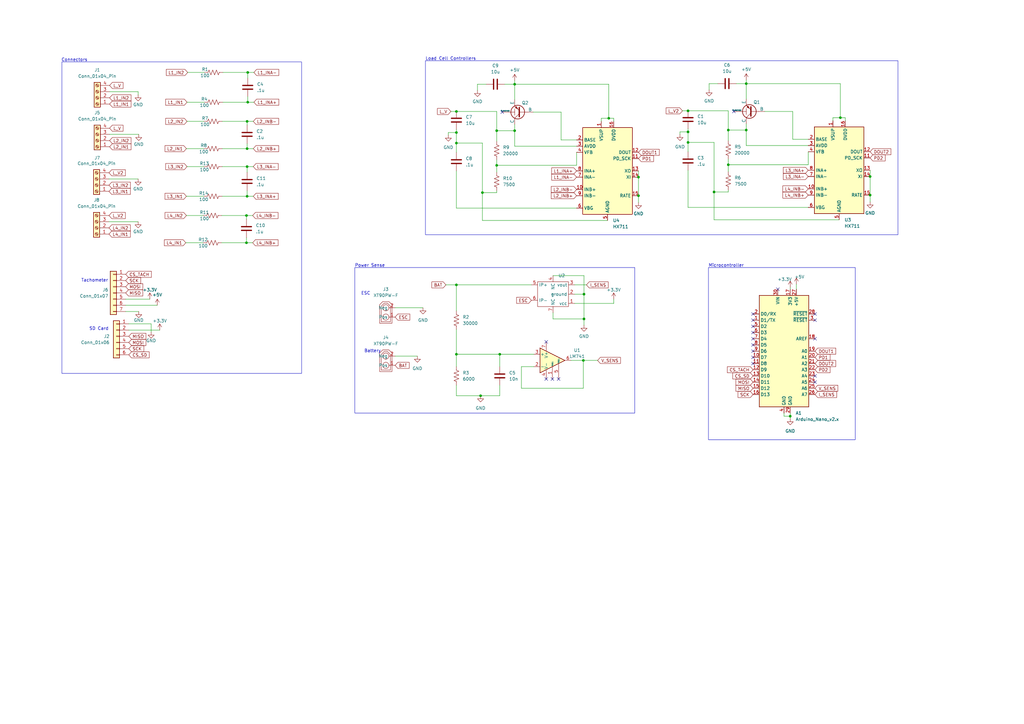
<source format=kicad_sch>
(kicad_sch (version 20230121) (generator eeschema)

  (uuid 5de3e6fd-b8e3-4ef4-89d0-61c729b79836)

  (paper "A3")

  (lib_symbols
    (symbol "Amplifier_Operational:LM741" (pin_names (offset 0.127)) (in_bom yes) (on_board yes)
      (property "Reference" "U" (at 0 6.35 0)
        (effects (font (size 1.27 1.27)) (justify left))
      )
      (property "Value" "LM741" (at 0 3.81 0)
        (effects (font (size 1.27 1.27)) (justify left))
      )
      (property "Footprint" "" (at 1.27 1.27 0)
        (effects (font (size 1.27 1.27)) hide)
      )
      (property "Datasheet" "http://www.ti.com/lit/ds/symlink/lm741.pdf" (at 3.81 3.81 0)
        (effects (font (size 1.27 1.27)) hide)
      )
      (property "ki_keywords" "single opamp" (at 0 0 0)
        (effects (font (size 1.27 1.27)) hide)
      )
      (property "ki_description" "Operational Amplifier, DIP-8/TO-99-8" (at 0 0 0)
        (effects (font (size 1.27 1.27)) hide)
      )
      (property "ki_fp_filters" "SOIC*3.9x4.9mm*P1.27mm* DIP*W7.62mm* TSSOP*3x3mm*P0.65mm*" (at 0 0 0)
        (effects (font (size 1.27 1.27)) hide)
      )
      (symbol "LM741_0_1"
        (polyline
          (pts
            (xy -5.08 5.08)
            (xy 5.08 0)
            (xy -5.08 -5.08)
            (xy -5.08 5.08)
          )
          (stroke (width 0.254) (type default))
          (fill (type background))
        )
      )
      (symbol "LM741_1_1"
        (pin input line (at 0 -7.62 90) (length 5.08)
          (name "NULL" (effects (font (size 0.508 0.508))))
          (number "1" (effects (font (size 1.27 1.27))))
        )
        (pin input line (at -7.62 -2.54 0) (length 2.54)
          (name "-" (effects (font (size 1.27 1.27))))
          (number "2" (effects (font (size 1.27 1.27))))
        )
        (pin input line (at -7.62 2.54 0) (length 2.54)
          (name "+" (effects (font (size 1.27 1.27))))
          (number "3" (effects (font (size 1.27 1.27))))
        )
        (pin power_in line (at -2.54 -7.62 90) (length 3.81)
          (name "V-" (effects (font (size 1.27 1.27))))
          (number "4" (effects (font (size 1.27 1.27))))
        )
        (pin input line (at 2.54 -7.62 90) (length 6.35)
          (name "NULL" (effects (font (size 0.508 0.508))))
          (number "5" (effects (font (size 1.27 1.27))))
        )
        (pin output line (at 7.62 0 180) (length 2.54)
          (name "~" (effects (font (size 1.27 1.27))))
          (number "6" (effects (font (size 1.27 1.27))))
        )
        (pin power_in line (at -2.54 7.62 270) (length 3.81)
          (name "V+" (effects (font (size 1.27 1.27))))
          (number "7" (effects (font (size 1.27 1.27))))
        )
        (pin no_connect line (at 0 2.54 270) (length 2.54) hide
          (name "NC" (effects (font (size 1.27 1.27))))
          (number "8" (effects (font (size 1.27 1.27))))
        )
      )
    )
    (symbol "Analog_ADC:HX711" (in_bom yes) (on_board yes)
      (property "Reference" "U" (at 5.08 21.59 0)
        (effects (font (size 1.27 1.27)))
      )
      (property "Value" "HX711" (at 7.62 19.05 0)
        (effects (font (size 1.27 1.27)))
      )
      (property "Footprint" "Package_SO:SOP-16_3.9x9.9mm_P1.27mm" (at 3.81 1.27 0)
        (effects (font (size 1.27 1.27)) hide)
      )
      (property "Datasheet" "https://cdn.sparkfun.com/datasheets/Sensors/ForceFlex/hx711_english.pdf" (at 3.81 -1.27 0)
        (effects (font (size 1.27 1.27)) hide)
      )
      (property "ki_keywords" "adc load cell 24-bits analog weigh" (at 0 0 0)
        (effects (font (size 1.27 1.27)) hide)
      )
      (property "ki_description" "24-Bit Analog-to-Digital Converter (ADC) for Weigh Scales" (at 0 0 0)
        (effects (font (size 1.27 1.27)) hide)
      )
      (property "ki_fp_filters" "SOP*3.9x9.9mm*P1.27mm*" (at 0 0 0)
        (effects (font (size 1.27 1.27)) hide)
      )
      (symbol "HX711_0_1"
        (rectangle (start -10.16 17.78) (end 10.16 -17.78)
          (stroke (width 0.254) (type default))
          (fill (type background))
        )
      )
      (symbol "HX711_1_1"
        (pin power_in line (at -2.54 20.32 270) (length 2.54)
          (name "VSUP" (effects (font (size 1.27 1.27))))
          (number "1" (effects (font (size 1.27 1.27))))
        )
        (pin input line (at -12.7 -7.62 0) (length 2.54)
          (name "INB+" (effects (font (size 1.27 1.27))))
          (number "10" (effects (font (size 1.27 1.27))))
        )
        (pin input line (at 12.7 5.08 180) (length 2.54)
          (name "PD_SCK" (effects (font (size 1.27 1.27))))
          (number "11" (effects (font (size 1.27 1.27))))
        )
        (pin output line (at 12.7 7.62 180) (length 2.54)
          (name "DOUT" (effects (font (size 1.27 1.27))))
          (number "12" (effects (font (size 1.27 1.27))))
        )
        (pin passive line (at 12.7 0 180) (length 2.54)
          (name "XO" (effects (font (size 1.27 1.27))))
          (number "13" (effects (font (size 1.27 1.27))))
        )
        (pin passive line (at 12.7 -2.54 180) (length 2.54)
          (name "XI" (effects (font (size 1.27 1.27))))
          (number "14" (effects (font (size 1.27 1.27))))
        )
        (pin input line (at 12.7 -10.16 180) (length 2.54)
          (name "RATE" (effects (font (size 1.27 1.27))))
          (number "15" (effects (font (size 1.27 1.27))))
        )
        (pin power_in line (at 2.54 20.32 270) (length 2.54)
          (name "DVDD" (effects (font (size 1.27 1.27))))
          (number "16" (effects (font (size 1.27 1.27))))
        )
        (pin passive line (at -12.7 12.7 0) (length 2.54)
          (name "BASE" (effects (font (size 1.27 1.27))))
          (number "2" (effects (font (size 1.27 1.27))))
        )
        (pin power_in line (at -12.7 10.16 0) (length 2.54)
          (name "AVDD" (effects (font (size 1.27 1.27))))
          (number "3" (effects (font (size 1.27 1.27))))
        )
        (pin input line (at -12.7 7.62 0) (length 2.54)
          (name "VFB" (effects (font (size 1.27 1.27))))
          (number "4" (effects (font (size 1.27 1.27))))
        )
        (pin power_in line (at 0 -20.32 90) (length 2.54)
          (name "AGND" (effects (font (size 1.27 1.27))))
          (number "5" (effects (font (size 1.27 1.27))))
        )
        (pin passive line (at -12.7 -15.24 0) (length 2.54)
          (name "VBG" (effects (font (size 1.27 1.27))))
          (number "6" (effects (font (size 1.27 1.27))))
        )
        (pin input line (at -12.7 -2.54 0) (length 2.54)
          (name "INA-" (effects (font (size 1.27 1.27))))
          (number "7" (effects (font (size 1.27 1.27))))
        )
        (pin input line (at -12.7 0 0) (length 2.54)
          (name "INA+" (effects (font (size 1.27 1.27))))
          (number "8" (effects (font (size 1.27 1.27))))
        )
        (pin input line (at -12.7 -10.16 0) (length 2.54)
          (name "INB-" (effects (font (size 1.27 1.27))))
          (number "9" (effects (font (size 1.27 1.27))))
        )
      )
    )
    (symbol "Connector:Screw_Terminal_01x04" (pin_names (offset 1.016) hide) (in_bom yes) (on_board yes)
      (property "Reference" "J" (at 0 5.08 0)
        (effects (font (size 1.27 1.27)))
      )
      (property "Value" "Screw_Terminal_01x04" (at 0 -7.62 0)
        (effects (font (size 1.27 1.27)))
      )
      (property "Footprint" "" (at 0 0 0)
        (effects (font (size 1.27 1.27)) hide)
      )
      (property "Datasheet" "~" (at 0 0 0)
        (effects (font (size 1.27 1.27)) hide)
      )
      (property "ki_keywords" "screw terminal" (at 0 0 0)
        (effects (font (size 1.27 1.27)) hide)
      )
      (property "ki_description" "Generic screw terminal, single row, 01x04, script generated (kicad-library-utils/schlib/autogen/connector/)" (at 0 0 0)
        (effects (font (size 1.27 1.27)) hide)
      )
      (property "ki_fp_filters" "TerminalBlock*:*" (at 0 0 0)
        (effects (font (size 1.27 1.27)) hide)
      )
      (symbol "Screw_Terminal_01x04_1_1"
        (rectangle (start -1.27 3.81) (end 1.27 -6.35)
          (stroke (width 0.254) (type default))
          (fill (type background))
        )
        (circle (center 0 -5.08) (radius 0.635)
          (stroke (width 0.1524) (type default))
          (fill (type none))
        )
        (circle (center 0 -2.54) (radius 0.635)
          (stroke (width 0.1524) (type default))
          (fill (type none))
        )
        (polyline
          (pts
            (xy -0.5334 -4.7498)
            (xy 0.3302 -5.588)
          )
          (stroke (width 0.1524) (type default))
          (fill (type none))
        )
        (polyline
          (pts
            (xy -0.5334 -2.2098)
            (xy 0.3302 -3.048)
          )
          (stroke (width 0.1524) (type default))
          (fill (type none))
        )
        (polyline
          (pts
            (xy -0.5334 0.3302)
            (xy 0.3302 -0.508)
          )
          (stroke (width 0.1524) (type default))
          (fill (type none))
        )
        (polyline
          (pts
            (xy -0.5334 2.8702)
            (xy 0.3302 2.032)
          )
          (stroke (width 0.1524) (type default))
          (fill (type none))
        )
        (polyline
          (pts
            (xy -0.3556 -4.572)
            (xy 0.508 -5.4102)
          )
          (stroke (width 0.1524) (type default))
          (fill (type none))
        )
        (polyline
          (pts
            (xy -0.3556 -2.032)
            (xy 0.508 -2.8702)
          )
          (stroke (width 0.1524) (type default))
          (fill (type none))
        )
        (polyline
          (pts
            (xy -0.3556 0.508)
            (xy 0.508 -0.3302)
          )
          (stroke (width 0.1524) (type default))
          (fill (type none))
        )
        (polyline
          (pts
            (xy -0.3556 3.048)
            (xy 0.508 2.2098)
          )
          (stroke (width 0.1524) (type default))
          (fill (type none))
        )
        (circle (center 0 0) (radius 0.635)
          (stroke (width 0.1524) (type default))
          (fill (type none))
        )
        (circle (center 0 2.54) (radius 0.635)
          (stroke (width 0.1524) (type default))
          (fill (type none))
        )
        (pin passive line (at -5.08 2.54 0) (length 3.81)
          (name "Pin_1" (effects (font (size 1.27 1.27))))
          (number "1" (effects (font (size 1.27 1.27))))
        )
        (pin passive line (at -5.08 0 0) (length 3.81)
          (name "Pin_2" (effects (font (size 1.27 1.27))))
          (number "2" (effects (font (size 1.27 1.27))))
        )
        (pin passive line (at -5.08 -2.54 0) (length 3.81)
          (name "Pin_3" (effects (font (size 1.27 1.27))))
          (number "3" (effects (font (size 1.27 1.27))))
        )
        (pin passive line (at -5.08 -5.08 0) (length 3.81)
          (name "Pin_4" (effects (font (size 1.27 1.27))))
          (number "4" (effects (font (size 1.27 1.27))))
        )
      )
    )
    (symbol "Connector_Generic:Conn_01x06" (pin_names (offset 1.016) hide) (in_bom yes) (on_board yes)
      (property "Reference" "J" (at 0 7.62 0)
        (effects (font (size 1.27 1.27)))
      )
      (property "Value" "Conn_01x06" (at 0 -10.16 0)
        (effects (font (size 1.27 1.27)))
      )
      (property "Footprint" "" (at 0 0 0)
        (effects (font (size 1.27 1.27)) hide)
      )
      (property "Datasheet" "~" (at 0 0 0)
        (effects (font (size 1.27 1.27)) hide)
      )
      (property "ki_keywords" "connector" (at 0 0 0)
        (effects (font (size 1.27 1.27)) hide)
      )
      (property "ki_description" "Generic connector, single row, 01x06, script generated (kicad-library-utils/schlib/autogen/connector/)" (at 0 0 0)
        (effects (font (size 1.27 1.27)) hide)
      )
      (property "ki_fp_filters" "Connector*:*_1x??_*" (at 0 0 0)
        (effects (font (size 1.27 1.27)) hide)
      )
      (symbol "Conn_01x06_1_1"
        (rectangle (start -1.27 -7.493) (end 0 -7.747)
          (stroke (width 0.1524) (type default))
          (fill (type none))
        )
        (rectangle (start -1.27 -4.953) (end 0 -5.207)
          (stroke (width 0.1524) (type default))
          (fill (type none))
        )
        (rectangle (start -1.27 -2.413) (end 0 -2.667)
          (stroke (width 0.1524) (type default))
          (fill (type none))
        )
        (rectangle (start -1.27 0.127) (end 0 -0.127)
          (stroke (width 0.1524) (type default))
          (fill (type none))
        )
        (rectangle (start -1.27 2.667) (end 0 2.413)
          (stroke (width 0.1524) (type default))
          (fill (type none))
        )
        (rectangle (start -1.27 5.207) (end 0 4.953)
          (stroke (width 0.1524) (type default))
          (fill (type none))
        )
        (rectangle (start -1.27 6.35) (end 1.27 -8.89)
          (stroke (width 0.254) (type default))
          (fill (type background))
        )
        (pin passive line (at -5.08 5.08 0) (length 3.81)
          (name "Pin_1" (effects (font (size 1.27 1.27))))
          (number "1" (effects (font (size 1.27 1.27))))
        )
        (pin passive line (at -5.08 2.54 0) (length 3.81)
          (name "Pin_2" (effects (font (size 1.27 1.27))))
          (number "2" (effects (font (size 1.27 1.27))))
        )
        (pin passive line (at -5.08 0 0) (length 3.81)
          (name "Pin_3" (effects (font (size 1.27 1.27))))
          (number "3" (effects (font (size 1.27 1.27))))
        )
        (pin passive line (at -5.08 -2.54 0) (length 3.81)
          (name "Pin_4" (effects (font (size 1.27 1.27))))
          (number "4" (effects (font (size 1.27 1.27))))
        )
        (pin passive line (at -5.08 -5.08 0) (length 3.81)
          (name "Pin_5" (effects (font (size 1.27 1.27))))
          (number "5" (effects (font (size 1.27 1.27))))
        )
        (pin passive line (at -5.08 -7.62 0) (length 3.81)
          (name "Pin_6" (effects (font (size 1.27 1.27))))
          (number "6" (effects (font (size 1.27 1.27))))
        )
      )
    )
    (symbol "Connector_Generic:Conn_01x07" (pin_names (offset 1.016) hide) (in_bom yes) (on_board yes)
      (property "Reference" "J" (at 0 10.16 0)
        (effects (font (size 1.27 1.27)))
      )
      (property "Value" "Conn_01x07" (at 0 -10.16 0)
        (effects (font (size 1.27 1.27)))
      )
      (property "Footprint" "" (at 0 0 0)
        (effects (font (size 1.27 1.27)) hide)
      )
      (property "Datasheet" "~" (at 0 0 0)
        (effects (font (size 1.27 1.27)) hide)
      )
      (property "ki_keywords" "connector" (at 0 0 0)
        (effects (font (size 1.27 1.27)) hide)
      )
      (property "ki_description" "Generic connector, single row, 01x07, script generated (kicad-library-utils/schlib/autogen/connector/)" (at 0 0 0)
        (effects (font (size 1.27 1.27)) hide)
      )
      (property "ki_fp_filters" "Connector*:*_1x??_*" (at 0 0 0)
        (effects (font (size 1.27 1.27)) hide)
      )
      (symbol "Conn_01x07_1_1"
        (rectangle (start -1.27 -7.493) (end 0 -7.747)
          (stroke (width 0.1524) (type default))
          (fill (type none))
        )
        (rectangle (start -1.27 -4.953) (end 0 -5.207)
          (stroke (width 0.1524) (type default))
          (fill (type none))
        )
        (rectangle (start -1.27 -2.413) (end 0 -2.667)
          (stroke (width 0.1524) (type default))
          (fill (type none))
        )
        (rectangle (start -1.27 0.127) (end 0 -0.127)
          (stroke (width 0.1524) (type default))
          (fill (type none))
        )
        (rectangle (start -1.27 2.667) (end 0 2.413)
          (stroke (width 0.1524) (type default))
          (fill (type none))
        )
        (rectangle (start -1.27 5.207) (end 0 4.953)
          (stroke (width 0.1524) (type default))
          (fill (type none))
        )
        (rectangle (start -1.27 7.747) (end 0 7.493)
          (stroke (width 0.1524) (type default))
          (fill (type none))
        )
        (rectangle (start -1.27 8.89) (end 1.27 -8.89)
          (stroke (width 0.254) (type default))
          (fill (type background))
        )
        (pin passive line (at -5.08 7.62 0) (length 3.81)
          (name "Pin_1" (effects (font (size 1.27 1.27))))
          (number "1" (effects (font (size 1.27 1.27))))
        )
        (pin passive line (at -5.08 5.08 0) (length 3.81)
          (name "Pin_2" (effects (font (size 1.27 1.27))))
          (number "2" (effects (font (size 1.27 1.27))))
        )
        (pin passive line (at -5.08 2.54 0) (length 3.81)
          (name "Pin_3" (effects (font (size 1.27 1.27))))
          (number "3" (effects (font (size 1.27 1.27))))
        )
        (pin passive line (at -5.08 0 0) (length 3.81)
          (name "Pin_4" (effects (font (size 1.27 1.27))))
          (number "4" (effects (font (size 1.27 1.27))))
        )
        (pin passive line (at -5.08 -2.54 0) (length 3.81)
          (name "Pin_5" (effects (font (size 1.27 1.27))))
          (number "5" (effects (font (size 1.27 1.27))))
        )
        (pin passive line (at -5.08 -5.08 0) (length 3.81)
          (name "Pin_6" (effects (font (size 1.27 1.27))))
          (number "6" (effects (font (size 1.27 1.27))))
        )
        (pin passive line (at -5.08 -7.62 0) (length 3.81)
          (name "Pin_7" (effects (font (size 1.27 1.27))))
          (number "7" (effects (font (size 1.27 1.27))))
        )
      )
    )
    (symbol "Device:C" (pin_numbers hide) (pin_names (offset 0.254)) (in_bom yes) (on_board yes)
      (property "Reference" "C" (at 0.635 2.54 0)
        (effects (font (size 1.27 1.27)) (justify left))
      )
      (property "Value" "C" (at 0.635 -2.54 0)
        (effects (font (size 1.27 1.27)) (justify left))
      )
      (property "Footprint" "" (at 0.9652 -3.81 0)
        (effects (font (size 1.27 1.27)) hide)
      )
      (property "Datasheet" "~" (at 0 0 0)
        (effects (font (size 1.27 1.27)) hide)
      )
      (property "ki_keywords" "cap capacitor" (at 0 0 0)
        (effects (font (size 1.27 1.27)) hide)
      )
      (property "ki_description" "Unpolarized capacitor" (at 0 0 0)
        (effects (font (size 1.27 1.27)) hide)
      )
      (property "ki_fp_filters" "C_*" (at 0 0 0)
        (effects (font (size 1.27 1.27)) hide)
      )
      (symbol "C_0_1"
        (polyline
          (pts
            (xy -2.032 -0.762)
            (xy 2.032 -0.762)
          )
          (stroke (width 0.508) (type default))
          (fill (type none))
        )
        (polyline
          (pts
            (xy -2.032 0.762)
            (xy 2.032 0.762)
          )
          (stroke (width 0.508) (type default))
          (fill (type none))
        )
      )
      (symbol "C_1_1"
        (pin passive line (at 0 3.81 270) (length 2.794)
          (name "~" (effects (font (size 1.27 1.27))))
          (number "1" (effects (font (size 1.27 1.27))))
        )
        (pin passive line (at 0 -3.81 90) (length 2.794)
          (name "~" (effects (font (size 1.27 1.27))))
          (number "2" (effects (font (size 1.27 1.27))))
        )
      )
    )
    (symbol "Device:R_US" (pin_numbers hide) (pin_names (offset 0)) (in_bom yes) (on_board yes)
      (property "Reference" "R" (at 2.54 0 90)
        (effects (font (size 1.27 1.27)))
      )
      (property "Value" "R_US" (at -2.54 0 90)
        (effects (font (size 1.27 1.27)))
      )
      (property "Footprint" "" (at 1.016 -0.254 90)
        (effects (font (size 1.27 1.27)) hide)
      )
      (property "Datasheet" "~" (at 0 0 0)
        (effects (font (size 1.27 1.27)) hide)
      )
      (property "ki_keywords" "R res resistor" (at 0 0 0)
        (effects (font (size 1.27 1.27)) hide)
      )
      (property "ki_description" "Resistor, US symbol" (at 0 0 0)
        (effects (font (size 1.27 1.27)) hide)
      )
      (property "ki_fp_filters" "R_*" (at 0 0 0)
        (effects (font (size 1.27 1.27)) hide)
      )
      (symbol "R_US_0_1"
        (polyline
          (pts
            (xy 0 -2.286)
            (xy 0 -2.54)
          )
          (stroke (width 0) (type default))
          (fill (type none))
        )
        (polyline
          (pts
            (xy 0 2.286)
            (xy 0 2.54)
          )
          (stroke (width 0) (type default))
          (fill (type none))
        )
        (polyline
          (pts
            (xy 0 -0.762)
            (xy 1.016 -1.143)
            (xy 0 -1.524)
            (xy -1.016 -1.905)
            (xy 0 -2.286)
          )
          (stroke (width 0) (type default))
          (fill (type none))
        )
        (polyline
          (pts
            (xy 0 0.762)
            (xy 1.016 0.381)
            (xy 0 0)
            (xy -1.016 -0.381)
            (xy 0 -0.762)
          )
          (stroke (width 0) (type default))
          (fill (type none))
        )
        (polyline
          (pts
            (xy 0 2.286)
            (xy 1.016 1.905)
            (xy 0 1.524)
            (xy -1.016 1.143)
            (xy 0 0.762)
          )
          (stroke (width 0) (type default))
          (fill (type none))
        )
      )
      (symbol "R_US_1_1"
        (pin passive line (at 0 3.81 270) (length 1.27)
          (name "~" (effects (font (size 1.27 1.27))))
          (number "1" (effects (font (size 1.27 1.27))))
        )
        (pin passive line (at 0 -3.81 90) (length 1.27)
          (name "~" (effects (font (size 1.27 1.27))))
          (number "2" (effects (font (size 1.27 1.27))))
        )
      )
    )
    (symbol "MCU_Module:Arduino_Nano_v2.x" (in_bom yes) (on_board yes)
      (property "Reference" "A" (at -10.16 23.495 0)
        (effects (font (size 1.27 1.27)) (justify left bottom))
      )
      (property "Value" "Arduino_Nano_v2.x" (at 5.08 -24.13 0)
        (effects (font (size 1.27 1.27)) (justify left top))
      )
      (property "Footprint" "Module:Arduino_Nano" (at 0 0 0)
        (effects (font (size 1.27 1.27) italic) hide)
      )
      (property "Datasheet" "https://www.arduino.cc/en/uploads/Main/ArduinoNanoManual23.pdf" (at 0 0 0)
        (effects (font (size 1.27 1.27)) hide)
      )
      (property "ki_keywords" "Arduino nano microcontroller module USB" (at 0 0 0)
        (effects (font (size 1.27 1.27)) hide)
      )
      (property "ki_description" "Arduino Nano v2.x" (at 0 0 0)
        (effects (font (size 1.27 1.27)) hide)
      )
      (property "ki_fp_filters" "Arduino*Nano*" (at 0 0 0)
        (effects (font (size 1.27 1.27)) hide)
      )
      (symbol "Arduino_Nano_v2.x_0_1"
        (rectangle (start -10.16 22.86) (end 10.16 -22.86)
          (stroke (width 0.254) (type default))
          (fill (type background))
        )
      )
      (symbol "Arduino_Nano_v2.x_1_1"
        (pin bidirectional line (at -12.7 12.7 0) (length 2.54)
          (name "D1/TX" (effects (font (size 1.27 1.27))))
          (number "1" (effects (font (size 1.27 1.27))))
        )
        (pin bidirectional line (at -12.7 -2.54 0) (length 2.54)
          (name "D7" (effects (font (size 1.27 1.27))))
          (number "10" (effects (font (size 1.27 1.27))))
        )
        (pin bidirectional line (at -12.7 -5.08 0) (length 2.54)
          (name "D8" (effects (font (size 1.27 1.27))))
          (number "11" (effects (font (size 1.27 1.27))))
        )
        (pin bidirectional line (at -12.7 -7.62 0) (length 2.54)
          (name "D9" (effects (font (size 1.27 1.27))))
          (number "12" (effects (font (size 1.27 1.27))))
        )
        (pin bidirectional line (at -12.7 -10.16 0) (length 2.54)
          (name "D10" (effects (font (size 1.27 1.27))))
          (number "13" (effects (font (size 1.27 1.27))))
        )
        (pin bidirectional line (at -12.7 -12.7 0) (length 2.54)
          (name "D11" (effects (font (size 1.27 1.27))))
          (number "14" (effects (font (size 1.27 1.27))))
        )
        (pin bidirectional line (at -12.7 -15.24 0) (length 2.54)
          (name "D12" (effects (font (size 1.27 1.27))))
          (number "15" (effects (font (size 1.27 1.27))))
        )
        (pin bidirectional line (at -12.7 -17.78 0) (length 2.54)
          (name "D13" (effects (font (size 1.27 1.27))))
          (number "16" (effects (font (size 1.27 1.27))))
        )
        (pin power_out line (at 2.54 25.4 270) (length 2.54)
          (name "3V3" (effects (font (size 1.27 1.27))))
          (number "17" (effects (font (size 1.27 1.27))))
        )
        (pin input line (at 12.7 5.08 180) (length 2.54)
          (name "AREF" (effects (font (size 1.27 1.27))))
          (number "18" (effects (font (size 1.27 1.27))))
        )
        (pin bidirectional line (at 12.7 0 180) (length 2.54)
          (name "A0" (effects (font (size 1.27 1.27))))
          (number "19" (effects (font (size 1.27 1.27))))
        )
        (pin bidirectional line (at -12.7 15.24 0) (length 2.54)
          (name "D0/RX" (effects (font (size 1.27 1.27))))
          (number "2" (effects (font (size 1.27 1.27))))
        )
        (pin bidirectional line (at 12.7 -2.54 180) (length 2.54)
          (name "A1" (effects (font (size 1.27 1.27))))
          (number "20" (effects (font (size 1.27 1.27))))
        )
        (pin bidirectional line (at 12.7 -5.08 180) (length 2.54)
          (name "A2" (effects (font (size 1.27 1.27))))
          (number "21" (effects (font (size 1.27 1.27))))
        )
        (pin bidirectional line (at 12.7 -7.62 180) (length 2.54)
          (name "A3" (effects (font (size 1.27 1.27))))
          (number "22" (effects (font (size 1.27 1.27))))
        )
        (pin bidirectional line (at 12.7 -10.16 180) (length 2.54)
          (name "A4" (effects (font (size 1.27 1.27))))
          (number "23" (effects (font (size 1.27 1.27))))
        )
        (pin bidirectional line (at 12.7 -12.7 180) (length 2.54)
          (name "A5" (effects (font (size 1.27 1.27))))
          (number "24" (effects (font (size 1.27 1.27))))
        )
        (pin bidirectional line (at 12.7 -15.24 180) (length 2.54)
          (name "A6" (effects (font (size 1.27 1.27))))
          (number "25" (effects (font (size 1.27 1.27))))
        )
        (pin bidirectional line (at 12.7 -17.78 180) (length 2.54)
          (name "A7" (effects (font (size 1.27 1.27))))
          (number "26" (effects (font (size 1.27 1.27))))
        )
        (pin power_out line (at 5.08 25.4 270) (length 2.54)
          (name "+5V" (effects (font (size 1.27 1.27))))
          (number "27" (effects (font (size 1.27 1.27))))
        )
        (pin input line (at 12.7 15.24 180) (length 2.54)
          (name "~{RESET}" (effects (font (size 1.27 1.27))))
          (number "28" (effects (font (size 1.27 1.27))))
        )
        (pin power_in line (at 2.54 -25.4 90) (length 2.54)
          (name "GND" (effects (font (size 1.27 1.27))))
          (number "29" (effects (font (size 1.27 1.27))))
        )
        (pin input line (at 12.7 12.7 180) (length 2.54)
          (name "~{RESET}" (effects (font (size 1.27 1.27))))
          (number "3" (effects (font (size 1.27 1.27))))
        )
        (pin power_in line (at -2.54 25.4 270) (length 2.54)
          (name "VIN" (effects (font (size 1.27 1.27))))
          (number "30" (effects (font (size 1.27 1.27))))
        )
        (pin power_in line (at 0 -25.4 90) (length 2.54)
          (name "GND" (effects (font (size 1.27 1.27))))
          (number "4" (effects (font (size 1.27 1.27))))
        )
        (pin bidirectional line (at -12.7 10.16 0) (length 2.54)
          (name "D2" (effects (font (size 1.27 1.27))))
          (number "5" (effects (font (size 1.27 1.27))))
        )
        (pin bidirectional line (at -12.7 7.62 0) (length 2.54)
          (name "D3" (effects (font (size 1.27 1.27))))
          (number "6" (effects (font (size 1.27 1.27))))
        )
        (pin bidirectional line (at -12.7 5.08 0) (length 2.54)
          (name "D4" (effects (font (size 1.27 1.27))))
          (number "7" (effects (font (size 1.27 1.27))))
        )
        (pin bidirectional line (at -12.7 2.54 0) (length 2.54)
          (name "D5" (effects (font (size 1.27 1.27))))
          (number "8" (effects (font (size 1.27 1.27))))
        )
        (pin bidirectional line (at -12.7 0 0) (length 2.54)
          (name "D6" (effects (font (size 1.27 1.27))))
          (number "9" (effects (font (size 1.27 1.27))))
        )
      )
    )
    (symbol "Simulation_SPICE:PNP_Substrate" (pin_numbers hide) (pin_names (offset 0)) (in_bom yes) (on_board yes)
      (property "Reference" "Q" (at 4.445 4.445 0)
        (effects (font (size 1.27 1.27)) (justify left))
      )
      (property "Value" "PNP_Substrate" (at 4.445 2.54 0)
        (effects (font (size 1.27 1.27)) (justify left))
      )
      (property "Footprint" "" (at 35.56 0 0)
        (effects (font (size 1.27 1.27)) hide)
      )
      (property "Datasheet" "~" (at 35.56 0 0)
        (effects (font (size 1.27 1.27)) hide)
      )
      (property "Sim.Device" "PNP" (at 0 0 0)
        (effects (font (size 1.27 1.27)) hide)
      )
      (property "Sim.Type" "GUMMELPOON" (at 0 0 0)
        (effects (font (size 1.27 1.27)) hide)
      )
      (property "Sim.Pins" "1=C 2=B 3=E" (at 0 0 0)
        (effects (font (size 1.27 1.27)) hide)
      )
      (property "ki_keywords" "simulation" (at 0 0 0)
        (effects (font (size 1.27 1.27)) hide)
      )
      (property "ki_description" "Bipolar transistor symbol for simulation only, with substrate pin" (at 0 0 0)
        (effects (font (size 1.27 1.27)) hide)
      )
      (symbol "PNP_Substrate_0_1"
        (polyline
          (pts
            (xy -2.54 0)
            (xy 0.635 0)
          )
          (stroke (width 0.1524) (type default))
          (fill (type none))
        )
        (polyline
          (pts
            (xy 0.635 0.635)
            (xy 2.54 2.54)
          )
          (stroke (width 0) (type default))
          (fill (type none))
        )
        (polyline
          (pts
            (xy 2.54 0)
            (xy 5.08 0)
          )
          (stroke (width 0.1524) (type default))
          (fill (type none))
        )
        (polyline
          (pts
            (xy 0.635 -0.635)
            (xy 2.54 -2.54)
            (xy 2.54 -2.54)
          )
          (stroke (width 0) (type default))
          (fill (type none))
        )
        (polyline
          (pts
            (xy 0.635 1.905)
            (xy 0.635 -1.905)
            (xy 0.635 -1.905)
          )
          (stroke (width 0.508) (type default))
          (fill (type none))
        )
        (polyline
          (pts
            (xy 2.54 0)
            (xy 2.54 1.27)
            (xy 2.54 0)
            (xy 2.54 -1.27)
          )
          (stroke (width 0.1524) (type default))
          (fill (type none))
        )
        (polyline
          (pts
            (xy 2.286 -1.778)
            (xy 1.778 -2.286)
            (xy 1.27 -1.27)
            (xy 2.286 -1.778)
            (xy 2.286 -1.778)
          )
          (stroke (width 0) (type default))
          (fill (type outline))
        )
        (circle (center 1.27 0) (radius 2.8194)
          (stroke (width 0.254) (type default))
          (fill (type none))
        )
      )
      (symbol "PNP_Substrate_1_1"
        (pin open_collector line (at 2.54 5.08 270) (length 2.54)
          (name "C" (effects (font (size 1.27 1.27))))
          (number "1" (effects (font (size 1.27 1.27))))
        )
        (pin input line (at -5.08 0 0) (length 2.54)
          (name "B" (effects (font (size 1.27 1.27))))
          (number "2" (effects (font (size 1.27 1.27))))
        )
        (pin open_emitter line (at 2.54 -5.08 90) (length 2.54)
          (name "E" (effects (font (size 1.27 1.27))))
          (number "3" (effects (font (size 1.27 1.27))))
        )
        (pin passive line (at 7.62 0 180) (length 2.54)
          (name "Substrate" (effects (font (size 0.5 0.5))))
          (number "4" (effects (font (size 1.27 1.27))))
        )
      )
    )
    (symbol "Userlib:XT90F" (in_bom yes) (on_board yes)
      (property "Reference" "J4" (at 0 8.89 0)
        (effects (font (size 1.27 1.27)))
      )
      (property "Value" "XT90PW-F" (at 0 6.35 0)
        (effects (font (size 1.27 1.27)))
      )
      (property "Footprint" "XT90PW-F:AMASS_XT90PW-F" (at 0 8.89 0)
        (effects (font (size 1.27 1.27)) hide)
      )
      (property "Datasheet" "" (at 0 0 0)
        (effects (font (size 1.27 1.27)) hide)
      )
      (property "MAXIMUM_PACKAGE_HEIGHT" "10.3 mm" (at 1.27 7.62 0)
        (effects (font (size 1.27 1.27)) (justify bottom) hide)
      )
      (property "MF" "AMASS" (at 0 0 0)
        (effects (font (size 1.27 1.27)) (justify bottom) hide)
      )
      (property "Package" "Package" (at 0 6.35 0)
        (effects (font (size 1.27 1.27)) (justify bottom) hide)
      )
      (property "Price" "None" (at 0 0 0)
        (effects (font (size 1.27 1.27)) (justify bottom) hide)
      )
      (property "Check_prices" "https://www.snapeda.com/parts/XT90PW-F/AMASS/view-part/?ref=eda" (at -1.27 6.35 0)
        (effects (font (size 1.27 1.27)) (justify bottom) hide)
      )
      (property "STANDARD" "Manufacturer Recommendations" (at 0 5.08 0)
        (effects (font (size 1.27 1.27)) (justify bottom) hide)
      )
      (property "PARTREV" "V00" (at 0 0 0)
        (effects (font (size 1.27 1.27)) (justify bottom) hide)
      )
      (property "SnapEDA_Link" "https://www.snapeda.com/parts/XT90PW-F/AMASS/view-part/?ref=snap" (at 0 6.35 0)
        (effects (font (size 1.27 1.27)) (justify bottom) hide)
      )
      (property "MP" "XT90PW-F" (at 0 5.08 0)
        (effects (font (size 1.27 1.27)) (justify bottom) hide)
      )
      (property "Description" "\nSocket, DC supply, XT90, female, PIN:2, on PCBs, THT\n" (at 0 6.35 0)
        (effects (font (size 1.27 1.27)) (justify bottom) hide)
      )
      (property "Availability" "Not in stock" (at 0 8.89 0)
        (effects (font (size 1.27 1.27)) (justify bottom) hide)
      )
      (property "MANUFACTURER" "AMASS" (at 0 0 0)
        (effects (font (size 1.27 1.27)) (justify bottom) hide)
      )
      (symbol "XT90F_0_1"
        (circle (center 0 -2.54) (radius 1.27)
          (stroke (width 0) (type default))
          (fill (type none))
        )
        (polyline
          (pts
            (xy -1.905 -4.445)
            (xy -1.905 1.905)
            (xy -0.635 3.175)
            (xy 0.635 3.175)
            (xy 1.905 1.905)
            (xy 1.905 -4.445)
            (xy -1.905 -4.445)
          )
          (stroke (width 0) (type default))
          (fill (type none))
        )
        (polyline
          (pts
            (xy -2.54 0)
            (xy -2.54 2.54)
            (xy -1.27 3.81)
            (xy 1.27 3.81)
            (xy 2.54 2.54)
            (xy 2.54 0)
            (xy 2.54 -5.08)
            (xy -2.54 -5.08)
            (xy -2.54 0)
            (xy -2.54 -1.27)
          )
          (stroke (width 0) (type default))
          (fill (type none))
        )
        (circle (center 0 1.27) (radius 1.27)
          (stroke (width 0) (type default))
          (fill (type none))
        )
      )
      (symbol "XT90F_1_1"
        (pin power_in line (at 3.81 -2.54 180) (length 2.54)
          (name "Pos" (effects (font (size 1.27 1.27))))
          (number "1" (effects (font (size 1.27 1.27))))
        )
        (pin power_in line (at 3.81 1.27 180) (length 2.54)
          (name "Neg" (effects (font (size 1.27 1.27))))
          (number "2" (effects (font (size 1.27 1.27))))
        )
      )
    )
    (symbol "XT90F_1" (in_bom yes) (on_board yes)
      (property "Reference" "J3" (at 0 8.89 0)
        (effects (font (size 1.27 1.27)))
      )
      (property "Value" "XT90PW-F" (at 0 6.35 0)
        (effects (font (size 1.27 1.27)))
      )
      (property "Footprint" "XT90PW-F:AMASS_XT90PW-F" (at -1.27 -15.24 0)
        (effects (font (size 1.27 1.27)) hide)
      )
      (property "Datasheet" "" (at 0 0 0)
        (effects (font (size 1.27 1.27)) hide)
      )
      (property "MAXIMUM_PACKAGE_HEIGHT" "10.3 mm" (at -12.7 -1.27 0)
        (effects (font (size 1.27 1.27)) (justify bottom) hide)
      )
      (property "MF" "AMASS" (at -13.97 6.35 0)
        (effects (font (size 1.27 1.27)) (justify bottom) hide)
      )
      (property "Package" "Package" (at -20.32 11.43 0)
        (effects (font (size 1.27 1.27)) (justify bottom) hide)
      )
      (property "Price" "None" (at -8.89 5.08 0)
        (effects (font (size 1.27 1.27)) (justify bottom) hide)
      )
      (property "Check_prices" "https://www.snapeda.com/parts/XT90PW-F/AMASS/view-part/?ref=eda" (at 1.27 -21.59 0)
        (effects (font (size 1.27 1.27)) (justify bottom) hide)
      )
      (property "STANDARD" "Manufacturer Recommendations" (at -1.27 -26.67 0)
        (effects (font (size 1.27 1.27)) (justify bottom) hide)
      )
      (property "PARTREV" "V00" (at -20.32 5.08 0)
        (effects (font (size 1.27 1.27)) (justify bottom) hide)
      )
      (property "SnapEDA_Link" "https://www.snapeda.com/parts/XT90PW-F/AMASS/view-part/?ref=snap" (at 1.27 -30.48 0)
        (effects (font (size 1.27 1.27)) (justify bottom) hide)
      )
      (property "MP" "XT90PW-F" (at -13.97 2.54 0)
        (effects (font (size 1.27 1.27)) (justify bottom) hide)
      )
      (property "Description" "\nSocket, DC supply, XT90, female, PIN:2, on PCBs, THT\n" (at -5.08 -10.16 0)
        (effects (font (size 1.27 1.27)) (justify bottom) hide)
      )
      (property "Availability" "Not in stock" (at -12.7 8.89 0)
        (effects (font (size 1.27 1.27)) (justify bottom) hide)
      )
      (property "MANUFACTURER" "AMASS" (at -11.43 13.97 0)
        (effects (font (size 1.27 1.27)) (justify bottom) hide)
      )
      (symbol "XT90F_1_0_1"
        (circle (center 0 -2.54) (radius 1.27)
          (stroke (width 0) (type default))
          (fill (type none))
        )
        (polyline
          (pts
            (xy -1.905 -4.445)
            (xy -1.905 1.905)
            (xy -0.635 3.175)
            (xy 0.635 3.175)
            (xy 1.905 1.905)
            (xy 1.905 -4.445)
            (xy -1.905 -4.445)
          )
          (stroke (width 0) (type default))
          (fill (type none))
        )
        (polyline
          (pts
            (xy -2.54 0)
            (xy -2.54 2.54)
            (xy -1.27 3.81)
            (xy 1.27 3.81)
            (xy 2.54 2.54)
            (xy 2.54 0)
            (xy 2.54 -5.08)
            (xy -2.54 -5.08)
            (xy -2.54 0)
            (xy -2.54 -1.27)
          )
          (stroke (width 0) (type default))
          (fill (type none))
        )
        (circle (center 0 1.27) (radius 1.27)
          (stroke (width 0) (type default))
          (fill (type none))
        )
      )
      (symbol "XT90F_1_1_1"
        (pin power_in line (at 3.81 -2.54 180) (length 2.54)
          (name "Pos" (effects (font (size 1.27 1.27))))
          (number "1" (effects (font (size 1.27 1.27))))
        )
        (pin power_in line (at 3.81 1.27 180) (length 2.54)
          (name "Neg" (effects (font (size 1.27 1.27))))
          (number "2" (effects (font (size 1.27 1.27))))
        )
      )
    )
    (symbol "acs781xlr:ACS781xLR" (in_bom yes) (on_board yes)
      (property "Reference" "U2" (at 2.1941 7.62 0)
        (effects (font (size 1.27 1.27)) (justify left))
      )
      (property "Value" "~" (at 0 0 0)
        (effects (font (size 1.27 1.27)))
      )
      (property "Footprint" "Userlib:ACS781LLRTR-100U-T" (at 0 -1.27 0)
        (effects (font (size 1.27 1.27)) hide)
      )
      (property "Datasheet" "" (at 0 0 0)
        (effects (font (size 1.27 1.27)) hide)
      )
      (symbol "ACS781xLR_0_1"
        (rectangle (start -6.35 5.08) (end 6.35 -5.08)
          (stroke (width 0) (type default))
          (fill (type none))
        )
      )
      (symbol "ACS781xLR_1_1"
        (pin power_in line (at 8.89 -3.81 180) (length 2.54)
          (name "vcc" (effects (font (size 1.27 1.27))))
          (number "1" (effects (font (size 1.27 1.27))))
        )
        (pin passive line (at 8.89 0 180) (length 2.54)
          (name "ground" (effects (font (size 1.27 1.27))))
          (number "2" (effects (font (size 1.27 1.27))))
        )
        (pin power_out line (at 8.89 3.81 180) (length 2.54)
          (name "vout" (effects (font (size 1.27 1.27))))
          (number "3" (effects (font (size 1.27 1.27))))
        )
        (pin passive line (at 0 7.62 270) (length 2.54)
          (name "NC" (effects (font (size 1.27 1.27))))
          (number "4" (effects (font (size 1.27 1.27))))
        )
        (pin input line (at -8.89 3.81 0) (length 2.54)
          (name "IP+" (effects (font (size 1.27 1.27))))
          (number "5" (effects (font (size 1.27 1.27))))
        )
        (pin input line (at -8.89 -2.54 0) (length 2.54)
          (name "IP-" (effects (font (size 1.27 1.27))))
          (number "6" (effects (font (size 1.27 1.27))))
        )
        (pin passive line (at 0 -7.62 90) (length 2.54)
          (name "NC" (effects (font (size 1.27 1.27))))
          (number "7" (effects (font (size 1.27 1.27))))
        )
      )
    )
    (symbol "power:+3.3V" (power) (pin_names (offset 0)) (in_bom yes) (on_board yes)
      (property "Reference" "#PWR" (at 0 -3.81 0)
        (effects (font (size 1.27 1.27)) hide)
      )
      (property "Value" "+3.3V" (at 0 3.556 0)
        (effects (font (size 1.27 1.27)))
      )
      (property "Footprint" "" (at 0 0 0)
        (effects (font (size 1.27 1.27)) hide)
      )
      (property "Datasheet" "" (at 0 0 0)
        (effects (font (size 1.27 1.27)) hide)
      )
      (property "ki_keywords" "global power" (at 0 0 0)
        (effects (font (size 1.27 1.27)) hide)
      )
      (property "ki_description" "Power symbol creates a global label with name \"+3.3V\"" (at 0 0 0)
        (effects (font (size 1.27 1.27)) hide)
      )
      (symbol "+3.3V_0_1"
        (polyline
          (pts
            (xy -0.762 1.27)
            (xy 0 2.54)
          )
          (stroke (width 0) (type default))
          (fill (type none))
        )
        (polyline
          (pts
            (xy 0 0)
            (xy 0 2.54)
          )
          (stroke (width 0) (type default))
          (fill (type none))
        )
        (polyline
          (pts
            (xy 0 2.54)
            (xy 0.762 1.27)
          )
          (stroke (width 0) (type default))
          (fill (type none))
        )
      )
      (symbol "+3.3V_1_1"
        (pin power_in line (at 0 0 90) (length 0) hide
          (name "+3.3V" (effects (font (size 1.27 1.27))))
          (number "1" (effects (font (size 1.27 1.27))))
        )
      )
    )
    (symbol "power:+5V" (power) (pin_names (offset 0)) (in_bom yes) (on_board yes)
      (property "Reference" "#PWR" (at 0 -3.81 0)
        (effects (font (size 1.27 1.27)) hide)
      )
      (property "Value" "+5V" (at 0 3.556 0)
        (effects (font (size 1.27 1.27)))
      )
      (property "Footprint" "" (at 0 0 0)
        (effects (font (size 1.27 1.27)) hide)
      )
      (property "Datasheet" "" (at 0 0 0)
        (effects (font (size 1.27 1.27)) hide)
      )
      (property "ki_keywords" "global power" (at 0 0 0)
        (effects (font (size 1.27 1.27)) hide)
      )
      (property "ki_description" "Power symbol creates a global label with name \"+5V\"" (at 0 0 0)
        (effects (font (size 1.27 1.27)) hide)
      )
      (symbol "+5V_0_1"
        (polyline
          (pts
            (xy -0.762 1.27)
            (xy 0 2.54)
          )
          (stroke (width 0) (type default))
          (fill (type none))
        )
        (polyline
          (pts
            (xy 0 0)
            (xy 0 2.54)
          )
          (stroke (width 0) (type default))
          (fill (type none))
        )
        (polyline
          (pts
            (xy 0 2.54)
            (xy 0.762 1.27)
          )
          (stroke (width 0) (type default))
          (fill (type none))
        )
      )
      (symbol "+5V_1_1"
        (pin power_in line (at 0 0 90) (length 0) hide
          (name "+5V" (effects (font (size 1.27 1.27))))
          (number "1" (effects (font (size 1.27 1.27))))
        )
      )
    )
    (symbol "power:GND" (power) (pin_names (offset 0)) (in_bom yes) (on_board yes)
      (property "Reference" "#PWR" (at 0 -6.35 0)
        (effects (font (size 1.27 1.27)) hide)
      )
      (property "Value" "GND" (at 0 -3.81 0)
        (effects (font (size 1.27 1.27)))
      )
      (property "Footprint" "" (at 0 0 0)
        (effects (font (size 1.27 1.27)) hide)
      )
      (property "Datasheet" "" (at 0 0 0)
        (effects (font (size 1.27 1.27)) hide)
      )
      (property "ki_keywords" "global power" (at 0 0 0)
        (effects (font (size 1.27 1.27)) hide)
      )
      (property "ki_description" "Power symbol creates a global label with name \"GND\" , ground" (at 0 0 0)
        (effects (font (size 1.27 1.27)) hide)
      )
      (symbol "GND_0_1"
        (polyline
          (pts
            (xy 0 0)
            (xy 0 -1.27)
            (xy 1.27 -1.27)
            (xy 0 -2.54)
            (xy -1.27 -1.27)
            (xy 0 -1.27)
          )
          (stroke (width 0) (type default))
          (fill (type none))
        )
      )
      (symbol "GND_1_1"
        (pin power_in line (at 0 0 270) (length 0) hide
          (name "GND" (effects (font (size 1.27 1.27))))
          (number "1" (effects (font (size 1.27 1.27))))
        )
      )
    )
  )

  (junction (at 306.07 34.29) (diameter 0) (color 0 0 0 0)
    (uuid 06119839-2193-45bf-b72d-c41e61634066)
  )
  (junction (at 292.862 78.74) (diameter 0) (color 0 0 0 0)
    (uuid 27ad4eee-e98b-4fc0-9a3e-855128809b49)
  )
  (junction (at 306.07 53.34) (diameter 0) (color 0 0 0 0)
    (uuid 2d7148cb-9ee3-4574-a3b9-32b76eb02885)
  )
  (junction (at 298.704 67.564) (diameter 0) (color 0 0 0 0)
    (uuid 3146be00-7755-48f7-a9a7-f0fd345ca147)
  )
  (junction (at 356.87 80.01) (diameter 0) (color 0 0 0 0)
    (uuid 3f55dcde-01f4-4290-9e1b-46d34aa6f536)
  )
  (junction (at 282.194 54.102) (diameter 0) (color 0 0 0 0)
    (uuid 4918ab4d-1c9f-490b-9a73-ca6693aabd41)
  )
  (junction (at 203.708 53.594) (diameter 0) (color 0 0 0 0)
    (uuid 4bb93f85-15d1-453b-8c34-5edfc9efad00)
  )
  (junction (at 239.522 120.65) (diameter 0) (color 0 0 0 0)
    (uuid 4cb7a75e-b6dc-4ac6-8ae2-74ff5370abad)
  )
  (junction (at 239.522 130.81) (diameter 0) (color 0 0 0 0)
    (uuid 616060b2-f359-44d7-a6cc-0ae48f164709)
  )
  (junction (at 211.074 34.544) (diameter 0) (color 0 0 0 0)
    (uuid 65e2347d-fa7a-4483-a83e-e5e31732fe6c)
  )
  (junction (at 101.346 60.96) (diameter 0) (color 0 0 0 0)
    (uuid 6ba4a563-d4a0-4580-9965-ed4315f716e9)
  )
  (junction (at 197.866 78.994) (diameter 0) (color 0 0 0 0)
    (uuid 6c48a140-3f13-450d-adbb-a094bc9863a6)
  )
  (junction (at 197.104 162.306) (diameter 0) (color 0 0 0 0)
    (uuid 77fda1b2-dcab-4676-97d1-def87cde4d06)
  )
  (junction (at 282.194 58.42) (diameter 0) (color 0 0 0 0)
    (uuid 7a2aeffa-dcfc-41b7-a024-fc4c00ec535b)
  )
  (junction (at 261.874 72.644) (diameter 0) (color 0 0 0 0)
    (uuid 7a78a02c-bd76-4301-9269-c85e97579295)
  )
  (junction (at 203.708 67.818) (diameter 0) (color 0 0 0 0)
    (uuid 7c72c044-0370-41ca-a37a-be9653e25369)
  )
  (junction (at 101.6 41.91) (diameter 0) (color 0 0 0 0)
    (uuid 81580f87-678e-4c3b-b47c-91ee72c95598)
  )
  (junction (at 261.874 80.264) (diameter 0) (color 0 0 0 0)
    (uuid 85d0d1e5-e73f-474a-9f48-5068b75af39b)
  )
  (junction (at 211.074 53.594) (diameter 0) (color 0 0 0 0)
    (uuid 8f8967d2-33dc-40aa-b8da-05b887510708)
  )
  (junction (at 282.194 45.466) (diameter 0) (color 0 0 0 0)
    (uuid 907bea1d-f1bf-44b9-b91e-272378fdf15c)
  )
  (junction (at 187.198 58.674) (diameter 0) (color 0 0 0 0)
    (uuid 91e0ec77-36aa-4415-99b0-a047f1912e61)
  )
  (junction (at 187.198 145.288) (diameter 0) (color 0 0 0 0)
    (uuid 98d26476-e185-4165-b95d-88a474d4a31f)
  )
  (junction (at 101.6 29.718) (diameter 0) (color 0 0 0 0)
    (uuid 99d4dd1d-b650-40db-a950-c2cd3b82c088)
  )
  (junction (at 356.87 72.39) (diameter 0) (color 0 0 0 0)
    (uuid 9f40d1b9-e113-442c-be35-55d8cb07dc0c)
  )
  (junction (at 101.346 49.784) (diameter 0) (color 0 0 0 0)
    (uuid a4895d54-df7a-4ecb-9799-ce2ddff76657)
  )
  (junction (at 101.346 80.518) (diameter 0) (color 0 0 0 0)
    (uuid a64b3cd8-30fb-4c8c-82f6-5b86e3edaad5)
  )
  (junction (at 298.704 53.34) (diameter 0) (color 0 0 0 0)
    (uuid a660bdfc-dc95-449c-9f5e-86b5bc7cf928)
  )
  (junction (at 239.268 147.828) (diameter 0) (color 0 0 0 0)
    (uuid c015e8e1-af98-4952-9bf6-7346fb6b471f)
  )
  (junction (at 249.682 48.514) (diameter 0) (color 0 0 0 0)
    (uuid c3a3d3fd-cf96-4191-af42-865dec67b41d)
  )
  (junction (at 187.198 116.84) (diameter 0) (color 0 0 0 0)
    (uuid c8789da4-0a40-460c-a868-b2bd10af8484)
  )
  (junction (at 324.104 170.688) (diameter 0) (color 0 0 0 0)
    (uuid cabc3714-54f1-4958-a461-c892798e7c9a)
  )
  (junction (at 187.198 54.356) (diameter 0) (color 0 0 0 0)
    (uuid ce7bdc7f-7d82-42dc-bc69-9ea3b590a134)
  )
  (junction (at 101.092 99.568) (diameter 0) (color 0 0 0 0)
    (uuid d14007e4-dd9a-4ac0-8dcb-d2a4305f9dcb)
  )
  (junction (at 187.198 45.72) (diameter 0) (color 0 0 0 0)
    (uuid da9a62e9-e813-4974-8da0-0fe03cebed40)
  )
  (junction (at 344.678 48.26) (diameter 0) (color 0 0 0 0)
    (uuid e640bec3-d707-4fa7-949c-291415648371)
  )
  (junction (at 101.092 88.392) (diameter 0) (color 0 0 0 0)
    (uuid e7c58c38-7837-414e-a9c5-c7ba99a1b9aa)
  )
  (junction (at 204.978 145.288) (diameter 0) (color 0 0 0 0)
    (uuid e8d1113c-08ad-4d72-9a55-92be8ebe22c3)
  )
  (junction (at 101.346 68.326) (diameter 0) (color 0 0 0 0)
    (uuid ee33e6ae-fef7-4e9b-a39b-e0c8049a9d30)
  )

  (no_connect (at 334.264 154.178) (uuid 1f8c338f-96a8-473e-bc51-ca871c305487))
  (no_connect (at 308.864 136.398) (uuid 22666887-e26b-46fc-abd0-6daa7c88d0a9))
  (no_connect (at 308.864 128.778) (uuid 23be54ca-c263-4bfa-8cc8-09a8500730b3))
  (no_connect (at 205.994 45.974) (uuid 2e03e4a0-7571-403c-8280-b15aaa792189))
  (no_connect (at 308.864 149.098) (uuid 3e88ac26-e019-4955-af48-ef4554d9a7f8))
  (no_connect (at 308.864 131.318) (uuid 45664334-0505-4e22-9029-81fffbf7d5c9))
  (no_connect (at 334.264 131.318) (uuid 534dc8b8-6e2e-4f8d-8872-ff3385e14ce2))
  (no_connect (at 308.864 146.558) (uuid 60b06efd-c971-4ec7-8341-2be753df7dac))
  (no_connect (at 319.024 118.618) (uuid 6ac72039-d9e0-40df-887f-e3daab220f27))
  (no_connect (at 308.864 144.018) (uuid 946b5ee5-6919-4997-be11-89b9aeba0479))
  (no_connect (at 224.028 140.208) (uuid 9a3fe474-c26c-4db4-943f-b3186659088b))
  (no_connect (at 308.864 141.478) (uuid ad561d75-5d71-442d-b169-749934cd531e))
  (no_connect (at 334.264 138.938) (uuid c61727da-584e-4766-9f18-0702cbafb3b1))
  (no_connect (at 229.108 155.448) (uuid c8d009ec-3422-4455-b726-e0fba8a2f5bb))
  (no_connect (at 300.99 45.72) (uuid ce3a95d0-212b-4cfe-85cc-5076ce62af58))
  (no_connect (at 226.568 155.448) (uuid ceb16110-0fe1-4578-8876-ae315532bc29))
  (no_connect (at 334.264 128.778) (uuid d6ee79e3-b099-4fe2-aae8-088fedd8a9d9))
  (no_connect (at 224.028 155.448) (uuid e07bd240-82ad-4770-adfd-1c9de368f49d))
  (no_connect (at 308.864 133.858) (uuid e50bedf7-d953-4b2b-8926-de1abad4b54f))
  (no_connect (at 308.864 138.938) (uuid ff1f4b4d-88b2-4dfd-819c-014e84c8020a))
  (no_connect (at 334.264 156.718) (uuid ff85d8e3-c307-4ca0-9421-096f7617dc2d))

  (wire (pts (xy 91.186 60.96) (xy 101.346 60.96))
    (stroke (width 0) (type default))
    (uuid 01dd3643-f269-4a03-99ce-c20c0f813554)
  )
  (wire (pts (xy 249.682 48.514) (xy 251.714 48.514))
    (stroke (width 0) (type default))
    (uuid 026161c8-7466-4073-afa0-f9313ebe3224)
  )
  (wire (pts (xy 197.866 90.424) (xy 249.174 90.424))
    (stroke (width 0) (type default))
    (uuid 02df9e57-539d-473d-8a13-260966c97cc0)
  )
  (wire (pts (xy 324.104 171.704) (xy 324.104 170.688))
    (stroke (width 0) (type default))
    (uuid 03b0f332-76ba-418a-a4a1-8000c937a86d)
  )
  (wire (pts (xy 344.678 48.26) (xy 346.71 48.26))
    (stroke (width 0) (type default))
    (uuid 04fd1f4c-cef7-49e7-a2bf-5e3ef0b91869)
  )
  (wire (pts (xy 306.07 53.34) (xy 306.07 59.69))
    (stroke (width 0) (type default))
    (uuid 0c0ac085-e41a-408a-bebf-ba961f33e199)
  )
  (wire (pts (xy 282.194 85.09) (xy 331.47 85.09))
    (stroke (width 0) (type default))
    (uuid 0e46ec27-7a88-4e7d-a39a-9d3ecae72b2e)
  )
  (wire (pts (xy 101.6 29.718) (xy 91.44 29.718))
    (stroke (width 0) (type default))
    (uuid 0fcec585-4462-4c8a-9ce4-566963c2058f)
  )
  (wire (pts (xy 235.712 124.46) (xy 251.714 124.46))
    (stroke (width 0) (type default))
    (uuid 136e9b9e-e2b7-4b91-938c-b16678119595)
  )
  (wire (pts (xy 101.346 80.518) (xy 103.886 80.518))
    (stroke (width 0) (type default))
    (uuid 141e26bc-8786-4057-b601-93d1cc5da610)
  )
  (wire (pts (xy 187.198 54.356) (xy 187.198 53.086))
    (stroke (width 0) (type default))
    (uuid 183b18cc-902f-4bc8-b85b-e20ae93ddcaf)
  )
  (wire (pts (xy 211.074 34.544) (xy 207.01 34.544))
    (stroke (width 0) (type default))
    (uuid 1b3e3357-96d3-4b0c-8261-b466b33f821f)
  )
  (wire (pts (xy 76.708 68.326) (xy 83.566 68.326))
    (stroke (width 0) (type default))
    (uuid 1b991f21-fe9d-4460-acb8-680416dfeca8)
  )
  (wire (pts (xy 76.962 29.718) (xy 83.82 29.718))
    (stroke (width 0) (type default))
    (uuid 1bbecc0e-4599-48f6-9d81-37f0a8fc0e2c)
  )
  (wire (pts (xy 76.454 88.392) (xy 83.312 88.392))
    (stroke (width 0) (type default))
    (uuid 1bc22ac7-04cd-4348-92a3-9d07926ab47b)
  )
  (wire (pts (xy 101.092 88.392) (xy 90.932 88.392))
    (stroke (width 0) (type default))
    (uuid 1da21004-1f60-4146-904a-6bb60383c48d)
  )
  (wire (pts (xy 204.978 157.988) (xy 204.978 162.306))
    (stroke (width 0) (type default))
    (uuid 1f11c539-10f0-429d-8f8e-6605ca6fed53)
  )
  (wire (pts (xy 204.978 145.288) (xy 187.198 145.288))
    (stroke (width 0) (type default))
    (uuid 1f1a1dd4-1f26-4e1c-841f-994004ac9f85)
  )
  (wire (pts (xy 306.07 59.69) (xy 331.47 59.69))
    (stroke (width 0) (type default))
    (uuid 1fed7005-5fc6-4d01-a4c3-6d24d01ef078)
  )
  (wire (pts (xy 218.948 150.368) (xy 213.868 150.368))
    (stroke (width 0) (type default))
    (uuid 224537c2-f3e0-4874-a695-0fd32e8e1e0f)
  )
  (wire (pts (xy 204.978 162.306) (xy 197.104 162.306))
    (stroke (width 0) (type default))
    (uuid 2408adb6-dad4-446a-ac4b-7e17b2c23fb4)
  )
  (wire (pts (xy 298.704 45.466) (xy 298.704 53.34))
    (stroke (width 0) (type default))
    (uuid 24f540ad-7607-469e-be5f-b02edb717712)
  )
  (wire (pts (xy 261.874 70.104) (xy 261.874 72.644))
    (stroke (width 0) (type default))
    (uuid 27fffcd3-1461-4d2c-926b-dc534f973599)
  )
  (wire (pts (xy 61.468 122.682) (xy 51.562 122.682))
    (stroke (width 0) (type default))
    (uuid 291cf47e-4dd1-426d-956f-4b2cedc97563)
  )
  (wire (pts (xy 298.704 67.564) (xy 331.47 67.564))
    (stroke (width 0) (type default))
    (uuid 296ded7c-6c41-45b6-9796-bc827b12747d)
  )
  (wire (pts (xy 182.88 116.84) (xy 187.198 116.84))
    (stroke (width 0) (type default))
    (uuid 2a7a6b3c-683c-4873-826e-fb96459196cd)
  )
  (wire (pts (xy 76.2 99.568) (xy 83.312 99.568))
    (stroke (width 0) (type default))
    (uuid 2a95c72f-63f8-43b0-ad77-3e58b7690a44)
  )
  (wire (pts (xy 187.198 58.674) (xy 187.198 62.484))
    (stroke (width 0) (type default))
    (uuid 2c476c75-32d2-45b8-a5f8-a27d26d0f89d)
  )
  (wire (pts (xy 290.83 34.29) (xy 294.386 34.29))
    (stroke (width 0) (type default))
    (uuid 2ca8219c-dac6-41ee-bca5-d201954909ab)
  )
  (wire (pts (xy 211.074 53.594) (xy 211.074 59.944))
    (stroke (width 0) (type default))
    (uuid 2df10666-388a-43e2-831d-75d0516d36a0)
  )
  (wire (pts (xy 251.714 124.46) (xy 251.714 122.682))
    (stroke (width 0) (type default))
    (uuid 2ec925d3-fcdb-4c6e-80ce-6b49eabcd206)
  )
  (wire (pts (xy 239.522 113.03) (xy 239.522 120.65))
    (stroke (width 0) (type default))
    (uuid 309d4234-b049-4122-88c2-c8686ab51141)
  )
  (wire (pts (xy 101.6 29.718) (xy 104.14 29.718))
    (stroke (width 0) (type default))
    (uuid 33efc1de-6234-4404-adc1-608cb5cf7d99)
  )
  (wire (pts (xy 282.194 54.102) (xy 282.194 52.832))
    (stroke (width 0) (type default))
    (uuid 34b91134-3c7b-4ecd-bb38-9f5c993f5d2f)
  )
  (wire (pts (xy 101.346 58.928) (xy 101.346 60.96))
    (stroke (width 0) (type default))
    (uuid 3528b810-fd4c-466a-8c19-9279f5776fd0)
  )
  (wire (pts (xy 187.198 116.84) (xy 217.932 116.84))
    (stroke (width 0) (type default))
    (uuid 38a9bda5-c1d3-4a4b-b65b-905ef94dc05d)
  )
  (wire (pts (xy 76.454 80.518) (xy 83.566 80.518))
    (stroke (width 0) (type default))
    (uuid 39de6d87-5eaf-4f03-94b2-2b15b1fdf3fa)
  )
  (wire (pts (xy 61.976 136.144) (xy 61.976 132.842))
    (stroke (width 0) (type default))
    (uuid 3b4dc3cf-7501-4849-8fa0-7ef2b31996e2)
  )
  (wire (pts (xy 56.642 37.592) (xy 56.642 38.862))
    (stroke (width 0) (type default))
    (uuid 3bf64cd1-e631-4e2c-8c74-8725b809efba)
  )
  (wire (pts (xy 183.896 54.356) (xy 183.896 55.372))
    (stroke (width 0) (type default))
    (uuid 3c3a2659-1e2d-45fa-8dba-5947840cb599)
  )
  (wire (pts (xy 101.6 41.91) (xy 104.14 41.91))
    (stroke (width 0) (type default))
    (uuid 40d5e399-540d-4c6e-bcce-8466151840a6)
  )
  (wire (pts (xy 187.198 54.356) (xy 187.198 58.674))
    (stroke (width 0) (type default))
    (uuid 41d6e5ac-0fb9-459f-9472-b1120a38e2f4)
  )
  (wire (pts (xy 197.866 90.424) (xy 197.866 78.994))
    (stroke (width 0) (type default))
    (uuid 42500ce3-cd30-49a8-9db1-f5e7575ef532)
  )
  (wire (pts (xy 211.074 59.944) (xy 236.474 59.944))
    (stroke (width 0) (type default))
    (uuid 4388fff9-3640-455b-8341-0219c37ed78d)
  )
  (wire (pts (xy 321.564 170.688) (xy 324.104 170.688))
    (stroke (width 0) (type default))
    (uuid 449b8ccf-99e7-4d24-b51f-8f6a2f71b797)
  )
  (wire (pts (xy 298.704 78.74) (xy 298.704 77.978))
    (stroke (width 0) (type default))
    (uuid 449fb091-218e-4b22-8989-76845d1da2ba)
  )
  (wire (pts (xy 298.704 57.658) (xy 298.704 53.34))
    (stroke (width 0) (type default))
    (uuid 44dd1e19-eac9-4ee6-b239-31a9b7d2f1e7)
  )
  (wire (pts (xy 226.822 113.03) (xy 239.522 113.03))
    (stroke (width 0) (type default))
    (uuid 45e3044a-df93-449d-a3b0-66d0a812e14d)
  )
  (wire (pts (xy 101.346 60.96) (xy 103.886 60.96))
    (stroke (width 0) (type default))
    (uuid 464ac2a7-7863-4dd4-93a6-96f6cb077f9b)
  )
  (wire (pts (xy 101.346 68.326) (xy 91.186 68.326))
    (stroke (width 0) (type default))
    (uuid 478d374a-298e-4d37-b8dc-a8b15c11f2a5)
  )
  (wire (pts (xy 331.47 67.564) (xy 331.47 62.23))
    (stroke (width 0) (type default))
    (uuid 48d2fed3-60aa-4760-b8b4-8a57718bf28f)
  )
  (wire (pts (xy 239.522 120.65) (xy 239.522 130.81))
    (stroke (width 0) (type default))
    (uuid 4d1878b2-3052-429c-a44d-2eb7a4150022)
  )
  (wire (pts (xy 101.346 68.326) (xy 101.346 70.612))
    (stroke (width 0) (type default))
    (uuid 4fb37e42-f000-4ca5-9e3a-08366e9a474e)
  )
  (wire (pts (xy 203.708 53.594) (xy 211.074 53.594))
    (stroke (width 0) (type default))
    (uuid 50e61a87-5f50-4e1f-b335-6921683c01ce)
  )
  (wire (pts (xy 356.87 69.85) (xy 356.87 72.39))
    (stroke (width 0) (type default))
    (uuid 589b0114-95a1-41c6-bb0d-37d20e1d65b0)
  )
  (wire (pts (xy 211.074 34.544) (xy 249.682 34.544))
    (stroke (width 0) (type default))
    (uuid 5b0c5570-6bb0-4363-88fd-3f8e53a1651e)
  )
  (wire (pts (xy 246.634 48.514) (xy 249.682 48.514))
    (stroke (width 0) (type default))
    (uuid 5f22157a-90eb-4be3-bd68-2c501b23c1c7)
  )
  (wire (pts (xy 203.708 67.818) (xy 203.708 70.612))
    (stroke (width 0) (type default))
    (uuid 5fd642a6-a2d2-445f-82a3-71ae8d9186bb)
  )
  (wire (pts (xy 183.896 54.356) (xy 187.198 54.356))
    (stroke (width 0) (type default))
    (uuid 6283735d-6e4d-4acf-a7ed-4f6284d92261)
  )
  (wire (pts (xy 56.896 55.118) (xy 44.958 55.118))
    (stroke (width 0) (type default))
    (uuid 64faf1da-f374-4d63-83c5-1452b126daf4)
  )
  (wire (pts (xy 249.682 34.544) (xy 249.682 48.514))
    (stroke (width 0) (type default))
    (uuid 655eb798-4698-4f41-8614-29a2980287af)
  )
  (wire (pts (xy 171.196 146.05) (xy 162.052 146.05))
    (stroke (width 0) (type default))
    (uuid 667fa6ad-2985-4707-b930-cd748a0341dd)
  )
  (wire (pts (xy 356.87 72.39) (xy 356.87 80.01))
    (stroke (width 0) (type default))
    (uuid 670a6fdf-9c38-4d66-aaac-ed29d9b80117)
  )
  (wire (pts (xy 246.634 49.784) (xy 246.634 48.514))
    (stroke (width 0) (type default))
    (uuid 6bd48f63-a376-4d08-8f74-6a35ada41f89)
  )
  (wire (pts (xy 240.538 116.84) (xy 235.712 116.84))
    (stroke (width 0) (type default))
    (uuid 6d764f18-014d-464e-ad49-73a73df27f07)
  )
  (wire (pts (xy 101.346 49.784) (xy 103.886 49.784))
    (stroke (width 0) (type default))
    (uuid 6dc4e78a-c33d-4e04-8027-c39d74a09b2c)
  )
  (wire (pts (xy 203.708 67.818) (xy 236.474 67.818))
    (stroke (width 0) (type default))
    (uuid 6e5e69b1-2fb1-4ed4-9b20-c57a3e0f1afd)
  )
  (wire (pts (xy 226.822 130.81) (xy 239.522 130.81))
    (stroke (width 0) (type default))
    (uuid 6f0305e4-2ef1-4d3a-828d-0ae74c35eb93)
  )
  (wire (pts (xy 162.052 126.238) (xy 173.482 126.238))
    (stroke (width 0) (type default))
    (uuid 70260fe0-35ac-4b06-99ea-32bb9bf97b20)
  )
  (wire (pts (xy 187.198 145.288) (xy 187.198 150.368))
    (stroke (width 0) (type default))
    (uuid 70352c8e-2d53-42e5-ada7-8ac7d337b834)
  )
  (wire (pts (xy 306.07 34.29) (xy 306.07 40.64))
    (stroke (width 0) (type default))
    (uuid 70bae83e-97d3-4f74-91f9-c9fb71ca6f43)
  )
  (wire (pts (xy 236.474 57.404) (xy 230.124 57.404))
    (stroke (width 0) (type default))
    (uuid 75804ad9-11a1-4aa9-94f2-9290d9edf926)
  )
  (wire (pts (xy 76.454 60.96) (xy 83.566 60.96))
    (stroke (width 0) (type default))
    (uuid 76014f52-e107-4e1b-8f1f-6c5eceb82809)
  )
  (wire (pts (xy 91.186 80.518) (xy 101.346 80.518))
    (stroke (width 0) (type default))
    (uuid 794bc346-b6f1-49df-810b-92824a7ec257)
  )
  (wire (pts (xy 251.714 49.784) (xy 251.714 48.514))
    (stroke (width 0) (type default))
    (uuid 7aad167e-cc83-4d22-97a8-03c428ca8110)
  )
  (wire (pts (xy 239.268 147.828) (xy 234.188 147.828))
    (stroke (width 0) (type default))
    (uuid 7bfa5d4e-f546-4ff9-903e-3c5b3a15a593)
  )
  (wire (pts (xy 203.708 45.72) (xy 203.708 53.594))
    (stroke (width 0) (type default))
    (uuid 7c5af381-3f5f-4a45-b02b-30ca04dd0838)
  )
  (wire (pts (xy 211.074 51.054) (xy 211.074 53.594))
    (stroke (width 0) (type default))
    (uuid 7ccbf4a5-99fd-481e-80c2-6970e664a224)
  )
  (wire (pts (xy 64.516 125.222) (xy 51.562 125.222))
    (stroke (width 0) (type default))
    (uuid 7dd75817-adae-4560-baa5-d71e7b4fe593)
  )
  (wire (pts (xy 306.07 34.29) (xy 344.678 34.29))
    (stroke (width 0) (type default))
    (uuid 81b95173-4b8b-489b-a8dd-1fe563d64674)
  )
  (wire (pts (xy 76.708 41.91) (xy 83.82 41.91))
    (stroke (width 0) (type default))
    (uuid 81c3d457-b512-4ddd-8f80-135accb4ad16)
  )
  (wire (pts (xy 101.346 68.326) (xy 103.886 68.326))
    (stroke (width 0) (type default))
    (uuid 871c9a36-1160-4840-afe1-b4b516dd51f0)
  )
  (wire (pts (xy 195.834 34.544) (xy 199.39 34.544))
    (stroke (width 0) (type default))
    (uuid 87bab995-1011-4817-8b1f-4c6602aa01e8)
  )
  (wire (pts (xy 324.104 170.688) (xy 324.104 169.418))
    (stroke (width 0) (type default))
    (uuid 891ee303-5f41-4264-81ee-8a715f56aee2)
  )
  (wire (pts (xy 197.104 162.306) (xy 187.198 162.306))
    (stroke (width 0) (type default))
    (uuid 89b04f0d-1fb0-4a0a-b9cc-005b1b01908b)
  )
  (wire (pts (xy 356.87 80.01) (xy 356.87 82.804))
    (stroke (width 0) (type default))
    (uuid 8acb9ee5-3285-4474-9fc0-44b293ea6bd8)
  )
  (wire (pts (xy 282.194 69.85) (xy 282.194 85.09))
    (stroke (width 0) (type default))
    (uuid 910174e4-cbe3-4db2-8595-6919238a1e84)
  )
  (wire (pts (xy 187.198 116.84) (xy 187.198 127.508))
    (stroke (width 0) (type default))
    (uuid 936d94ab-75ff-4134-a047-69df8331518e)
  )
  (wire (pts (xy 101.346 78.232) (xy 101.346 80.518))
    (stroke (width 0) (type default))
    (uuid 939bf664-faf0-4ad4-87b8-663627234abd)
  )
  (wire (pts (xy 282.194 45.466) (xy 282.194 45.212))
    (stroke (width 0) (type default))
    (uuid 93e5a685-e24a-4269-b728-4c44123351ec)
  )
  (wire (pts (xy 290.83 36.83) (xy 290.83 34.29))
    (stroke (width 0) (type default))
    (uuid 940a0c9d-2fd4-40fc-8bb8-c8b12889d47c)
  )
  (wire (pts (xy 203.708 57.912) (xy 203.708 53.594))
    (stroke (width 0) (type default))
    (uuid 965c12c7-1282-422b-bd38-37a32571045b)
  )
  (wire (pts (xy 341.63 48.26) (xy 344.678 48.26))
    (stroke (width 0) (type default))
    (uuid 968adb1b-dbb1-4440-889c-e0a1b7bfc9fb)
  )
  (wire (pts (xy 341.63 49.53) (xy 341.63 48.26))
    (stroke (width 0) (type default))
    (uuid 976d8f4c-fee1-4b76-b40d-acd7c40fc042)
  )
  (wire (pts (xy 65.532 135.382) (xy 52.832 135.382))
    (stroke (width 0) (type default))
    (uuid 9bb4ecdb-2fee-42d5-91bf-255c204d6476)
  )
  (wire (pts (xy 197.866 58.674) (xy 187.198 58.674))
    (stroke (width 0) (type default))
    (uuid 9c352490-8901-4314-8184-b4965f5f49b4)
  )
  (wire (pts (xy 101.6 39.624) (xy 101.6 41.91))
    (stroke (width 0) (type default))
    (uuid 9c52b927-69f8-4a16-a18e-2cf285b51cb7)
  )
  (wire (pts (xy 101.092 88.392) (xy 101.092 89.916))
    (stroke (width 0) (type default))
    (uuid 9d513c6a-f626-4c5d-b945-94d01faead6d)
  )
  (wire (pts (xy 331.47 57.15) (xy 325.12 57.15))
    (stroke (width 0) (type default))
    (uuid 9e097274-ae6d-4323-bfb5-165ddc51830f)
  )
  (wire (pts (xy 203.708 78.994) (xy 197.866 78.994))
    (stroke (width 0) (type default))
    (uuid a0aeba1d-081d-4d49-bb38-de5e93bf9558)
  )
  (wire (pts (xy 211.074 33.02) (xy 211.074 34.544))
    (stroke (width 0) (type default))
    (uuid a2dd0684-b642-4c31-8e8d-7632dbe5754c)
  )
  (wire (pts (xy 187.198 135.128) (xy 187.198 145.288))
    (stroke (width 0) (type default))
    (uuid a4e0ff3d-18db-46e8-90e9-9c1472bfe21a)
  )
  (wire (pts (xy 261.874 72.644) (xy 261.874 80.264))
    (stroke (width 0) (type default))
    (uuid a5fda145-1fff-408e-b688-784b6dae2baf)
  )
  (wire (pts (xy 325.12 45.72) (xy 313.69 45.72))
    (stroke (width 0) (type default))
    (uuid a6da6294-6f11-4cf5-8a26-c3c19f96a30b)
  )
  (wire (pts (xy 101.092 97.536) (xy 101.092 99.568))
    (stroke (width 0) (type default))
    (uuid a7ce9d92-446b-44d2-99e9-4df9e4d16950)
  )
  (wire (pts (xy 203.708 78.994) (xy 203.708 78.232))
    (stroke (width 0) (type default))
    (uuid a8473b12-4f8c-4421-a39d-c492724d8fa9)
  )
  (wire (pts (xy 101.6 29.718) (xy 101.6 32.004))
    (stroke (width 0) (type default))
    (uuid a88f28f9-05d7-4b3f-a417-859ef7fd8e22)
  )
  (wire (pts (xy 282.194 58.42) (xy 282.194 62.23))
    (stroke (width 0) (type default))
    (uuid a916a114-2445-452d-955c-f1b5679ad06e)
  )
  (wire (pts (xy 325.12 57.15) (xy 325.12 45.72))
    (stroke (width 0) (type default))
    (uuid a9b2156c-9b38-4bfa-bfb8-1894964c7d3a)
  )
  (wire (pts (xy 321.564 169.418) (xy 321.564 170.688))
    (stroke (width 0) (type default))
    (uuid ac05c78c-142c-4783-a1b6-af0e99ebcc3d)
  )
  (wire (pts (xy 235.712 120.65) (xy 239.522 120.65))
    (stroke (width 0) (type default))
    (uuid aef6307d-31b4-4d68-b616-65847e615e41)
  )
  (wire (pts (xy 344.678 34.29) (xy 344.678 48.26))
    (stroke (width 0) (type default))
    (uuid afb123f7-1560-4e15-8a70-e265c363ca67)
  )
  (wire (pts (xy 218.948 145.288) (xy 204.978 145.288))
    (stroke (width 0) (type default))
    (uuid b4d18627-2a1e-49a8-aa38-1556d0acf8f9)
  )
  (wire (pts (xy 203.708 65.532) (xy 203.708 67.818))
    (stroke (width 0) (type default))
    (uuid b5ee8dc1-6bd9-477e-a6cc-13806ed0e374)
  )
  (wire (pts (xy 239.268 147.828) (xy 245.11 147.828))
    (stroke (width 0) (type default))
    (uuid b60303c3-819c-43e3-a4ae-30d083931e6a)
  )
  (wire (pts (xy 187.198 45.72) (xy 187.198 45.466))
    (stroke (width 0) (type default))
    (uuid b62f26fb-9f4b-4242-893e-674e1b13795b)
  )
  (wire (pts (xy 298.704 65.278) (xy 298.704 67.564))
    (stroke (width 0) (type default))
    (uuid b763500a-1753-4e4a-97a0-20e66c761147)
  )
  (wire (pts (xy 292.862 90.17) (xy 292.862 78.74))
    (stroke (width 0) (type default))
    (uuid bc3199c4-31e6-4f1a-8b9f-e67bf30ff97f)
  )
  (wire (pts (xy 282.194 45.466) (xy 298.704 45.466))
    (stroke (width 0) (type default))
    (uuid bc582eee-78ac-4ea6-a358-b8bdbaae54e4)
  )
  (wire (pts (xy 187.198 45.72) (xy 203.708 45.72))
    (stroke (width 0) (type default))
    (uuid bc8d1a8a-d785-43aa-ac90-cd337ab3f96d)
  )
  (wire (pts (xy 326.644 116.586) (xy 326.644 118.618))
    (stroke (width 0) (type default))
    (uuid bd7251a1-4157-4599-b728-aad1debb8e24)
  )
  (wire (pts (xy 91.44 41.91) (xy 101.6 41.91))
    (stroke (width 0) (type default))
    (uuid bf6bbb8c-e1ea-421b-b0c2-ae8d79e5abc8)
  )
  (wire (pts (xy 197.866 78.994) (xy 197.866 58.674))
    (stroke (width 0) (type default))
    (uuid c20ecbd4-cf85-4c44-a563-193098cafb8c)
  )
  (wire (pts (xy 101.092 99.568) (xy 103.632 99.568))
    (stroke (width 0) (type default))
    (uuid c26bd5d0-7273-41a6-8074-530735412065)
  )
  (wire (pts (xy 195.834 37.084) (xy 195.834 34.544))
    (stroke (width 0) (type default))
    (uuid c3cf15c4-1557-46a7-b800-352b8b3fe8e7)
  )
  (wire (pts (xy 292.862 90.17) (xy 344.17 90.17))
    (stroke (width 0) (type default))
    (uuid c577a06f-b29d-4809-a8b0-c5cde9f114e2)
  )
  (wire (pts (xy 239.522 130.81) (xy 239.522 133.35))
    (stroke (width 0) (type default))
    (uuid c677d4b8-5c90-4092-acbb-0683a91b13e1)
  )
  (wire (pts (xy 44.958 37.592) (xy 56.642 37.592))
    (stroke (width 0) (type default))
    (uuid c76416ca-d970-4ef7-8285-663d372d6d10)
  )
  (wire (pts (xy 101.346 49.784) (xy 101.346 51.308))
    (stroke (width 0) (type default))
    (uuid c9140614-2a14-4685-a047-b7d479d325b6)
  )
  (wire (pts (xy 346.71 49.53) (xy 346.71 48.26))
    (stroke (width 0) (type default))
    (uuid cc637ef3-8717-4cd7-ae1c-49282f6b7219)
  )
  (wire (pts (xy 56.642 90.932) (xy 44.704 90.932))
    (stroke (width 0) (type default))
    (uuid cd9cb99c-e932-46b4-86db-0098e3fc24b5)
  )
  (wire (pts (xy 76.708 49.784) (xy 83.566 49.784))
    (stroke (width 0) (type default))
    (uuid cf15ad00-2175-4e9f-b265-68908d2dfc97)
  )
  (wire (pts (xy 211.074 34.544) (xy 211.074 40.894))
    (stroke (width 0) (type default))
    (uuid d0e7298f-68ed-40cc-9402-1a4b9630332c)
  )
  (wire (pts (xy 204.978 145.288) (xy 204.978 150.368))
    (stroke (width 0) (type default))
    (uuid d553d82f-d876-410d-b425-2b7df6f77f5e)
  )
  (wire (pts (xy 184.912 45.72) (xy 187.198 45.72))
    (stroke (width 0) (type default))
    (uuid d661279d-490d-4486-9444-77e74e690293)
  )
  (wire (pts (xy 292.862 58.42) (xy 282.194 58.42))
    (stroke (width 0) (type default))
    (uuid d7e43b3a-3b82-4198-afab-8f961621b15d)
  )
  (wire (pts (xy 230.124 45.974) (xy 218.694 45.974))
    (stroke (width 0) (type default))
    (uuid dd514ce6-99a4-4ca3-8daf-f6edfff67e62)
  )
  (wire (pts (xy 261.874 80.264) (xy 261.874 83.058))
    (stroke (width 0) (type default))
    (uuid dd5e9cbf-2c40-4b80-bd8e-860dd1b0004f)
  )
  (wire (pts (xy 56.642 73.406) (xy 44.704 73.406))
    (stroke (width 0) (type default))
    (uuid dfe2a720-23c2-43f7-aace-9b2ac918de4e)
  )
  (wire (pts (xy 90.932 99.568) (xy 101.092 99.568))
    (stroke (width 0) (type default))
    (uuid e0560389-ad67-4e48-b4c1-b5926a797dd2)
  )
  (wire (pts (xy 187.198 85.344) (xy 236.474 85.344))
    (stroke (width 0) (type default))
    (uuid e1c396d9-d9a3-49fe-9914-852f3e2e70b6)
  )
  (wire (pts (xy 278.892 54.102) (xy 282.194 54.102))
    (stroke (width 0) (type default))
    (uuid e21f55b8-0682-4158-9719-a4b1893fe725)
  )
  (wire (pts (xy 213.868 159.258) (xy 239.268 159.258))
    (stroke (width 0) (type default))
    (uuid e2e84b1b-e279-45ce-b9d1-250c5c1e2166)
  )
  (wire (pts (xy 239.268 159.258) (xy 239.268 147.828))
    (stroke (width 0) (type default))
    (uuid e3611a6f-be4a-4153-89d2-6be6d8cfa472)
  )
  (wire (pts (xy 292.862 78.74) (xy 292.862 58.42))
    (stroke (width 0) (type default))
    (uuid e48edbe1-869c-4408-8fbb-da2f67004dbf)
  )
  (wire (pts (xy 306.07 32.766) (xy 306.07 34.29))
    (stroke (width 0) (type default))
    (uuid e4d099b4-101a-455b-b077-ec20a90beb67)
  )
  (wire (pts (xy 324.104 117.856) (xy 324.104 118.618))
    (stroke (width 0) (type default))
    (uuid e4d74c79-a55f-4896-b5ea-05c7973f7c20)
  )
  (wire (pts (xy 56.896 127.762) (xy 51.562 127.762))
    (stroke (width 0) (type default))
    (uuid e63b62cd-e0d9-47d2-bf0f-2092ae13c53c)
  )
  (wire (pts (xy 226.822 128.27) (xy 226.822 130.81))
    (stroke (width 0) (type default))
    (uuid e6874346-0ada-48c5-93e8-74d939668ef6)
  )
  (wire (pts (xy 187.198 70.104) (xy 187.198 85.344))
    (stroke (width 0) (type default))
    (uuid e6e311f5-62e0-4dcf-ac27-2305299785c4)
  )
  (wire (pts (xy 61.976 132.842) (xy 52.832 132.842))
    (stroke (width 0) (type default))
    (uuid e8173098-87f1-4997-bf4a-049c0372986e)
  )
  (wire (pts (xy 278.892 54.102) (xy 278.892 55.118))
    (stroke (width 0) (type default))
    (uuid e88253c0-0d8e-4c5b-be3e-f008d1583e99)
  )
  (wire (pts (xy 101.092 88.392) (xy 103.632 88.392))
    (stroke (width 0) (type default))
    (uuid eb1a05c2-9da2-4ec8-8579-8d117cb1d286)
  )
  (wire (pts (xy 306.07 34.29) (xy 302.006 34.29))
    (stroke (width 0) (type default))
    (uuid ec110c11-eedc-4db5-b896-4a2449b8a7cd)
  )
  (wire (pts (xy 230.124 57.404) (xy 230.124 45.974))
    (stroke (width 0) (type default))
    (uuid ec7aceca-41fd-43eb-bdba-8db056cdfc55)
  )
  (wire (pts (xy 298.704 78.74) (xy 292.862 78.74))
    (stroke (width 0) (type default))
    (uuid edc58083-0525-44cc-b0d4-04b70973259a)
  )
  (wire (pts (xy 213.868 150.368) (xy 213.868 159.258))
    (stroke (width 0) (type default))
    (uuid f23ffd98-0459-4876-8e10-4be200e9efd7)
  )
  (wire (pts (xy 298.704 53.34) (xy 306.07 53.34))
    (stroke (width 0) (type default))
    (uuid f248282f-7109-4211-9e43-a44aea342ea7)
  )
  (wire (pts (xy 236.474 67.818) (xy 236.474 62.484))
    (stroke (width 0) (type default))
    (uuid f48276ed-53e6-4fc4-8591-c1f31f45df6d)
  )
  (wire (pts (xy 187.198 157.988) (xy 187.198 162.306))
    (stroke (width 0) (type default))
    (uuid f71ce920-3606-4889-a7e0-3f156e765b3e)
  )
  (wire (pts (xy 279.908 45.466) (xy 282.194 45.466))
    (stroke (width 0) (type default))
    (uuid f7b6522a-c88d-437d-b390-cdfaef024a8a)
  )
  (wire (pts (xy 298.704 67.564) (xy 298.704 70.358))
    (stroke (width 0) (type default))
    (uuid f7d35f43-95e9-43af-9869-3d295ab33c3e)
  )
  (wire (pts (xy 101.346 49.784) (xy 91.186 49.784))
    (stroke (width 0) (type default))
    (uuid f949364f-ffb1-4bdd-a597-c95dccf37ab3)
  )
  (wire (pts (xy 282.194 54.102) (xy 282.194 58.42))
    (stroke (width 0) (type default))
    (uuid fa6de1d7-248d-4bdd-b7b8-8ac237b5ef24)
  )
  (wire (pts (xy 306.07 50.8) (xy 306.07 53.34))
    (stroke (width 0) (type default))
    (uuid fe38a0b8-a909-4057-8ab1-8803bdcf2b32)
  )

  (rectangle (start 145.542 109.728) (end 260.35 169.418)
    (stroke (width 0) (type default))
    (fill (type none))
    (uuid 0149260b-4580-4b2c-9dae-ff4c2df4f3e8)
  )
  (rectangle (start 290.576 109.728) (end 350.774 180.34)
    (stroke (width 0) (type default))
    (fill (type none))
    (uuid 2dc0055d-b2fa-4714-a1d0-04f2f1744589)
  )
  (rectangle (start 25.4 25.4) (end 123.698 153.162)
    (stroke (width 0) (type default))
    (fill (type none))
    (uuid ee528a01-0886-46a5-9037-c6ac1550463a)
  )
  (rectangle (start 174.498 24.892) (end 368.3 96.266)
    (stroke (width 0) (type default))
    (fill (type none))
    (uuid f25092de-74ea-4231-91ed-6772c33b2d55)
  )

  (text "SD Card" (at 36.576 135.636 0)
    (effects (font (size 1.27 1.27)) (justify left bottom))
    (uuid 5066dfff-cf71-4e6a-ab28-25c03659d7b4)
  )
  (text "Tachometer\n" (at 33.274 115.824 0)
    (effects (font (size 1.27 1.27)) (justify left bottom))
    (uuid 53cf9076-8947-4efa-bed0-c631a5be8f03)
  )
  (text "Battery" (at 149.352 144.78 0)
    (effects (font (size 1.27 1.27)) (justify left bottom))
    (uuid 7e94e49d-ef78-4647-bb73-6172c93ae91d)
  )
  (text "Load Cell Controllers\n" (at 174.498 24.892 0)
    (effects (font (size 1.27 1.27)) (justify left bottom))
    (uuid 81deba11-880b-405f-9358-e31f972582a8)
  )
  (text "Connectors\n" (at 25.146 25.4 0)
    (effects (font (size 1.27 1.27)) (justify left bottom))
    (uuid 823f3c36-a29c-4a46-895a-cff66e4f97c4)
  )
  (text "ESC" (at 148.082 121.158 0)
    (effects (font (size 1.27 1.27)) (justify left bottom))
    (uuid 95b50b98-afd2-495f-bf89-17ffb5f2a539)
  )
  (text "Power Sense" (at 145.542 109.728 0)
    (effects (font (size 1.27 1.27)) (justify left bottom))
    (uuid 9fa4f4cb-c43f-4ae5-bd3b-74a0241cec27)
  )
  (text "Microcontroller\n" (at 290.576 109.728 0)
    (effects (font (size 1.27 1.27)) (justify left bottom))
    (uuid b4786c39-ff88-4bef-b0d9-6840a4307556)
  )

  (global_label "L4_INB+" (shape input) (at 103.632 99.568 0) (fields_autoplaced)
    (effects (font (size 1.27 1.27)) (justify left))
    (uuid 0215141b-e8b0-4dcd-8846-43a24b7b4843)
    (property "Intersheetrefs" "${INTERSHEET_REFS}" (at 114.6001 99.568 0)
      (effects (font (size 1.27 1.27)) (justify left) hide)
    )
  )
  (global_label "L4_INB-" (shape input) (at 331.47 77.47 180) (fields_autoplaced)
    (effects (font (size 1.27 1.27)) (justify right))
    (uuid 026930e8-cffb-4d7c-b1ca-669c71110c47)
    (property "Intersheetrefs" "${INTERSHEET_REFS}" (at 320.5019 77.47 0)
      (effects (font (size 1.27 1.27)) (justify right) hide)
    )
  )
  (global_label "L1_INA-" (shape input) (at 236.474 72.644 180) (fields_autoplaced)
    (effects (font (size 1.27 1.27)) (justify right))
    (uuid 07eda857-269e-494a-83ec-0429b39f99fc)
    (property "Intersheetrefs" "${INTERSHEET_REFS}" (at 225.6873 72.644 0)
      (effects (font (size 1.27 1.27)) (justify right) hide)
    )
  )
  (global_label "L3_INA-" (shape input) (at 331.47 72.39 180) (fields_autoplaced)
    (effects (font (size 1.27 1.27)) (justify right))
    (uuid 13335d04-cba5-4b08-be99-e534456e3e3b)
    (property "Intersheetrefs" "${INTERSHEET_REFS}" (at 320.6833 72.39 0)
      (effects (font (size 1.27 1.27)) (justify right) hide)
    )
  )
  (global_label "L2_IN1" (shape input) (at 76.454 60.96 180) (fields_autoplaced)
    (effects (font (size 1.27 1.27)) (justify right))
    (uuid 159f6490-915e-4642-a4f1-4b82446dc343)
    (property "Intersheetrefs" "${INTERSHEET_REFS}" (at 67.1188 60.96 0)
      (effects (font (size 1.27 1.27)) (justify right) hide)
    )
  )
  (global_label "L4_INB-" (shape input) (at 103.632 88.392 0) (fields_autoplaced)
    (effects (font (size 1.27 1.27)) (justify left))
    (uuid 1869f1f8-c5cc-46e1-97df-1e7c59c2dc82)
    (property "Intersheetrefs" "${INTERSHEET_REFS}" (at 114.6001 88.392 0)
      (effects (font (size 1.27 1.27)) (justify left) hide)
    )
  )
  (global_label "MISO" (shape input) (at 52.832 137.922 0) (fields_autoplaced)
    (effects (font (size 1.27 1.27)) (justify left))
    (uuid 1df2c7a8-d997-49cf-9595-8d37099237a2)
    (property "Intersheetrefs" "${INTERSHEET_REFS}" (at 60.4134 137.922 0)
      (effects (font (size 1.27 1.27)) (justify left) hide)
    )
  )
  (global_label "L1_IN2" (shape input) (at 76.962 29.718 180) (fields_autoplaced)
    (effects (font (size 1.27 1.27)) (justify right))
    (uuid 27745855-d517-461a-a90b-1120d85a1045)
    (property "Intersheetrefs" "${INTERSHEET_REFS}" (at 67.6268 29.718 0)
      (effects (font (size 1.27 1.27)) (justify right) hide)
    )
  )
  (global_label "MOSI" (shape input) (at 308.864 156.718 180) (fields_autoplaced)
    (effects (font (size 1.27 1.27)) (justify right))
    (uuid 2904e582-dd48-4427-b9fd-29ee781f36a1)
    (property "Intersheetrefs" "${INTERSHEET_REFS}" (at 301.2826 156.718 0)
      (effects (font (size 1.27 1.27)) (justify right) hide)
    )
  )
  (global_label "I_SENS" (shape input) (at 334.264 161.798 0) (fields_autoplaced)
    (effects (font (size 1.27 1.27)) (justify left))
    (uuid 29b1b24d-4189-4cf7-9858-b3ca83ed425b)
    (property "Intersheetrefs" "${INTERSHEET_REFS}" (at 343.7201 161.798 0)
      (effects (font (size 1.27 1.27)) (justify left) hide)
    )
  )
  (global_label "CS_SD" (shape input) (at 52.832 145.542 0) (fields_autoplaced)
    (effects (font (size 1.27 1.27)) (justify left))
    (uuid 2b0c3a71-3dc3-40cc-ac83-2125d94fcb54)
    (property "Intersheetrefs" "${INTERSHEET_REFS}" (at 61.7438 145.542 0)
      (effects (font (size 1.27 1.27)) (justify left) hide)
    )
  )
  (global_label "L1_INA-" (shape input) (at 104.14 29.718 0) (fields_autoplaced)
    (effects (font (size 1.27 1.27)) (justify left))
    (uuid 2bcc9500-927d-4b4c-96a2-7694d56f9566)
    (property "Intersheetrefs" "${INTERSHEET_REFS}" (at 114.9267 29.718 0)
      (effects (font (size 1.27 1.27)) (justify left) hide)
    )
  )
  (global_label "L2_INB-" (shape input) (at 103.886 49.784 0) (fields_autoplaced)
    (effects (font (size 1.27 1.27)) (justify left))
    (uuid 2d790578-7bd1-4b60-a58b-c46a375861e7)
    (property "Intersheetrefs" "${INTERSHEET_REFS}" (at 114.8541 49.784 0)
      (effects (font (size 1.27 1.27)) (justify left) hide)
    )
  )
  (global_label "MISO" (shape input) (at 51.562 120.142 0) (fields_autoplaced)
    (effects (font (size 1.27 1.27)) (justify left))
    (uuid 37d97eb7-902a-459c-93d5-7a7daaa19c10)
    (property "Intersheetrefs" "${INTERSHEET_REFS}" (at 59.1434 120.142 0)
      (effects (font (size 1.27 1.27)) (justify left) hide)
    )
  )
  (global_label "DOUT2" (shape input) (at 334.264 149.098 0) (fields_autoplaced)
    (effects (font (size 1.27 1.27)) (justify left))
    (uuid 3c4e3898-8652-4594-940f-c6433d5c8739)
    (property "Intersheetrefs" "${INTERSHEET_REFS}" (at 343.3573 149.098 0)
      (effects (font (size 1.27 1.27)) (justify left) hide)
    )
  )
  (global_label "L3_INA-" (shape input) (at 103.886 68.326 0) (fields_autoplaced)
    (effects (font (size 1.27 1.27)) (justify left))
    (uuid 406db808-0478-4361-9f83-a41a61e18ffd)
    (property "Intersheetrefs" "${INTERSHEET_REFS}" (at 114.6727 68.326 0)
      (effects (font (size 1.27 1.27)) (justify left) hide)
    )
  )
  (global_label "SCK" (shape input) (at 52.832 143.002 0) (fields_autoplaced)
    (effects (font (size 1.27 1.27)) (justify left))
    (uuid 45860a0f-7bd4-4cb6-8dbf-46ca595f59d4)
    (property "Intersheetrefs" "${INTERSHEET_REFS}" (at 59.5667 143.002 0)
      (effects (font (size 1.27 1.27)) (justify left) hide)
    )
  )
  (global_label "L4_INB+" (shape input) (at 331.47 80.01 180) (fields_autoplaced)
    (effects (font (size 1.27 1.27)) (justify right))
    (uuid 464bfe10-d005-499d-877f-4e9ac09224c6)
    (property "Intersheetrefs" "${INTERSHEET_REFS}" (at 320.5019 80.01 0)
      (effects (font (size 1.27 1.27)) (justify right) hide)
    )
  )
  (global_label "PD1" (shape input) (at 334.264 146.558 0) (fields_autoplaced)
    (effects (font (size 1.27 1.27)) (justify left))
    (uuid 4c7f7aab-b09e-4c30-a779-fcc77c9342cf)
    (property "Intersheetrefs" "${INTERSHEET_REFS}" (at 340.9987 146.558 0)
      (effects (font (size 1.27 1.27)) (justify left) hide)
    )
  )
  (global_label "L_V2" (shape input) (at 44.704 88.392 0) (fields_autoplaced)
    (effects (font (size 1.27 1.27)) (justify left))
    (uuid 52496d16-007f-4590-a565-4a434ae88c70)
    (property "Intersheetrefs" "${INTERSHEET_REFS}" (at 51.983 88.392 0)
      (effects (font (size 1.27 1.27)) (justify left) hide)
    )
  )
  (global_label "L1_IN1" (shape input) (at 76.708 41.91 180) (fields_autoplaced)
    (effects (font (size 1.27 1.27)) (justify right))
    (uuid 54a6b2de-ef60-4ca6-a40f-9ba8eaa99f5c)
    (property "Intersheetrefs" "${INTERSHEET_REFS}" (at 67.3728 41.91 0)
      (effects (font (size 1.27 1.27)) (justify right) hide)
    )
  )
  (global_label "ESC" (shape input) (at 217.932 123.19 180) (fields_autoplaced)
    (effects (font (size 1.27 1.27)) (justify right))
    (uuid 55df4e13-7e85-44dc-b2b4-46a023818e60)
    (property "Intersheetrefs" "${INTERSHEET_REFS}" (at 211.3183 123.19 0)
      (effects (font (size 1.27 1.27)) (justify right) hide)
    )
  )
  (global_label "CS_TACH" (shape input) (at 51.562 112.522 0) (fields_autoplaced)
    (effects (font (size 1.27 1.27)) (justify left))
    (uuid 5683e0f8-cfd4-4c27-a5b5-b7ccf81340d2)
    (property "Intersheetrefs" "${INTERSHEET_REFS}" (at 62.651 112.522 0)
      (effects (font (size 1.27 1.27)) (justify left) hide)
    )
  )
  (global_label "L4_IN2" (shape input) (at 44.704 93.472 0) (fields_autoplaced)
    (effects (font (size 1.27 1.27)) (justify left))
    (uuid 56d418e1-9eb5-443a-bcc4-a2fcc3e8ec02)
    (property "Intersheetrefs" "${INTERSHEET_REFS}" (at 54.0392 93.472 0)
      (effects (font (size 1.27 1.27)) (justify left) hide)
    )
  )
  (global_label "L4_IN2" (shape input) (at 76.454 88.392 180) (fields_autoplaced)
    (effects (font (size 1.27 1.27)) (justify right))
    (uuid 58b283bc-8db6-45c8-bd9f-f07e3826dd62)
    (property "Intersheetrefs" "${INTERSHEET_REFS}" (at 67.1188 88.392 0)
      (effects (font (size 1.27 1.27)) (justify right) hide)
    )
  )
  (global_label "L_V" (shape input) (at 44.958 35.052 0) (fields_autoplaced)
    (effects (font (size 1.27 1.27)) (justify left))
    (uuid 58b415b1-afa2-43e0-bbf9-b3c6c03d071d)
    (property "Intersheetrefs" "${INTERSHEET_REFS}" (at 51.0275 35.052 0)
      (effects (font (size 1.27 1.27)) (justify left) hide)
    )
  )
  (global_label "L3_INA+" (shape input) (at 331.47 69.85 180) (fields_autoplaced)
    (effects (font (size 1.27 1.27)) (justify right))
    (uuid 5989073f-ccdb-429f-b08f-43461b6bce3c)
    (property "Intersheetrefs" "${INTERSHEET_REFS}" (at 320.6833 69.85 0)
      (effects (font (size 1.27 1.27)) (justify right) hide)
    )
  )
  (global_label "L3_IN2" (shape input) (at 76.708 68.326 180) (fields_autoplaced)
    (effects (font (size 1.27 1.27)) (justify right))
    (uuid 5b6edb3d-cf2b-4915-a8e2-561849142742)
    (property "Intersheetrefs" "${INTERSHEET_REFS}" (at 67.3728 68.326 0)
      (effects (font (size 1.27 1.27)) (justify right) hide)
    )
  )
  (global_label "BAT" (shape input) (at 182.88 116.84 180) (fields_autoplaced)
    (effects (font (size 1.27 1.27)) (justify right))
    (uuid 5da95659-2584-4e40-8f26-077f0ca18480)
    (property "Intersheetrefs" "${INTERSHEET_REFS}" (at 176.5686 116.84 0)
      (effects (font (size 1.27 1.27)) (justify right) hide)
    )
  )
  (global_label "L2_INB+" (shape input) (at 236.474 80.264 180) (fields_autoplaced)
    (effects (font (size 1.27 1.27)) (justify right))
    (uuid 677e293f-b156-4520-8cf2-2de35516ec69)
    (property "Intersheetrefs" "${INTERSHEET_REFS}" (at 225.5059 80.264 0)
      (effects (font (size 1.27 1.27)) (justify right) hide)
    )
  )
  (global_label "MOSI" (shape input) (at 52.832 140.462 0) (fields_autoplaced)
    (effects (font (size 1.27 1.27)) (justify left))
    (uuid 6e0b9ab2-37d4-43df-b25f-5435540e2309)
    (property "Intersheetrefs" "${INTERSHEET_REFS}" (at 60.4134 140.462 0)
      (effects (font (size 1.27 1.27)) (justify left) hide)
    )
  )
  (global_label "L2_INB-" (shape input) (at 236.474 77.724 180) (fields_autoplaced)
    (effects (font (size 1.27 1.27)) (justify right))
    (uuid 72e015bf-d9d7-44bd-86c7-c46114d99282)
    (property "Intersheetrefs" "${INTERSHEET_REFS}" (at 225.5059 77.724 0)
      (effects (font (size 1.27 1.27)) (justify right) hide)
    )
  )
  (global_label "DOUT1" (shape input) (at 334.264 144.018 0) (fields_autoplaced)
    (effects (font (size 1.27 1.27)) (justify left))
    (uuid 82547930-4797-47af-8635-6ac68e9f10ae)
    (property "Intersheetrefs" "${INTERSHEET_REFS}" (at 343.3573 144.018 0)
      (effects (font (size 1.27 1.27)) (justify left) hide)
    )
  )
  (global_label "PD2" (shape input) (at 334.264 151.638 0) (fields_autoplaced)
    (effects (font (size 1.27 1.27)) (justify left))
    (uuid 8bfc4fd5-4468-4495-a1cb-3b772c238cb2)
    (property "Intersheetrefs" "${INTERSHEET_REFS}" (at 340.9987 151.638 0)
      (effects (font (size 1.27 1.27)) (justify left) hide)
    )
  )
  (global_label "L2_IN2" (shape input) (at 76.708 49.784 180) (fields_autoplaced)
    (effects (font (size 1.27 1.27)) (justify right))
    (uuid 8c83a4e3-3d52-41ae-ab7a-cc2641f5ad7f)
    (property "Intersheetrefs" "${INTERSHEET_REFS}" (at 67.3728 49.784 0)
      (effects (font (size 1.27 1.27)) (justify right) hide)
    )
  )
  (global_label "L4_IN1" (shape input) (at 76.2 99.568 180) (fields_autoplaced)
    (effects (font (size 1.27 1.27)) (justify right))
    (uuid 8e45e3a6-fbeb-4023-ad87-7a78a86e913b)
    (property "Intersheetrefs" "${INTERSHEET_REFS}" (at 66.8648 99.568 0)
      (effects (font (size 1.27 1.27)) (justify right) hide)
    )
  )
  (global_label "L2_IN2" (shape input) (at 44.958 57.658 0) (fields_autoplaced)
    (effects (font (size 1.27 1.27)) (justify left))
    (uuid 93dcc004-ecba-4154-bbbc-bb69bb93ea6f)
    (property "Intersheetrefs" "${INTERSHEET_REFS}" (at 54.2932 57.658 0)
      (effects (font (size 1.27 1.27)) (justify left) hide)
    )
  )
  (global_label "L1_IN2" (shape input) (at 44.958 40.132 0) (fields_autoplaced)
    (effects (font (size 1.27 1.27)) (justify left))
    (uuid 957fd5dd-38e9-458b-9573-dc55ea9f12f7)
    (property "Intersheetrefs" "${INTERSHEET_REFS}" (at 54.2932 40.132 0)
      (effects (font (size 1.27 1.27)) (justify left) hide)
    )
  )
  (global_label "ESC" (shape input) (at 162.052 130.048 0) (fields_autoplaced)
    (effects (font (size 1.27 1.27)) (justify left))
    (uuid 992c57bc-2200-43a6-83b7-69601657e51f)
    (property "Intersheetrefs" "${INTERSHEET_REFS}" (at 168.6657 130.048 0)
      (effects (font (size 1.27 1.27)) (justify left) hide)
    )
  )
  (global_label "DOUT1" (shape input) (at 261.874 62.484 0) (fields_autoplaced)
    (effects (font (size 1.27 1.27)) (justify left))
    (uuid a396353a-e6f8-4bf8-8c0f-f409765beb95)
    (property "Intersheetrefs" "${INTERSHEET_REFS}" (at 270.9673 62.484 0)
      (effects (font (size 1.27 1.27)) (justify left) hide)
    )
  )
  (global_label "L3_INA+" (shape input) (at 103.886 80.518 0) (fields_autoplaced)
    (effects (font (size 1.27 1.27)) (justify left))
    (uuid a42d7c49-e183-4296-a751-716fa05aa485)
    (property "Intersheetrefs" "${INTERSHEET_REFS}" (at 114.6727 80.518 0)
      (effects (font (size 1.27 1.27)) (justify left) hide)
    )
  )
  (global_label "V_SENS" (shape input) (at 334.264 159.258 0) (fields_autoplaced)
    (effects (font (size 1.27 1.27)) (justify left))
    (uuid a964a723-085b-4273-9d6e-3d8a7f6d0c7b)
    (property "Intersheetrefs" "${INTERSHEET_REFS}" (at 344.2039 159.258 0)
      (effects (font (size 1.27 1.27)) (justify left) hide)
    )
  )
  (global_label "V_SENS" (shape input) (at 245.11 147.828 0) (fields_autoplaced)
    (effects (font (size 1.27 1.27)) (justify left))
    (uuid adfad7e0-b6b6-4512-b8f7-543c5d81c564)
    (property "Intersheetrefs" "${INTERSHEET_REFS}" (at 255.0499 147.828 0)
      (effects (font (size 1.27 1.27)) (justify left) hide)
    )
  )
  (global_label "BAT" (shape input) (at 162.052 149.86 0) (fields_autoplaced)
    (effects (font (size 1.27 1.27)) (justify left))
    (uuid afa2b957-5164-48d6-ae8e-f70bd84aed24)
    (property "Intersheetrefs" "${INTERSHEET_REFS}" (at 168.3634 149.86 0)
      (effects (font (size 1.27 1.27)) (justify left) hide)
    )
  )
  (global_label "DOUT2" (shape input) (at 356.87 62.23 0) (fields_autoplaced)
    (effects (font (size 1.27 1.27)) (justify left))
    (uuid b16b66f8-5d24-4b94-b9ff-0b77408f9429)
    (property "Intersheetrefs" "${INTERSHEET_REFS}" (at 365.9633 62.23 0)
      (effects (font (size 1.27 1.27)) (justify left) hide)
    )
  )
  (global_label "L4_IN1" (shape input) (at 44.704 96.012 0) (fields_autoplaced)
    (effects (font (size 1.27 1.27)) (justify left))
    (uuid b43ddca5-8da0-4e16-a9f8-6cff4b98ff4f)
    (property "Intersheetrefs" "${INTERSHEET_REFS}" (at 54.0392 96.012 0)
      (effects (font (size 1.27 1.27)) (justify left) hide)
    )
  )
  (global_label "L_V" (shape input) (at 184.912 45.72 180) (fields_autoplaced)
    (effects (font (size 1.27 1.27)) (justify right))
    (uuid b50565a3-e805-43d1-a6cc-495ef5be24b8)
    (property "Intersheetrefs" "${INTERSHEET_REFS}" (at 178.8425 45.72 0)
      (effects (font (size 1.27 1.27)) (justify right) hide)
    )
  )
  (global_label "L_V" (shape input) (at 44.958 52.578 0) (fields_autoplaced)
    (effects (font (size 1.27 1.27)) (justify left))
    (uuid b9df7db4-b1a4-48d9-8d67-1e87f4cc5ecd)
    (property "Intersheetrefs" "${INTERSHEET_REFS}" (at 51.0275 52.578 0)
      (effects (font (size 1.27 1.27)) (justify left) hide)
    )
  )
  (global_label "SCK" (shape input) (at 308.864 161.798 180) (fields_autoplaced)
    (effects (font (size 1.27 1.27)) (justify right))
    (uuid c04c544e-5bc7-47ee-afd6-54edce05bcad)
    (property "Intersheetrefs" "${INTERSHEET_REFS}" (at 302.1293 161.798 0)
      (effects (font (size 1.27 1.27)) (justify right) hide)
    )
  )
  (global_label "L3_IN1" (shape input) (at 76.454 80.518 180) (fields_autoplaced)
    (effects (font (size 1.27 1.27)) (justify right))
    (uuid c09aa885-8962-49d8-bde4-a6924e675a7f)
    (property "Intersheetrefs" "${INTERSHEET_REFS}" (at 67.1188 80.518 0)
      (effects (font (size 1.27 1.27)) (justify right) hide)
    )
  )
  (global_label "L1_IN1" (shape input) (at 44.958 42.672 0) (fields_autoplaced)
    (effects (font (size 1.27 1.27)) (justify left))
    (uuid c538ceda-e367-42ec-8621-4997b60a849a)
    (property "Intersheetrefs" "${INTERSHEET_REFS}" (at 54.2932 42.672 0)
      (effects (font (size 1.27 1.27)) (justify left) hide)
    )
  )
  (global_label "L1_INA+" (shape input) (at 236.474 70.104 180) (fields_autoplaced)
    (effects (font (size 1.27 1.27)) (justify right))
    (uuid c55bf55e-8b9f-45ee-af00-4eea7d6c221d)
    (property "Intersheetrefs" "${INTERSHEET_REFS}" (at 225.6873 70.104 0)
      (effects (font (size 1.27 1.27)) (justify right) hide)
    )
  )
  (global_label "CS_TACH" (shape input) (at 308.864 151.638 180) (fields_autoplaced)
    (effects (font (size 1.27 1.27)) (justify right))
    (uuid ce5175de-e646-4bbf-ba09-4b7492dcb538)
    (property "Intersheetrefs" "${INTERSHEET_REFS}" (at 297.775 151.638 0)
      (effects (font (size 1.27 1.27)) (justify right) hide)
    )
  )
  (global_label "SCK" (shape input) (at 51.562 115.062 0) (fields_autoplaced)
    (effects (font (size 1.27 1.27)) (justify left))
    (uuid d0c537e5-1117-4aef-84de-5cee457912b4)
    (property "Intersheetrefs" "${INTERSHEET_REFS}" (at 58.2967 115.062 0)
      (effects (font (size 1.27 1.27)) (justify left) hide)
    )
  )
  (global_label "I_SENS" (shape input) (at 240.538 116.84 0) (fields_autoplaced)
    (effects (font (size 1.27 1.27)) (justify left))
    (uuid d0d15eb1-bee8-46b3-af77-d058db7e56d5)
    (property "Intersheetrefs" "${INTERSHEET_REFS}" (at 249.9941 116.84 0)
      (effects (font (size 1.27 1.27)) (justify left) hide)
    )
  )
  (global_label "L2_INB+" (shape input) (at 103.886 60.96 0) (fields_autoplaced)
    (effects (font (size 1.27 1.27)) (justify left))
    (uuid d70400c7-b2d7-4db8-bfae-0246fc3052f1)
    (property "Intersheetrefs" "${INTERSHEET_REFS}" (at 114.8541 60.96 0)
      (effects (font (size 1.27 1.27)) (justify left) hide)
    )
  )
  (global_label "CS_SD" (shape input) (at 308.864 154.178 180) (fields_autoplaced)
    (effects (font (size 1.27 1.27)) (justify right))
    (uuid e66e4cc4-52a6-4cd5-b228-c6ae9933a2dc)
    (property "Intersheetrefs" "${INTERSHEET_REFS}" (at 299.9522 154.178 0)
      (effects (font (size 1.27 1.27)) (justify right) hide)
    )
  )
  (global_label "MOSI" (shape input) (at 51.562 117.602 0) (fields_autoplaced)
    (effects (font (size 1.27 1.27)) (justify left))
    (uuid ec753f5f-d4b0-4365-aba6-09f5ad1cf86a)
    (property "Intersheetrefs" "${INTERSHEET_REFS}" (at 59.1434 117.602 0)
      (effects (font (size 1.27 1.27)) (justify left) hide)
    )
  )
  (global_label "L_V2" (shape input) (at 279.908 45.466 180) (fields_autoplaced)
    (effects (font (size 1.27 1.27)) (justify right))
    (uuid ee4924b0-37e2-437a-97d5-60bb77497a6a)
    (property "Intersheetrefs" "${INTERSHEET_REFS}" (at 272.629 45.466 0)
      (effects (font (size 1.27 1.27)) (justify right) hide)
    )
  )
  (global_label "L3_IN2" (shape input) (at 44.704 75.946 0) (fields_autoplaced)
    (effects (font (size 1.27 1.27)) (justify left))
    (uuid f0c90dd5-e1d4-4087-8195-2c00656212bb)
    (property "Intersheetrefs" "${INTERSHEET_REFS}" (at 54.0392 75.946 0)
      (effects (font (size 1.27 1.27)) (justify left) hide)
    )
  )
  (global_label "L1_INA+" (shape input) (at 104.14 41.91 0) (fields_autoplaced)
    (effects (font (size 1.27 1.27)) (justify left))
    (uuid f12b4b00-f337-45c2-9f8a-e12caed8497b)
    (property "Intersheetrefs" "${INTERSHEET_REFS}" (at 114.9267 41.91 0)
      (effects (font (size 1.27 1.27)) (justify left) hide)
    )
  )
  (global_label "MISO" (shape input) (at 308.864 159.258 180) (fields_autoplaced)
    (effects (font (size 1.27 1.27)) (justify right))
    (uuid f1bdc4ee-acef-4ee6-ba37-613343bc8ac7)
    (property "Intersheetrefs" "${INTERSHEET_REFS}" (at 301.2826 159.258 0)
      (effects (font (size 1.27 1.27)) (justify right) hide)
    )
  )
  (global_label "PD2" (shape input) (at 356.87 64.77 0) (fields_autoplaced)
    (effects (font (size 1.27 1.27)) (justify left))
    (uuid fad617bf-e28a-4916-bb4f-11e56702d52b)
    (property "Intersheetrefs" "${INTERSHEET_REFS}" (at 363.6047 64.77 0)
      (effects (font (size 1.27 1.27)) (justify left) hide)
    )
  )
  (global_label "L3_IN1" (shape input) (at 44.704 78.486 0) (fields_autoplaced)
    (effects (font (size 1.27 1.27)) (justify left))
    (uuid fb70ca6a-5f34-4167-9074-9529533663ff)
    (property "Intersheetrefs" "${INTERSHEET_REFS}" (at 54.0392 78.486 0)
      (effects (font (size 1.27 1.27)) (justify left) hide)
    )
  )
  (global_label "L_V2" (shape input) (at 44.704 70.866 0) (fields_autoplaced)
    (effects (font (size 1.27 1.27)) (justify left))
    (uuid fbdb2669-3e5b-4c7d-a130-92cadfebfb59)
    (property "Intersheetrefs" "${INTERSHEET_REFS}" (at 51.983 70.866 0)
      (effects (font (size 1.27 1.27)) (justify left) hide)
    )
  )
  (global_label "L2_IN1" (shape input) (at 44.958 60.198 0) (fields_autoplaced)
    (effects (font (size 1.27 1.27)) (justify left))
    (uuid fefffb7f-6758-4263-8b7b-879e0011f5b4)
    (property "Intersheetrefs" "${INTERSHEET_REFS}" (at 54.2932 60.198 0)
      (effects (font (size 1.27 1.27)) (justify left) hide)
    )
  )
  (global_label "PD1" (shape input) (at 261.874 65.024 0) (fields_autoplaced)
    (effects (font (size 1.27 1.27)) (justify left))
    (uuid ffaa9584-ce0f-4076-9267-9714ccea9333)
    (property "Intersheetrefs" "${INTERSHEET_REFS}" (at 268.6087 65.024 0)
      (effects (font (size 1.27 1.27)) (justify left) hide)
    )
  )

  (symbol (lib_id "Device:R_US") (at 87.376 68.326 90) (unit 1)
    (in_bom yes) (on_board yes) (dnp no)
    (uuid 00763342-34e3-40d8-9a70-c7a0e0381b59)
    (property "Reference" "R13" (at 83.82 67.056 90)
      (effects (font (size 1.27 1.27)))
    )
    (property "Value" "100" (at 83.82 69.596 90)
      (effects (font (size 1.27 1.27)))
    )
    (property "Footprint" "Userlib:R_1watt" (at 87.63 67.31 90)
      (effects (font (size 1.27 1.27)) hide)
    )
    (property "Datasheet" "~" (at 87.376 68.326 0)
      (effects (font (size 1.27 1.27)) hide)
    )
    (pin "1" (uuid 0f0955f9-e575-43ad-abdb-67293b352ea0))
    (pin "2" (uuid 97ce9afc-8293-4338-a216-ca0e3c757388))
    (instances
      (project "test"
        (path "/5de3e6fd-b8e3-4ef4-89d0-61c729b79836"
          (reference "R13") (unit 1)
        )
      )
    )
  )

  (symbol (lib_id "Device:R_US") (at 87.63 41.91 90) (unit 1)
    (in_bom yes) (on_board yes) (dnp no)
    (uuid 0a4a5bf7-d7fa-4544-b0d3-5d0ec8024b75)
    (property "Reference" "R4" (at 83.82 40.64 90)
      (effects (font (size 1.27 1.27)))
    )
    (property "Value" "100" (at 83.82 43.18 90)
      (effects (font (size 1.27 1.27)))
    )
    (property "Footprint" "Userlib:R_1watt" (at 87.884 40.894 90)
      (effects (font (size 1.27 1.27)) hide)
    )
    (property "Datasheet" "~" (at 87.63 41.91 0)
      (effects (font (size 1.27 1.27)) hide)
    )
    (pin "1" (uuid c14c0d54-996c-4a2d-a721-53da619df65f))
    (pin "2" (uuid 1b61169d-de4a-439a-ad01-e98440cf3e24))
    (instances
      (project "test"
        (path "/5de3e6fd-b8e3-4ef4-89d0-61c729b79836"
          (reference "R4") (unit 1)
        )
      )
    )
  )

  (symbol (lib_id "power:GND") (at 56.642 38.862 0) (unit 1)
    (in_bom yes) (on_board yes) (dnp no)
    (uuid 0a9d2661-7268-4bee-9c1c-6812412fb680)
    (property "Reference" "#PWR05" (at 56.642 45.212 0)
      (effects (font (size 1.27 1.27)) hide)
    )
    (property "Value" "GND" (at 56.642 42.926 0)
      (effects (font (size 1.27 1.27)))
    )
    (property "Footprint" "" (at 56.642 38.862 0)
      (effects (font (size 1.27 1.27)) hide)
    )
    (property "Datasheet" "" (at 56.642 38.862 0)
      (effects (font (size 1.27 1.27)) hide)
    )
    (pin "1" (uuid bd7543e4-4717-4d89-837c-29b9440124ae))
    (instances
      (project "test"
        (path "/5de3e6fd-b8e3-4ef4-89d0-61c729b79836"
          (reference "#PWR05") (unit 1)
        )
      )
    )
  )

  (symbol (lib_id "power:+5V") (at 211.074 33.02 0) (unit 1)
    (in_bom yes) (on_board yes) (dnp no) (fields_autoplaced)
    (uuid 0b659cbb-6452-4bcf-91ad-d4b7107d9776)
    (property "Reference" "#PWR022" (at 211.074 36.83 0)
      (effects (font (size 1.27 1.27)) hide)
    )
    (property "Value" "+5V" (at 211.074 28.702 0)
      (effects (font (size 1.27 1.27)))
    )
    (property "Footprint" "" (at 211.074 33.02 0)
      (effects (font (size 1.27 1.27)) hide)
    )
    (property "Datasheet" "" (at 211.074 33.02 0)
      (effects (font (size 1.27 1.27)) hide)
    )
    (pin "1" (uuid 5ef51d4d-e638-4b28-8531-2ed4908b7e6b))
    (instances
      (project "test"
        (path "/5de3e6fd-b8e3-4ef4-89d0-61c729b79836"
          (reference "#PWR022") (unit 1)
        )
      )
    )
  )

  (symbol (lib_name "XT90F_1") (lib_id "Userlib:XT90F") (at 158.242 127.508 0) (unit 1)
    (in_bom yes) (on_board yes) (dnp no) (fields_autoplaced)
    (uuid 0d12da5c-04c3-4202-9073-641ac777916b)
    (property "Reference" "J3" (at 158.242 118.618 0)
      (effects (font (size 1.27 1.27)))
    )
    (property "Value" "XT90PW-F" (at 158.242 121.158 0)
      (effects (font (size 1.27 1.27)))
    )
    (property "Footprint" "Userlib:XT90_-F" (at 156.972 142.748 0)
      (effects (font (size 1.27 1.27)) hide)
    )
    (property "Datasheet" "" (at 158.242 127.508 0)
      (effects (font (size 1.27 1.27)) hide)
    )
    (property "MF" "AMASS" (at 144.272 121.158 0)
      (effects (font (size 1.27 1.27)) (justify bottom) hide)
    )
    (property "MAXIMUM_PACKAGE_HEIGHT" "10.3 mm" (at 145.542 128.778 0)
      (effects (font (size 1.27 1.27)) (justify bottom) hide)
    )
    (property "Package" "Package" (at 137.922 116.078 0)
      (effects (font (size 1.27 1.27)) (justify bottom) hide)
    )
    (property "Price" "None" (at 149.352 122.428 0)
      (effects (font (size 1.27 1.27)) (justify bottom) hide)
    )
    (property "Check_prices" "https://www.snapeda.com/parts/XT90PW-F/AMASS/view-part/?ref=eda" (at 159.512 149.098 0)
      (effects (font (size 1.27 1.27)) (justify bottom) hide)
    )
    (property "STANDARD" "Manufacturer Recommendations" (at 156.972 154.178 0)
      (effects (font (size 1.27 1.27)) (justify bottom) hide)
    )
    (property "PARTREV" "V00" (at 137.922 122.428 0)
      (effects (font (size 1.27 1.27)) (justify bottom) hide)
    )
    (property "SnapEDA_Link" "https://www.snapeda.com/parts/XT90PW-F/AMASS/view-part/?ref=snap" (at 159.512 157.988 0)
      (effects (font (size 1.27 1.27)) (justify bottom) hide)
    )
    (property "MP" "XT90PW-F" (at 144.272 124.968 0)
      (effects (font (size 1.27 1.27)) (justify bottom) hide)
    )
    (property "Description" "\nSocket, DC supply, XT90, female, PIN:2, on PCBs, THT\n" (at 153.162 137.668 0)
      (effects (font (size 1.27 1.27)) (justify bottom) hide)
    )
    (property "Availability" "Not in stock" (at 145.542 118.618 0)
      (effects (font (size 1.27 1.27)) (justify bottom) hide)
    )
    (property "MANUFACTURER" "AMASS" (at 146.812 113.538 0)
      (effects (font (size 1.27 1.27)) (justify bottom) hide)
    )
    (pin "1" (uuid 487b93d1-4a3f-48ad-a2a4-6c4e326a87e0))
    (pin "2" (uuid 8473fc36-5f4d-472f-ac97-28c3d5d76611))
    (instances
      (project "test"
        (path "/5de3e6fd-b8e3-4ef4-89d0-61c729b79836"
          (reference "J3") (unit 1)
        )
      )
    )
  )

  (symbol (lib_id "Connector:Screw_Terminal_01x04") (at 39.878 57.658 180) (unit 1)
    (in_bom yes) (on_board yes) (dnp no)
    (uuid 1704670f-3069-4319-9ede-9f4f16b4b193)
    (property "Reference" "J5" (at 39.878 46.228 0)
      (effects (font (size 1.27 1.27)))
    )
    (property "Value" "Conn_01x04_Pin" (at 39.878 48.768 0)
      (effects (font (size 1.27 1.27)))
    )
    (property "Footprint" "Connector_JST:JST_EH_B4B-EH-A_1x04_P2.50mm_Vertical" (at 39.878 57.658 0)
      (effects (font (size 1.27 1.27)) hide)
    )
    (property "Datasheet" "~" (at 39.878 57.658 0)
      (effects (font (size 1.27 1.27)) hide)
    )
    (pin "1" (uuid 8a1d57f3-6a59-4b28-95d9-617c87b61517))
    (pin "2" (uuid fcd959bb-c5a9-4c06-8b99-aa7747fbef72))
    (pin "3" (uuid 5734888c-008f-48af-a5b5-9d0637110ae6))
    (pin "4" (uuid e799c265-ae25-413d-953d-da9d26d723d3))
    (instances
      (project "test"
        (path "/5de3e6fd-b8e3-4ef4-89d0-61c729b79836"
          (reference "J5") (unit 1)
        )
      )
    )
  )

  (symbol (lib_id "Device:C") (at 101.6 35.814 0) (unit 1)
    (in_bom yes) (on_board yes) (dnp no) (fields_autoplaced)
    (uuid 174a16ff-2199-4ad2-999c-fd29fd3d76e9)
    (property "Reference" "C4" (at 105.41 34.544 0)
      (effects (font (size 1.27 1.27)) (justify left))
    )
    (property "Value" ".1u" (at 105.41 37.084 0)
      (effects (font (size 1.27 1.27)) (justify left))
    )
    (property "Footprint" "Userlib:Capacitor_4mm_diam_.6mm_pin" (at 102.5652 39.624 0)
      (effects (font (size 1.27 1.27)) hide)
    )
    (property "Datasheet" "~" (at 101.6 35.814 0)
      (effects (font (size 1.27 1.27)) hide)
    )
    (pin "1" (uuid 80ef7ecb-6d74-4a33-b196-5c07ca7a8e55))
    (pin "2" (uuid 36006fd6-7d63-4440-9369-ba305602c256))
    (instances
      (project "test"
        (path "/5de3e6fd-b8e3-4ef4-89d0-61c729b79836"
          (reference "C4") (unit 1)
        )
      )
    )
  )

  (symbol (lib_id "MCU_Module:Arduino_Nano_v2.x") (at 321.564 144.018 0) (unit 1)
    (in_bom yes) (on_board yes) (dnp no) (fields_autoplaced)
    (uuid 1943ed2e-734e-446b-9251-f21a183e6a65)
    (property "Reference" "A1" (at 326.2981 169.418 0)
      (effects (font (size 1.27 1.27)) (justify left))
    )
    (property "Value" "Arduino_Nano_v2.x" (at 326.2981 171.958 0)
      (effects (font (size 1.27 1.27)) (justify left))
    )
    (property "Footprint" "Module:Arduino_Nano" (at 321.564 144.018 0)
      (effects (font (size 1.27 1.27) italic) hide)
    )
    (property "Datasheet" "https://www.arduino.cc/en/uploads/Main/ArduinoNanoManual23.pdf" (at 321.564 144.018 0)
      (effects (font (size 1.27 1.27)) hide)
    )
    (pin "1" (uuid f40bcffb-6839-4635-a086-914764ae04d5))
    (pin "10" (uuid e6f1f1f1-95e9-4eca-a3e0-18fb899ab953))
    (pin "11" (uuid 5b239b94-96ba-4afb-8ee5-530c5bbc818f))
    (pin "12" (uuid 900aa53e-3b24-4bc3-b509-f942bd593547))
    (pin "13" (uuid 5afc3d09-1da8-4333-8467-557f7deb2413))
    (pin "14" (uuid 161e5df9-8b08-4e23-b38f-1799d0159929))
    (pin "15" (uuid af39d666-a33e-4eba-945b-d3a6083a38d7))
    (pin "16" (uuid 83438c2d-203a-4457-a6be-415379d4118d))
    (pin "17" (uuid 1adbcf0a-27a8-4fe4-b53b-7c75d5f24ab9))
    (pin "18" (uuid 5bc4932f-ff99-4394-9e81-cee43919f324))
    (pin "19" (uuid 1b9d2d68-42c0-4af8-9d58-99ec50e13b2f))
    (pin "2" (uuid 0fc4f161-4d67-453a-ae9d-28395d74d71d))
    (pin "20" (uuid 16e65574-e2cc-4015-b8f8-600e3598d4c3))
    (pin "21" (uuid e789fe00-9d3f-4a0a-92c6-a4e245c619b4))
    (pin "22" (uuid e2d9b15f-baec-4636-a8db-5cd295b94056))
    (pin "23" (uuid 515e34b2-706e-426f-8d46-5954c8f58434))
    (pin "24" (uuid 0bece51d-f3f5-478e-947b-149f2bc1d55d))
    (pin "25" (uuid 070143b5-380a-43fe-9a4c-e0a2177ec53f))
    (pin "26" (uuid cabd1c50-e451-438a-ba45-e97e4081eaca))
    (pin "27" (uuid 9ceb78ad-2e89-4f41-8607-02ccebc88a3c))
    (pin "28" (uuid 96797c40-3211-4a7d-b4af-2136bd093a8e))
    (pin "29" (uuid 795af3f6-4230-4525-a9b4-10cc5bc7954e))
    (pin "3" (uuid b0d467e7-6e85-419b-9a11-3ca011e21df0))
    (pin "30" (uuid e76a473c-8d7e-44f0-9c89-25cf414c64c5))
    (pin "4" (uuid 318537b1-70b6-436c-aafc-56f9e94561d6))
    (pin "5" (uuid 06b85dcb-695d-4f66-b40a-3a6917d340ee))
    (pin "6" (uuid 7832be09-cd11-43f7-9be0-917eeae035e1))
    (pin "7" (uuid 48bff0d7-3159-4f0d-85e2-99e51badd0ee))
    (pin "8" (uuid 64361a6f-a8bd-4cc9-8310-62fb0d8637c7))
    (pin "9" (uuid 69ea8ff0-784e-4267-9cc9-1fbe2ad24918))
    (instances
      (project "test"
        (path "/5de3e6fd-b8e3-4ef4-89d0-61c729b79836"
          (reference "A1") (unit 1)
        )
      )
    )
  )

  (symbol (lib_id "power:GND") (at 261.874 83.058 0) (unit 1)
    (in_bom yes) (on_board yes) (dnp no) (fields_autoplaced)
    (uuid 1d532259-136b-4a86-aaa2-e94e58d0cbec)
    (property "Reference" "#PWR023" (at 261.874 89.408 0)
      (effects (font (size 1.27 1.27)) hide)
    )
    (property "Value" "GND" (at 261.874 87.63 0)
      (effects (font (size 1.27 1.27)))
    )
    (property "Footprint" "" (at 261.874 83.058 0)
      (effects (font (size 1.27 1.27)) hide)
    )
    (property "Datasheet" "" (at 261.874 83.058 0)
      (effects (font (size 1.27 1.27)) hide)
    )
    (pin "1" (uuid 22f46cec-7b03-4e44-8a07-34a814404b08))
    (instances
      (project "test"
        (path "/5de3e6fd-b8e3-4ef4-89d0-61c729b79836"
          (reference "#PWR023") (unit 1)
        )
      )
    )
  )

  (symbol (lib_id "Device:C") (at 204.978 154.178 0) (unit 1)
    (in_bom yes) (on_board yes) (dnp no) (fields_autoplaced)
    (uuid 265c730f-7bd9-43a0-9b11-cad0e2c5cefd)
    (property "Reference" "C5" (at 208.788 152.908 0)
      (effects (font (size 1.27 1.27)) (justify left))
    )
    (property "Value" "10n" (at 208.788 155.448 0)
      (effects (font (size 1.27 1.27)) (justify left))
    )
    (property "Footprint" "Userlib:Capacitor_4mm_diam_.6mm_pin" (at 205.9432 157.988 0)
      (effects (font (size 1.27 1.27)) hide)
    )
    (property "Datasheet" "~" (at 204.978 154.178 0)
      (effects (font (size 1.27 1.27)) hide)
    )
    (pin "1" (uuid 86055dac-1670-4808-a0ee-a24629c63b1a))
    (pin "2" (uuid 3a1b32fb-0b3b-42c5-be75-85eced2114e5))
    (instances
      (project "test"
        (path "/5de3e6fd-b8e3-4ef4-89d0-61c729b79836"
          (reference "C5") (unit 1)
        )
      )
    )
  )

  (symbol (lib_id "power:GND") (at 56.896 55.118 0) (unit 1)
    (in_bom yes) (on_board yes) (dnp no)
    (uuid 26824c6d-0a51-4d03-91c3-ee7163adb490)
    (property "Reference" "#PWR018" (at 56.896 61.468 0)
      (effects (font (size 1.27 1.27)) hide)
    )
    (property "Value" "GND" (at 56.896 59.182 0)
      (effects (font (size 1.27 1.27)))
    )
    (property "Footprint" "" (at 56.896 55.118 0)
      (effects (font (size 1.27 1.27)) hide)
    )
    (property "Datasheet" "" (at 56.896 55.118 0)
      (effects (font (size 1.27 1.27)) hide)
    )
    (pin "1" (uuid 14851e78-32ba-4136-b963-e7dbf42555bc))
    (instances
      (project "test"
        (path "/5de3e6fd-b8e3-4ef4-89d0-61c729b79836"
          (reference "#PWR018") (unit 1)
        )
      )
    )
  )

  (symbol (lib_id "Device:R_US") (at 87.376 49.784 90) (unit 1)
    (in_bom yes) (on_board yes) (dnp no)
    (uuid 2d6cd140-d512-4078-8936-4c4b863c74f9)
    (property "Reference" "R7" (at 84.074 48.514 90)
      (effects (font (size 1.27 1.27)))
    )
    (property "Value" "100" (at 84.074 51.054 90)
      (effects (font (size 1.27 1.27)))
    )
    (property "Footprint" "Userlib:R_1watt" (at 87.63 48.768 90)
      (effects (font (size 1.27 1.27)) hide)
    )
    (property "Datasheet" "~" (at 87.376 49.784 0)
      (effects (font (size 1.27 1.27)) hide)
    )
    (pin "1" (uuid 73d12fb8-9cee-4a12-81df-22fb653ca5dd))
    (pin "2" (uuid 086196d3-f692-4b52-9163-21aba507219d))
    (instances
      (project "test"
        (path "/5de3e6fd-b8e3-4ef4-89d0-61c729b79836"
          (reference "R7") (unit 1)
        )
      )
    )
  )

  (symbol (lib_id "power:GND") (at 56.642 73.406 0) (unit 1)
    (in_bom yes) (on_board yes) (dnp no)
    (uuid 2f3f2c34-980e-4124-b64c-e2b06836ba90)
    (property "Reference" "#PWR025" (at 56.642 79.756 0)
      (effects (font (size 1.27 1.27)) hide)
    )
    (property "Value" "GND" (at 56.642 77.47 0)
      (effects (font (size 1.27 1.27)))
    )
    (property "Footprint" "" (at 56.642 73.406 0)
      (effects (font (size 1.27 1.27)) hide)
    )
    (property "Datasheet" "" (at 56.642 73.406 0)
      (effects (font (size 1.27 1.27)) hide)
    )
    (pin "1" (uuid 5e9de204-afed-4108-ace7-1e62335886a5))
    (instances
      (project "test"
        (path "/5de3e6fd-b8e3-4ef4-89d0-61c729b79836"
          (reference "#PWR025") (unit 1)
        )
      )
    )
  )

  (symbol (lib_id "Userlib:XT90F") (at 158.242 147.32 0) (unit 1)
    (in_bom yes) (on_board yes) (dnp no) (fields_autoplaced)
    (uuid 30162865-d158-4e8a-9987-5c8ada392772)
    (property "Reference" "J4" (at 158.242 138.43 0)
      (effects (font (size 1.27 1.27)))
    )
    (property "Value" "XT90PW-F" (at 158.242 140.97 0)
      (effects (font (size 1.27 1.27)))
    )
    (property "Footprint" "Userlib:XT90_-F" (at 158.242 138.43 0)
      (effects (font (size 1.27 1.27)) hide)
    )
    (property "Datasheet" "" (at 158.242 147.32 0)
      (effects (font (size 1.27 1.27)) hide)
    )
    (property "MF" "AMASS" (at 158.242 147.32 0)
      (effects (font (size 1.27 1.27)) (justify bottom) hide)
    )
    (property "MAXIMUM_PACKAGE_HEIGHT" "10.3 mm" (at 159.512 139.7 0)
      (effects (font (size 1.27 1.27)) (justify bottom) hide)
    )
    (property "Package" "Package" (at 158.242 140.97 0)
      (effects (font (size 1.27 1.27)) (justify bottom) hide)
    )
    (property "Price" "None" (at 158.242 147.32 0)
      (effects (font (size 1.27 1.27)) (justify bottom) hide)
    )
    (property "Check_prices" "https://www.snapeda.com/parts/XT90PW-F/AMASS/view-part/?ref=eda" (at 156.972 140.97 0)
      (effects (font (size 1.27 1.27)) (justify bottom) hide)
    )
    (property "STANDARD" "Manufacturer Recommendations" (at 158.242 142.24 0)
      (effects (font (size 1.27 1.27)) (justify bottom) hide)
    )
    (property "PARTREV" "V00" (at 158.242 147.32 0)
      (effects (font (size 1.27 1.27)) (justify bottom) hide)
    )
    (property "SnapEDA_Link" "https://www.snapeda.com/parts/XT90PW-F/AMASS/view-part/?ref=snap" (at 158.242 140.97 0)
      (effects (font (size 1.27 1.27)) (justify bottom) hide)
    )
    (property "MP" "XT90PW-F" (at 158.242 142.24 0)
      (effects (font (size 1.27 1.27)) (justify bottom) hide)
    )
    (property "Description" "\nSocket, DC supply, XT90, female, PIN:2, on PCBs, THT\n" (at 158.242 140.97 0)
      (effects (font (size 1.27 1.27)) (justify bottom) hide)
    )
    (property "Availability" "Not in stock" (at 158.242 138.43 0)
      (effects (font (size 1.27 1.27)) (justify bottom) hide)
    )
    (property "MANUFACTURER" "AMASS" (at 158.242 147.32 0)
      (effects (font (size 1.27 1.27)) (justify bottom) hide)
    )
    (pin "1" (uuid 3984028d-978e-42c7-8223-8af9938cfe78))
    (pin "2" (uuid 502d1e43-ed45-4692-b080-19176b052204))
    (instances
      (project "test"
        (path "/5de3e6fd-b8e3-4ef4-89d0-61c729b79836"
          (reference "J4") (unit 1)
        )
      )
    )
  )

  (symbol (lib_id "Analog_ADC:HX711") (at 249.174 70.104 0) (unit 1)
    (in_bom yes) (on_board yes) (dnp no) (fields_autoplaced)
    (uuid 362b6968-42f2-4e1b-a025-a084a100d586)
    (property "Reference" "U4" (at 251.3681 90.424 0)
      (effects (font (size 1.27 1.27)) (justify left))
    )
    (property "Value" "HX711" (at 251.3681 92.964 0)
      (effects (font (size 1.27 1.27)) (justify left))
    )
    (property "Footprint" "Package_SO:SOP-16_3.9x9.9mm_P1.27mm" (at 252.984 68.834 0)
      (effects (font (size 1.27 1.27)) hide)
    )
    (property "Datasheet" "https://cdn.sparkfun.com/datasheets/Sensors/ForceFlex/hx711_english.pdf" (at 252.984 71.374 0)
      (effects (font (size 1.27 1.27)) hide)
    )
    (pin "1" (uuid 0ed96b25-55d8-4109-a7f7-ea7f7686ccf9))
    (pin "10" (uuid a7bf1de4-ab04-40d5-bcb6-8be2450b6fca))
    (pin "11" (uuid 89573031-b220-4e8b-94dd-1a4e01b3a7df))
    (pin "12" (uuid 452e741a-f8b9-473b-ba10-fc577d40aa9b))
    (pin "13" (uuid 70e3e52c-4355-4101-89f2-65b9ae266834))
    (pin "14" (uuid 4451011a-af1f-44d9-b8f0-bf5c8f80428a))
    (pin "15" (uuid 53a927c2-4cb5-4a2c-b2bf-24d997587a63))
    (pin "16" (uuid 6a0da138-29da-4fe2-8297-7cc992ca7853))
    (pin "2" (uuid ac612d02-586a-4295-8f8e-4ff584a97759))
    (pin "3" (uuid e59a82d7-ef19-4a82-8b7c-f3202ec7a520))
    (pin "4" (uuid 3600c342-a130-4fe8-8762-f5af8abfdfe7))
    (pin "5" (uuid 53169977-d814-469c-ad68-f210502a6c22))
    (pin "6" (uuid 155b44da-5750-4911-b9c0-6ade2cccf6c3))
    (pin "7" (uuid 86c63085-bd5b-4f6b-8dc7-7380df81eef1))
    (pin "8" (uuid dfe94832-61cf-4e0d-b9c0-e8f0fa1ebad2))
    (pin "9" (uuid 569a9ff6-68a3-4cae-90e5-529f1ff748de))
    (instances
      (project "test"
        (path "/5de3e6fd-b8e3-4ef4-89d0-61c729b79836"
          (reference "U4") (unit 1)
        )
      )
    )
  )

  (symbol (lib_id "Device:R_US") (at 87.122 99.568 90) (unit 1)
    (in_bom yes) (on_board yes) (dnp no)
    (uuid 3fa09616-0bed-4d84-a91f-71cc89cf2896)
    (property "Reference" "R12" (at 83.312 98.298 90)
      (effects (font (size 1.27 1.27)))
    )
    (property "Value" "100" (at 83.312 100.838 90)
      (effects (font (size 1.27 1.27)))
    )
    (property "Footprint" "Userlib:R_1watt" (at 87.376 98.552 90)
      (effects (font (size 1.27 1.27)) hide)
    )
    (property "Datasheet" "~" (at 87.122 99.568 0)
      (effects (font (size 1.27 1.27)) hide)
    )
    (pin "1" (uuid 3c2a0404-944b-4b0f-b367-618db85bf861))
    (pin "2" (uuid e6e7d031-2c3c-438d-9b12-4a107dbc0537))
    (instances
      (project "test"
        (path "/5de3e6fd-b8e3-4ef4-89d0-61c729b79836"
          (reference "R12") (unit 1)
        )
      )
    )
  )

  (symbol (lib_id "Device:R_US") (at 298.704 61.468 0) (unit 1)
    (in_bom yes) (on_board yes) (dnp no) (fields_autoplaced)
    (uuid 454e4470-b2a5-416f-b6b5-4afb62b12cce)
    (property "Reference" "R5" (at 301.244 60.198 0)
      (effects (font (size 1.27 1.27)) (justify left))
    )
    (property "Value" "20000" (at 301.244 62.738 0)
      (effects (font (size 1.27 1.27)) (justify left))
    )
    (property "Footprint" "Userlib:R_1watt" (at 299.72 61.722 90)
      (effects (font (size 1.27 1.27)) hide)
    )
    (property "Datasheet" "~" (at 298.704 61.468 0)
      (effects (font (size 1.27 1.27)) hide)
    )
    (pin "1" (uuid 37aedaf8-f534-4b96-9c7a-853b8b276cbb))
    (pin "2" (uuid c74cc7c1-dc33-4b17-81e4-b2d5758aa1f0))
    (instances
      (project "test"
        (path "/5de3e6fd-b8e3-4ef4-89d0-61c729b79836"
          (reference "R5") (unit 1)
        )
      )
    )
  )

  (symbol (lib_id "Connector:Screw_Terminal_01x04") (at 39.878 40.132 180) (unit 1)
    (in_bom yes) (on_board yes) (dnp no) (fields_autoplaced)
    (uuid 4d5fc145-7f09-4632-872b-de7f51444451)
    (property "Reference" "J1" (at 39.878 28.702 0)
      (effects (font (size 1.27 1.27)))
    )
    (property "Value" "Conn_01x04_Pin" (at 39.878 31.242 0)
      (effects (font (size 1.27 1.27)))
    )
    (property "Footprint" "Connector_JST:JST_EH_B4B-EH-A_1x04_P2.50mm_Vertical" (at 39.878 40.132 0)
      (effects (font (size 1.27 1.27)) hide)
    )
    (property "Datasheet" "~" (at 39.878 40.132 0)
      (effects (font (size 1.27 1.27)) hide)
    )
    (pin "1" (uuid 8c1a0078-771b-434a-a091-d4b17ded2e24))
    (pin "2" (uuid 7df1c0aa-f2b1-427f-bc07-79898550d193))
    (pin "3" (uuid 218186c7-9020-4c61-98e7-5b8d27cc9359))
    (pin "4" (uuid 1edf230e-93cc-45a3-bb13-7445bd6630a7))
    (instances
      (project "test"
        (path "/5de3e6fd-b8e3-4ef4-89d0-61c729b79836"
          (reference "J1") (unit 1)
        )
      )
    )
  )

  (symbol (lib_id "Device:R_US") (at 87.376 60.96 90) (unit 1)
    (in_bom yes) (on_board yes) (dnp no)
    (uuid 4d84da2f-9faa-4c27-8223-44c0c7d98ded)
    (property "Reference" "R8" (at 83.566 59.69 90)
      (effects (font (size 1.27 1.27)))
    )
    (property "Value" "100" (at 83.566 62.23 90)
      (effects (font (size 1.27 1.27)))
    )
    (property "Footprint" "Userlib:R_1watt" (at 87.63 59.944 90)
      (effects (font (size 1.27 1.27)) hide)
    )
    (property "Datasheet" "~" (at 87.376 60.96 0)
      (effects (font (size 1.27 1.27)) hide)
    )
    (pin "1" (uuid 035e2e04-3475-48e7-a2c8-bd4dfb1df336))
    (pin "2" (uuid ad188825-c9c7-42e3-a9de-5258d68103f2))
    (instances
      (project "test"
        (path "/5de3e6fd-b8e3-4ef4-89d0-61c729b79836"
          (reference "R8") (unit 1)
        )
      )
    )
  )

  (symbol (lib_id "power:GND") (at 61.976 136.144 0) (mirror y) (unit 1)
    (in_bom yes) (on_board yes) (dnp no)
    (uuid 4e32cc95-73d3-45cf-b228-dc46241220fd)
    (property "Reference" "#PWR010" (at 61.976 142.494 0)
      (effects (font (size 1.27 1.27)) hide)
    )
    (property "Value" "GND" (at 61.976 139.7 0)
      (effects (font (size 1.27 1.27)))
    )
    (property "Footprint" "" (at 61.976 136.144 0)
      (effects (font (size 1.27 1.27)) hide)
    )
    (property "Datasheet" "" (at 61.976 136.144 0)
      (effects (font (size 1.27 1.27)) hide)
    )
    (pin "1" (uuid 9cf33248-ca1c-492b-a1f1-007fd9c50117))
    (instances
      (project "test"
        (path "/5de3e6fd-b8e3-4ef4-89d0-61c729b79836"
          (reference "#PWR010") (unit 1)
        )
      )
    )
  )

  (symbol (lib_id "power:GND") (at 195.834 37.084 0) (unit 1)
    (in_bom yes) (on_board yes) (dnp no) (fields_autoplaced)
    (uuid 5618c1e9-75c7-47a5-81fb-41c2a3ebb5e2)
    (property "Reference" "#PWR021" (at 195.834 43.434 0)
      (effects (font (size 1.27 1.27)) hide)
    )
    (property "Value" "GND" (at 195.834 41.656 0)
      (effects (font (size 1.27 1.27)))
    )
    (property "Footprint" "" (at 195.834 37.084 0)
      (effects (font (size 1.27 1.27)) hide)
    )
    (property "Datasheet" "" (at 195.834 37.084 0)
      (effects (font (size 1.27 1.27)) hide)
    )
    (pin "1" (uuid 1332e9b0-2db5-43c5-94c5-7d8208642b10))
    (instances
      (project "test"
        (path "/5de3e6fd-b8e3-4ef4-89d0-61c729b79836"
          (reference "#PWR021") (unit 1)
        )
      )
    )
  )

  (symbol (lib_id "power:+3.3V") (at 251.714 122.682 0) (unit 1)
    (in_bom yes) (on_board yes) (dnp no)
    (uuid 5a42c8d1-e6e0-4df5-a960-d914600ebfc8)
    (property "Reference" "#PWR011" (at 251.714 126.492 0)
      (effects (font (size 1.27 1.27)) hide)
    )
    (property "Value" "+3.3V" (at 251.714 118.872 0)
      (effects (font (size 1.27 1.27)))
    )
    (property "Footprint" "" (at 251.714 122.682 0)
      (effects (font (size 1.27 1.27)) hide)
    )
    (property "Datasheet" "" (at 251.714 122.682 0)
      (effects (font (size 1.27 1.27)) hide)
    )
    (pin "1" (uuid 7df93768-0853-428e-8ab1-b44530521edd))
    (instances
      (project "test"
        (path "/5de3e6fd-b8e3-4ef4-89d0-61c729b79836"
          (reference "#PWR011") (unit 1)
        )
      )
    )
  )

  (symbol (lib_id "power:GND") (at 171.196 146.05 0) (unit 1)
    (in_bom yes) (on_board yes) (dnp no) (fields_autoplaced)
    (uuid 5aa2d486-44f5-4707-bd8d-74cea8a3b56a)
    (property "Reference" "#PWR06" (at 171.196 152.4 0)
      (effects (font (size 1.27 1.27)) hide)
    )
    (property "Value" "GND" (at 171.196 151.13 0)
      (effects (font (size 1.27 1.27)))
    )
    (property "Footprint" "" (at 171.196 146.05 0)
      (effects (font (size 1.27 1.27)) hide)
    )
    (property "Datasheet" "" (at 171.196 146.05 0)
      (effects (font (size 1.27 1.27)) hide)
    )
    (pin "1" (uuid 6a5c7468-de35-41f3-b034-2a4b03309a70))
    (instances
      (project "test"
        (path "/5de3e6fd-b8e3-4ef4-89d0-61c729b79836"
          (reference "#PWR06") (unit 1)
        )
      )
    )
  )

  (symbol (lib_id "power:GND") (at 183.896 55.372 0) (unit 1)
    (in_bom yes) (on_board yes) (dnp no) (fields_autoplaced)
    (uuid 6393f1a6-3718-4a54-9687-10bb53466925)
    (property "Reference" "#PWR020" (at 183.896 61.722 0)
      (effects (font (size 1.27 1.27)) hide)
    )
    (property "Value" "GND" (at 183.896 60.452 0)
      (effects (font (size 1.27 1.27)))
    )
    (property "Footprint" "" (at 183.896 55.372 0)
      (effects (font (size 1.27 1.27)) hide)
    )
    (property "Datasheet" "" (at 183.896 55.372 0)
      (effects (font (size 1.27 1.27)) hide)
    )
    (pin "1" (uuid a5b13bae-7e3b-4c6b-ad67-60242805e418))
    (instances
      (project "test"
        (path "/5de3e6fd-b8e3-4ef4-89d0-61c729b79836"
          (reference "#PWR020") (unit 1)
        )
      )
    )
  )

  (symbol (lib_id "Device:C") (at 101.346 55.118 0) (unit 1)
    (in_bom yes) (on_board yes) (dnp no) (fields_autoplaced)
    (uuid 6a347cb1-a473-43de-b231-f29da8f67cfb)
    (property "Reference" "C2" (at 105.156 53.848 0)
      (effects (font (size 1.27 1.27)) (justify left))
    )
    (property "Value" ".1u" (at 105.156 56.388 0)
      (effects (font (size 1.27 1.27)) (justify left))
    )
    (property "Footprint" "Userlib:Capacitor_4mm_diam_.6mm_pin" (at 102.3112 58.928 0)
      (effects (font (size 1.27 1.27)) hide)
    )
    (property "Datasheet" "~" (at 101.346 55.118 0)
      (effects (font (size 1.27 1.27)) hide)
    )
    (pin "1" (uuid 7e11631d-faaa-4f87-bbcf-9a43aa384ae4))
    (pin "2" (uuid 64f508e4-e96c-4b43-aeed-b3faccb971a2))
    (instances
      (project "test"
        (path "/5de3e6fd-b8e3-4ef4-89d0-61c729b79836"
          (reference "C2") (unit 1)
        )
      )
    )
  )

  (symbol (lib_id "power:+3.3V") (at 65.532 135.382 0) (mirror y) (unit 1)
    (in_bom yes) (on_board yes) (dnp no)
    (uuid 6d9139ec-6dbf-4d31-a0fc-efbb4f08f7d1)
    (property "Reference" "#PWR017" (at 65.532 139.192 0)
      (effects (font (size 1.27 1.27)) hide)
    )
    (property "Value" "+3.3V" (at 65.532 131.572 0)
      (effects (font (size 1.27 1.27)))
    )
    (property "Footprint" "" (at 65.532 135.382 0)
      (effects (font (size 1.27 1.27)) hide)
    )
    (property "Datasheet" "" (at 65.532 135.382 0)
      (effects (font (size 1.27 1.27)) hide)
    )
    (pin "1" (uuid dc9445a2-681b-441c-9241-c8cb3495c5c9))
    (instances
      (project "test"
        (path "/5de3e6fd-b8e3-4ef4-89d0-61c729b79836"
          (reference "#PWR017") (unit 1)
        )
      )
    )
  )

  (symbol (lib_id "power:+3.3V") (at 324.104 117.856 0) (unit 1)
    (in_bom yes) (on_board yes) (dnp no)
    (uuid 6f5ef0e6-c608-41be-9709-bf8b9699f81b)
    (property "Reference" "#PWR019" (at 324.104 121.666 0)
      (effects (font (size 1.27 1.27)) hide)
    )
    (property "Value" "+3.3V" (at 321.818 114.554 0)
      (effects (font (size 1.27 1.27)))
    )
    (property "Footprint" "" (at 324.104 117.856 0)
      (effects (font (size 1.27 1.27)) hide)
    )
    (property "Datasheet" "" (at 324.104 117.856 0)
      (effects (font (size 1.27 1.27)) hide)
    )
    (pin "1" (uuid 2af853f6-401a-47ce-9f73-c9b0388a0037))
    (instances
      (project "test"
        (path "/5de3e6fd-b8e3-4ef4-89d0-61c729b79836"
          (reference "#PWR019") (unit 1)
        )
      )
    )
  )

  (symbol (lib_id "Device:C") (at 282.194 49.022 0) (unit 1)
    (in_bom yes) (on_board yes) (dnp no) (fields_autoplaced)
    (uuid 70ce2bee-0d2c-43a7-9b8d-bb04e17696f1)
    (property "Reference" "C1" (at 286.004 47.752 0)
      (effects (font (size 1.27 1.27)) (justify left))
    )
    (property "Value" "10u" (at 286.004 50.292 0)
      (effects (font (size 1.27 1.27)) (justify left))
    )
    (property "Footprint" "Userlib:Capacitor_4mm_diam_.6mm_pin" (at 283.1592 52.832 0)
      (effects (font (size 1.27 1.27)) hide)
    )
    (property "Datasheet" "~" (at 282.194 49.022 0)
      (effects (font (size 1.27 1.27)) hide)
    )
    (pin "1" (uuid d4c3e9a1-3059-4026-a1ae-007e7bde34ac))
    (pin "2" (uuid 1eaa284b-d240-4c0f-8ab7-8a9f6e862cd5))
    (instances
      (project "test"
        (path "/5de3e6fd-b8e3-4ef4-89d0-61c729b79836"
          (reference "C1") (unit 1)
        )
      )
    )
  )

  (symbol (lib_id "acs781xlr:ACS781xLR") (at 226.822 120.65 0) (unit 1)
    (in_bom yes) (on_board yes) (dnp no) (fields_autoplaced)
    (uuid 75dd6024-bfc9-4dbc-aa63-ea2a5b6bac86)
    (property "Reference" "U2" (at 229.0161 113.03 0)
      (effects (font (size 1.27 1.27)) (justify left))
    )
    (property "Value" "~" (at 226.822 120.65 0)
      (effects (font (size 1.27 1.27)))
    )
    (property "Footprint" "Userlib:ACS781LLRTR-100U-T" (at 226.822 121.92 0)
      (effects (font (size 1.27 1.27)) hide)
    )
    (property "Datasheet" "" (at 226.822 120.65 0)
      (effects (font (size 1.27 1.27)) hide)
    )
    (pin "1" (uuid a054e926-f021-43bf-9a36-353669ed9640))
    (pin "2" (uuid 51ff3b8b-ee73-47df-ba3a-116dac70f354))
    (pin "3" (uuid b96b891e-9001-416c-9c98-93e6ef376822))
    (pin "4" (uuid 39c64ab4-1b3a-43aa-a907-1d7de165e816))
    (pin "5" (uuid b3f4d1d1-bab7-4a93-9a6e-5c9de1230511))
    (pin "6" (uuid 67badb2d-5784-43fa-946b-00253800503e))
    (pin "7" (uuid cb014ac3-9225-48ed-b228-c14142f81dc8))
    (instances
      (project "test"
        (path "/5de3e6fd-b8e3-4ef4-89d0-61c729b79836"
          (reference "U2") (unit 1)
        )
      )
    )
  )

  (symbol (lib_id "power:GND") (at 290.83 36.83 0) (unit 1)
    (in_bom yes) (on_board yes) (dnp no) (fields_autoplaced)
    (uuid 7916b36e-fc48-4bbe-aa95-3f6ca4a03d99)
    (property "Reference" "#PWR03" (at 290.83 43.18 0)
      (effects (font (size 1.27 1.27)) hide)
    )
    (property "Value" "GND" (at 290.83 41.402 0)
      (effects (font (size 1.27 1.27)))
    )
    (property "Footprint" "" (at 290.83 36.83 0)
      (effects (font (size 1.27 1.27)) hide)
    )
    (property "Datasheet" "" (at 290.83 36.83 0)
      (effects (font (size 1.27 1.27)) hide)
    )
    (pin "1" (uuid ce077cce-9c9d-4da9-a6a4-aa6309f3b68c))
    (instances
      (project "test"
        (path "/5de3e6fd-b8e3-4ef4-89d0-61c729b79836"
          (reference "#PWR03") (unit 1)
        )
      )
    )
  )

  (symbol (lib_id "Device:C") (at 203.2 34.544 270) (unit 1)
    (in_bom yes) (on_board yes) (dnp no) (fields_autoplaced)
    (uuid 7afb2ac4-476c-4afa-b9df-71f21abcc548)
    (property "Reference" "C9" (at 203.2 26.924 90)
      (effects (font (size 1.27 1.27)))
    )
    (property "Value" "10u" (at 203.2 29.464 90)
      (effects (font (size 1.27 1.27)))
    )
    (property "Footprint" "Userlib:Capacitor_4mm_diam_.6mm_pin" (at 199.39 35.5092 0)
      (effects (font (size 1.27 1.27)) hide)
    )
    (property "Datasheet" "~" (at 203.2 34.544 0)
      (effects (font (size 1.27 1.27)) hide)
    )
    (pin "1" (uuid 5df7a404-62e6-408c-8ea8-55b049d57b75))
    (pin "2" (uuid 0bf30bd8-283a-4ac3-9590-74512c3a7704))
    (instances
      (project "test"
        (path "/5de3e6fd-b8e3-4ef4-89d0-61c729b79836"
          (reference "C9") (unit 1)
        )
      )
    )
  )

  (symbol (lib_id "Device:R_US") (at 203.708 61.722 0) (unit 1)
    (in_bom yes) (on_board yes) (dnp no) (fields_autoplaced)
    (uuid 7e01f6c5-9d77-41c4-b7fe-1f3690f65fcd)
    (property "Reference" "R9" (at 206.248 60.452 0)
      (effects (font (size 1.27 1.27)) (justify left))
    )
    (property "Value" "20000" (at 206.248 62.992 0)
      (effects (font (size 1.27 1.27)) (justify left))
    )
    (property "Footprint" "Userlib:R_1watt" (at 204.724 61.976 90)
      (effects (font (size 1.27 1.27)) hide)
    )
    (property "Datasheet" "~" (at 203.708 61.722 0)
      (effects (font (size 1.27 1.27)) hide)
    )
    (pin "1" (uuid e9b41f98-218e-489f-b4a9-44c9cc837f48))
    (pin "2" (uuid 174356f1-25f0-41f6-a8c7-b905798872b4))
    (instances
      (project "test"
        (path "/5de3e6fd-b8e3-4ef4-89d0-61c729b79836"
          (reference "R9") (unit 1)
        )
      )
    )
  )

  (symbol (lib_id "Device:C") (at 282.194 66.04 0) (unit 1)
    (in_bom yes) (on_board yes) (dnp no) (fields_autoplaced)
    (uuid 87ecc15c-20db-4ae9-bfef-1b6dc3fade88)
    (property "Reference" "C3" (at 286.004 64.77 0)
      (effects (font (size 1.27 1.27)) (justify left))
    )
    (property "Value" ".1u" (at 286.004 67.31 0)
      (effects (font (size 1.27 1.27)) (justify left))
    )
    (property "Footprint" "Userlib:Capacitor_4mm_diam_.6mm_pin" (at 283.1592 69.85 0)
      (effects (font (size 1.27 1.27)) hide)
    )
    (property "Datasheet" "~" (at 282.194 66.04 0)
      (effects (font (size 1.27 1.27)) hide)
    )
    (pin "1" (uuid 0e7130f7-8eb3-4c8d-a304-a07412dd7787))
    (pin "2" (uuid 55b6edfe-292e-4a53-bd27-4d6e214d38a6))
    (instances
      (project "test"
        (path "/5de3e6fd-b8e3-4ef4-89d0-61c729b79836"
          (reference "C3") (unit 1)
        )
      )
    )
  )

  (symbol (lib_id "Device:R_US") (at 87.122 88.392 90) (unit 1)
    (in_bom yes) (on_board yes) (dnp no)
    (uuid 884cd59f-ae10-43b2-8e3f-3bdac481c0e9)
    (property "Reference" "R11" (at 83.82 87.122 90)
      (effects (font (size 1.27 1.27)))
    )
    (property "Value" "100" (at 83.82 89.662 90)
      (effects (font (size 1.27 1.27)))
    )
    (property "Footprint" "Userlib:R_1watt" (at 87.376 87.376 90)
      (effects (font (size 1.27 1.27)) hide)
    )
    (property "Datasheet" "~" (at 87.122 88.392 0)
      (effects (font (size 1.27 1.27)) hide)
    )
    (pin "1" (uuid ed21bfd2-a7d1-4463-bc15-193bb3d02c59))
    (pin "2" (uuid 057dada1-0e2e-4665-9d3e-90ddca2cde0d))
    (instances
      (project "test"
        (path "/5de3e6fd-b8e3-4ef4-89d0-61c729b79836"
          (reference "R11") (unit 1)
        )
      )
    )
  )

  (symbol (lib_id "Device:C") (at 298.196 34.29 270) (unit 1)
    (in_bom yes) (on_board yes) (dnp no) (fields_autoplaced)
    (uuid 89c2a321-4258-499c-ae07-e3e5d49635f5)
    (property "Reference" "C6" (at 298.196 26.67 90)
      (effects (font (size 1.27 1.27)))
    )
    (property "Value" "10u" (at 298.196 29.21 90)
      (effects (font (size 1.27 1.27)))
    )
    (property "Footprint" "Userlib:Capacitor_4mm_diam_.6mm_pin" (at 294.386 35.2552 0)
      (effects (font (size 1.27 1.27)) hide)
    )
    (property "Datasheet" "~" (at 298.196 34.29 0)
      (effects (font (size 1.27 1.27)) hide)
    )
    (pin "1" (uuid dae02f6f-f9aa-4ad0-a4ae-224c5170c9c6))
    (pin "2" (uuid a5ba2f7b-285e-485b-8e71-d6872fce8c83))
    (instances
      (project "test"
        (path "/5de3e6fd-b8e3-4ef4-89d0-61c729b79836"
          (reference "C6") (unit 1)
        )
      )
    )
  )

  (symbol (lib_id "Connector_Generic:Conn_01x07") (at 46.482 120.142 0) (mirror y) (unit 1)
    (in_bom yes) (on_board yes) (dnp no) (fields_autoplaced)
    (uuid 89f593e5-622e-477c-adf1-b7536c65d30b)
    (property "Reference" "J6" (at 44.45 118.872 0)
      (effects (font (size 1.27 1.27)) (justify left))
    )
    (property "Value" "Conn_01x07" (at 44.45 121.412 0)
      (effects (font (size 1.27 1.27)) (justify left))
    )
    (property "Footprint" "Connector_JST:JST_EH_B7B-EH-A_1x07_P2.50mm_Vertical" (at 46.482 120.142 0)
      (effects (font (size 1.27 1.27)) hide)
    )
    (property "Datasheet" "~" (at 46.482 120.142 0)
      (effects (font (size 1.27 1.27)) hide)
    )
    (pin "1" (uuid 47ac7626-e59c-46bb-931c-10dd48b3c3a8))
    (pin "2" (uuid a9b52965-2c22-4fd2-b0fa-2e82e8ab91be))
    (pin "3" (uuid 1b9975db-32e1-4af7-96dd-7f2d388c2e6e))
    (pin "4" (uuid 3c58628c-c8fb-4514-9394-f5ad9d862d4e))
    (pin "5" (uuid 5638d0c8-60a9-4edc-ac16-b1ec2bcca9b6))
    (pin "6" (uuid 407e0900-c2a9-48b2-bb33-ad871c4d1438))
    (pin "7" (uuid b938a93f-4288-42f1-9c9d-86995bc164b6))
    (instances
      (project "test"
        (path "/5de3e6fd-b8e3-4ef4-89d0-61c729b79836"
          (reference "J6") (unit 1)
        )
      )
    )
  )

  (symbol (lib_id "Simulation_SPICE:PNP_Substrate") (at 308.61 45.72 180) (unit 1)
    (in_bom yes) (on_board yes) (dnp no)
    (uuid 8d484ba5-48bc-4366-936c-4b968e52782b)
    (property "Reference" "Q1" (at 310.388 41.91 0)
      (effects (font (size 1.27 1.27)))
    )
    (property "Value" "S8550 2TY DNP SOT-23 SMD 0.5A 40V" (at 294.64 47.1423 0) (show_name)
      (effects (font (size 1.27 1.27)) hide)
    )
    (property "Footprint" "Package_TO_SOT_SMD:SOT-23" (at 273.05 45.72 0)
      (effects (font (size 1.27 1.27)) hide)
    )
    (property "Datasheet" "~" (at 273.05 45.72 0)
      (effects (font (size 1.27 1.27)) hide)
    )
    (property "Sim.Device" "PNP" (at 308.61 45.72 0)
      (effects (font (size 1.27 1.27)) hide)
    )
    (property "Sim.Type" "GUMMELPOON" (at 308.61 45.72 0)
      (effects (font (size 1.27 1.27)) hide)
    )
    (property "Sim.Pins" "1=C 2=B 3=E" (at 308.61 45.72 0)
      (effects (font (size 1.27 1.27)) hide)
    )
    (pin "1" (uuid 89b73a8e-7606-4954-bce1-a87429b1ba31))
    (pin "2" (uuid 901ec489-c04e-4689-9188-d3568348c9a4))
    (pin "3" (uuid ad539b98-0e13-4db8-9ec4-e9c4cc5e6de2))
    (pin "4" (uuid 24677631-c465-407f-a772-4177c434a94f))
    (instances
      (project "test"
        (path "/5de3e6fd-b8e3-4ef4-89d0-61c729b79836"
          (reference "Q1") (unit 1)
        )
      )
    )
  )

  (symbol (lib_id "power:GND") (at 239.522 133.35 0) (unit 1)
    (in_bom yes) (on_board yes) (dnp no) (fields_autoplaced)
    (uuid 919604e4-7338-479c-bba6-4d73073a56e1)
    (property "Reference" "#PWR09" (at 239.522 139.7 0)
      (effects (font (size 1.27 1.27)) hide)
    )
    (property "Value" "GND" (at 239.522 137.922 0)
      (effects (font (size 1.27 1.27)))
    )
    (property "Footprint" "" (at 239.522 133.35 0)
      (effects (font (size 1.27 1.27)) hide)
    )
    (property "Datasheet" "" (at 239.522 133.35 0)
      (effects (font (size 1.27 1.27)) hide)
    )
    (pin "1" (uuid a8eed526-666b-49d3-8275-12ab07566eea))
    (instances
      (project "test"
        (path "/5de3e6fd-b8e3-4ef4-89d0-61c729b79836"
          (reference "#PWR09") (unit 1)
        )
      )
    )
  )

  (symbol (lib_id "power:GND") (at 56.896 127.762 0) (mirror y) (unit 1)
    (in_bom yes) (on_board yes) (dnp no)
    (uuid 934ca34e-7cc7-4e9b-89a7-bf343d48e72e)
    (property "Reference" "#PWR012" (at 56.896 134.112 0)
      (effects (font (size 1.27 1.27)) hide)
    )
    (property "Value" "GND" (at 56.896 131.318 0)
      (effects (font (size 1.27 1.27)))
    )
    (property "Footprint" "" (at 56.896 127.762 0)
      (effects (font (size 1.27 1.27)) hide)
    )
    (property "Datasheet" "" (at 56.896 127.762 0)
      (effects (font (size 1.27 1.27)) hide)
    )
    (pin "1" (uuid 1a34538e-077d-473f-9d73-58f2860352c6))
    (instances
      (project "test"
        (path "/5de3e6fd-b8e3-4ef4-89d0-61c729b79836"
          (reference "#PWR012") (unit 1)
        )
      )
    )
  )

  (symbol (lib_id "power:+5V") (at 326.644 116.586 0) (unit 1)
    (in_bom yes) (on_board yes) (dnp no)
    (uuid a117e0b2-b75d-455f-9ea9-d773953c01af)
    (property "Reference" "#PWR014" (at 326.644 120.396 0)
      (effects (font (size 1.27 1.27)) hide)
    )
    (property "Value" "+5V" (at 327.914 113.538 0)
      (effects (font (size 1.27 1.27)))
    )
    (property "Footprint" "" (at 326.644 116.586 0)
      (effects (font (size 1.27 1.27)) hide)
    )
    (property "Datasheet" "" (at 326.644 116.586 0)
      (effects (font (size 1.27 1.27)) hide)
    )
    (pin "1" (uuid 1c77e625-9992-4ace-8a3d-42336eab4afc))
    (instances
      (project "test"
        (path "/5de3e6fd-b8e3-4ef4-89d0-61c729b79836"
          (reference "#PWR014") (unit 1)
        )
      )
    )
  )

  (symbol (lib_id "Device:R_US") (at 187.198 131.318 0) (unit 1)
    (in_bom yes) (on_board yes) (dnp no) (fields_autoplaced)
    (uuid a3b24d0f-3cde-407c-9b04-e57e8024f64b)
    (property "Reference" "R2" (at 189.738 130.048 0)
      (effects (font (size 1.27 1.27)) (justify left))
    )
    (property "Value" "30000" (at 189.738 132.588 0)
      (effects (font (size 1.27 1.27)) (justify left))
    )
    (property "Footprint" "Userlib:R_1watt" (at 188.214 131.572 90)
      (effects (font (size 1.27 1.27)) hide)
    )
    (property "Datasheet" "~" (at 187.198 131.318 0)
      (effects (font (size 1.27 1.27)) hide)
    )
    (pin "1" (uuid 11a701df-61cb-4760-9e31-c2e30301b119))
    (pin "2" (uuid e44f7a50-3aea-4fc8-a049-8c41af2247b7))
    (instances
      (project "test"
        (path "/5de3e6fd-b8e3-4ef4-89d0-61c729b79836"
          (reference "R2") (unit 1)
        )
      )
    )
  )

  (symbol (lib_id "Device:C") (at 101.092 93.726 0) (unit 1)
    (in_bom yes) (on_board yes) (dnp no) (fields_autoplaced)
    (uuid a9b2b522-2121-45a7-a1f3-fe20e934a557)
    (property "Reference" "C10" (at 104.902 92.456 0)
      (effects (font (size 1.27 1.27)) (justify left))
    )
    (property "Value" ".1u" (at 104.902 94.996 0)
      (effects (font (size 1.27 1.27)) (justify left))
    )
    (property "Footprint" "Userlib:Capacitor_4mm_diam_.6mm_pin" (at 102.0572 97.536 0)
      (effects (font (size 1.27 1.27)) hide)
    )
    (property "Datasheet" "~" (at 101.092 93.726 0)
      (effects (font (size 1.27 1.27)) hide)
    )
    (pin "1" (uuid 279713a0-3825-4c59-b74c-9d9fdaabbf4b))
    (pin "2" (uuid d9e44890-abde-47d6-badf-628574b5379d))
    (instances
      (project "test"
        (path "/5de3e6fd-b8e3-4ef4-89d0-61c729b79836"
          (reference "C10") (unit 1)
        )
      )
    )
  )

  (symbol (lib_id "Device:R_US") (at 298.704 74.168 0) (unit 1)
    (in_bom yes) (on_board yes) (dnp no) (fields_autoplaced)
    (uuid ab19c376-1f06-4ded-87cf-f92e19155457)
    (property "Reference" "R6" (at 301.244 72.898 0)
      (effects (font (size 1.27 1.27)) (justify left))
    )
    (property "Value" "7500" (at 301.244 75.438 0)
      (effects (font (size 1.27 1.27)) (justify left))
    )
    (property "Footprint" "Userlib:R_1watt" (at 299.72 74.422 90)
      (effects (font (size 1.27 1.27)) hide)
    )
    (property "Datasheet" "~" (at 298.704 74.168 0)
      (effects (font (size 1.27 1.27)) hide)
    )
    (pin "1" (uuid 170a5b75-0735-4c11-a756-da709fc9923e))
    (pin "2" (uuid 31ce8bc7-3fd6-4b59-974e-6e219f614b8f))
    (instances
      (project "test"
        (path "/5de3e6fd-b8e3-4ef4-89d0-61c729b79836"
          (reference "R6") (unit 1)
        )
      )
    )
  )

  (symbol (lib_id "Device:R_US") (at 87.376 80.518 90) (unit 1)
    (in_bom yes) (on_board yes) (dnp no)
    (uuid ab939c1c-4981-406c-952c-5175e843c2bf)
    (property "Reference" "R14" (at 83.566 79.248 90)
      (effects (font (size 1.27 1.27)))
    )
    (property "Value" "100" (at 83.566 81.788 90)
      (effects (font (size 1.27 1.27)))
    )
    (property "Footprint" "Userlib:R_1watt" (at 87.63 79.502 90)
      (effects (font (size 1.27 1.27)) hide)
    )
    (property "Datasheet" "~" (at 87.376 80.518 0)
      (effects (font (size 1.27 1.27)) hide)
    )
    (pin "1" (uuid 273f3a38-302b-4917-b314-c7dc2642daf3))
    (pin "2" (uuid daa3d8bb-5782-420b-95d4-e8fc3a4ba2ad))
    (instances
      (project "test"
        (path "/5de3e6fd-b8e3-4ef4-89d0-61c729b79836"
          (reference "R14") (unit 1)
        )
      )
    )
  )

  (symbol (lib_id "Analog_ADC:HX711") (at 344.17 69.85 0) (unit 1)
    (in_bom yes) (on_board yes) (dnp no) (fields_autoplaced)
    (uuid bc271afe-e276-43c4-a634-c8a32223c7ea)
    (property "Reference" "U3" (at 346.3641 90.17 0)
      (effects (font (size 1.27 1.27)) (justify left))
    )
    (property "Value" "HX711" (at 346.3641 92.71 0)
      (effects (font (size 1.27 1.27)) (justify left))
    )
    (property "Footprint" "Package_SO:SOP-16_3.9x9.9mm_P1.27mm" (at 347.98 68.58 0)
      (effects (font (size 1.27 1.27)) hide)
    )
    (property "Datasheet" "https://cdn.sparkfun.com/datasheets/Sensors/ForceFlex/hx711_english.pdf" (at 347.98 71.12 0)
      (effects (font (size 1.27 1.27)) hide)
    )
    (pin "1" (uuid 850a2f8d-7314-4701-845a-6cdfeec94518))
    (pin "10" (uuid 831fce0c-584c-4400-87e3-2c890bb61cf7))
    (pin "11" (uuid 1d63f5ed-2817-4dc2-9dc9-b85023afabef))
    (pin "12" (uuid 5c6cf092-ab1f-45ba-b832-32afc27d93a5))
    (pin "13" (uuid 90a01103-aebd-4c62-9086-9a6b12dc0c7d))
    (pin "14" (uuid 07315063-c086-4341-aa1b-06f15e3f3487))
    (pin "15" (uuid 4a1682bb-d0c7-4df7-9ef9-2564939936da))
    (pin "16" (uuid 224ff1c6-5e3c-4af3-b703-f5bb8da631d3))
    (pin "2" (uuid aef2a78c-471d-40c0-9056-14e9da9192f5))
    (pin "3" (uuid 6c1429aa-4ad0-48ae-b5e2-cd02db3a64d0))
    (pin "4" (uuid 48ca36ab-7321-4bb8-8c30-1d56388f62ba))
    (pin "5" (uuid b87a823f-d865-49d0-a910-ea9f97caf650))
    (pin "6" (uuid 0752ff57-e20a-40bc-821f-955c9522d2a6))
    (pin "7" (uuid c6360c61-2879-4e19-9279-b3abd93e401b))
    (pin "8" (uuid c829e36f-b838-4092-a406-fa6b52ce7acc))
    (pin "9" (uuid ec6bb6f3-6403-473c-b68b-e80277918767))
    (instances
      (project "test"
        (path "/5de3e6fd-b8e3-4ef4-89d0-61c729b79836"
          (reference "U3") (unit 1)
        )
      )
    )
  )

  (symbol (lib_id "power:GND") (at 56.642 90.932 0) (unit 1)
    (in_bom yes) (on_board yes) (dnp no)
    (uuid bfeb4367-3192-47d5-a640-bf0d82c1a330)
    (property "Reference" "#PWR024" (at 56.642 97.282 0)
      (effects (font (size 1.27 1.27)) hide)
    )
    (property "Value" "GND" (at 56.642 94.996 0)
      (effects (font (size 1.27 1.27)))
    )
    (property "Footprint" "" (at 56.642 90.932 0)
      (effects (font (size 1.27 1.27)) hide)
    )
    (property "Datasheet" "" (at 56.642 90.932 0)
      (effects (font (size 1.27 1.27)) hide)
    )
    (pin "1" (uuid 6bf688ba-6a5b-4ad3-8371-500791134fa5))
    (instances
      (project "test"
        (path "/5de3e6fd-b8e3-4ef4-89d0-61c729b79836"
          (reference "#PWR024") (unit 1)
        )
      )
    )
  )

  (symbol (lib_id "power:GND") (at 324.104 171.704 0) (unit 1)
    (in_bom yes) (on_board yes) (dnp no) (fields_autoplaced)
    (uuid c06ee18f-09db-4896-84dc-3fd790863ccd)
    (property "Reference" "#PWR02" (at 324.104 178.054 0)
      (effects (font (size 1.27 1.27)) hide)
    )
    (property "Value" "GND" (at 324.104 176.784 0)
      (effects (font (size 1.27 1.27)))
    )
    (property "Footprint" "" (at 324.104 171.704 0)
      (effects (font (size 1.27 1.27)) hide)
    )
    (property "Datasheet" "" (at 324.104 171.704 0)
      (effects (font (size 1.27 1.27)) hide)
    )
    (pin "1" (uuid ee45d51e-4f7d-4c0d-9784-d3aae575c0bc))
    (instances
      (project "test"
        (path "/5de3e6fd-b8e3-4ef4-89d0-61c729b79836"
          (reference "#PWR02") (unit 1)
        )
      )
    )
  )

  (symbol (lib_id "Device:C") (at 187.198 66.294 0) (unit 1)
    (in_bom yes) (on_board yes) (dnp no) (fields_autoplaced)
    (uuid c1db0e81-b236-4ded-a097-b8625765712c)
    (property "Reference" "C8" (at 191.008 65.024 0)
      (effects (font (size 1.27 1.27)) (justify left))
    )
    (property "Value" ".1u" (at 191.008 67.564 0)
      (effects (font (size 1.27 1.27)) (justify left))
    )
    (property "Footprint" "Userlib:Capacitor_4mm_diam_.6mm_pin" (at 188.1632 70.104 0)
      (effects (font (size 1.27 1.27)) hide)
    )
    (property "Datasheet" "~" (at 187.198 66.294 0)
      (effects (font (size 1.27 1.27)) hide)
    )
    (pin "1" (uuid 133ef7e3-bddd-41ea-9d9d-3dc76ae87172))
    (pin "2" (uuid fbc4580d-a9f3-4912-9940-69217c49313b))
    (instances
      (project "test"
        (path "/5de3e6fd-b8e3-4ef4-89d0-61c729b79836"
          (reference "C8") (unit 1)
        )
      )
    )
  )

  (symbol (lib_id "Device:C") (at 101.346 74.422 0) (unit 1)
    (in_bom yes) (on_board yes) (dnp no) (fields_autoplaced)
    (uuid c3e8b9ae-b517-4640-b6d1-acc8fe33e554)
    (property "Reference" "C11" (at 105.156 73.152 0)
      (effects (font (size 1.27 1.27)) (justify left))
    )
    (property "Value" ".1u" (at 105.156 75.692 0)
      (effects (font (size 1.27 1.27)) (justify left))
    )
    (property "Footprint" "Userlib:Capacitor_4mm_diam_.6mm_pin" (at 102.3112 78.232 0)
      (effects (font (size 1.27 1.27)) hide)
    )
    (property "Datasheet" "~" (at 101.346 74.422 0)
      (effects (font (size 1.27 1.27)) hide)
    )
    (pin "1" (uuid c307161f-a11c-4018-8f8b-6fa3578d76cc))
    (pin "2" (uuid 170c34e1-6c6a-408d-9e6f-e453d618892e))
    (instances
      (project "test"
        (path "/5de3e6fd-b8e3-4ef4-89d0-61c729b79836"
          (reference "C11") (unit 1)
        )
      )
    )
  )

  (symbol (lib_id "power:+5V") (at 306.07 32.766 0) (unit 1)
    (in_bom yes) (on_board yes) (dnp no) (fields_autoplaced)
    (uuid c4e4da10-424a-45f3-b1a7-8087240963a2)
    (property "Reference" "#PWR015" (at 306.07 36.576 0)
      (effects (font (size 1.27 1.27)) hide)
    )
    (property "Value" "+5V" (at 306.07 28.448 0)
      (effects (font (size 1.27 1.27)))
    )
    (property "Footprint" "" (at 306.07 32.766 0)
      (effects (font (size 1.27 1.27)) hide)
    )
    (property "Datasheet" "" (at 306.07 32.766 0)
      (effects (font (size 1.27 1.27)) hide)
    )
    (pin "1" (uuid b7bdeabe-ab2e-45fc-b8e0-356ba37d1f49))
    (instances
      (project "test"
        (path "/5de3e6fd-b8e3-4ef4-89d0-61c729b79836"
          (reference "#PWR015") (unit 1)
        )
      )
    )
  )

  (symbol (lib_id "Connector:Screw_Terminal_01x04") (at 39.624 75.946 180) (unit 1)
    (in_bom yes) (on_board yes) (dnp no)
    (uuid c9706fbf-8615-4b53-b705-d4b83b9e24fb)
    (property "Reference" "J7" (at 39.878 64.77 0)
      (effects (font (size 1.27 1.27)))
    )
    (property "Value" "Conn_01x04_Pin" (at 39.624 67.056 0)
      (effects (font (size 1.27 1.27)))
    )
    (property "Footprint" "Connector_JST:JST_EH_B4B-EH-A_1x04_P2.50mm_Vertical" (at 39.624 75.946 0)
      (effects (font (size 1.27 1.27)) hide)
    )
    (property "Datasheet" "~" (at 39.624 75.946 0)
      (effects (font (size 1.27 1.27)) hide)
    )
    (pin "1" (uuid f7580741-f0e3-4500-a20d-1688ca4dd656))
    (pin "2" (uuid c1040cf3-0a98-4b2f-8105-efa250b7326a))
    (pin "3" (uuid 08f9fbd4-c7cd-4ec9-a687-c1911bb98746))
    (pin "4" (uuid 44bbde3c-d8f1-4427-959f-b0cfec2b599c))
    (instances
      (project "test"
        (path "/5de3e6fd-b8e3-4ef4-89d0-61c729b79836"
          (reference "J7") (unit 1)
        )
      )
    )
  )

  (symbol (lib_id "power:GND") (at 197.104 162.306 0) (unit 1)
    (in_bom yes) (on_board yes) (dnp no) (fields_autoplaced)
    (uuid d3190fef-a95e-4bad-9abd-43e6555fa204)
    (property "Reference" "#PWR01" (at 197.104 168.656 0)
      (effects (font (size 1.27 1.27)) hide)
    )
    (property "Value" "GND" (at 197.104 167.386 0)
      (effects (font (size 1.27 1.27)))
    )
    (property "Footprint" "" (at 197.104 162.306 0)
      (effects (font (size 1.27 1.27)) hide)
    )
    (property "Datasheet" "" (at 197.104 162.306 0)
      (effects (font (size 1.27 1.27)) hide)
    )
    (pin "1" (uuid 6b8ff420-2333-44fb-98d6-cda9bcfea317))
    (instances
      (project "test"
        (path "/5de3e6fd-b8e3-4ef4-89d0-61c729b79836"
          (reference "#PWR01") (unit 1)
        )
      )
    )
  )

  (symbol (lib_id "power:GND") (at 278.892 55.118 0) (unit 1)
    (in_bom yes) (on_board yes) (dnp no) (fields_autoplaced)
    (uuid d749eb13-6b47-4e63-9d0b-070787f38ad9)
    (property "Reference" "#PWR04" (at 278.892 61.468 0)
      (effects (font (size 1.27 1.27)) hide)
    )
    (property "Value" "GND" (at 278.892 60.198 0)
      (effects (font (size 1.27 1.27)))
    )
    (property "Footprint" "" (at 278.892 55.118 0)
      (effects (font (size 1.27 1.27)) hide)
    )
    (property "Datasheet" "" (at 278.892 55.118 0)
      (effects (font (size 1.27 1.27)) hide)
    )
    (pin "1" (uuid 86d60ef3-20d3-4023-a30c-39f945c25d26))
    (instances
      (project "test"
        (path "/5de3e6fd-b8e3-4ef4-89d0-61c729b79836"
          (reference "#PWR04") (unit 1)
        )
      )
    )
  )

  (symbol (lib_id "Device:C") (at 187.198 49.276 0) (unit 1)
    (in_bom yes) (on_board yes) (dnp no) (fields_autoplaced)
    (uuid d8167930-39a0-4579-97fa-e67c62880c32)
    (property "Reference" "C7" (at 191.008 48.006 0)
      (effects (font (size 1.27 1.27)) (justify left))
    )
    (property "Value" "10u" (at 191.008 50.546 0)
      (effects (font (size 1.27 1.27)) (justify left))
    )
    (property "Footprint" "Userlib:Capacitor_4mm_diam_.6mm_pin" (at 188.1632 53.086 0)
      (effects (font (size 1.27 1.27)) hide)
    )
    (property "Datasheet" "~" (at 187.198 49.276 0)
      (effects (font (size 1.27 1.27)) hide)
    )
    (pin "1" (uuid 190e509f-89fb-44e7-9a43-0af91f71bd81))
    (pin "2" (uuid 4c68c528-bd68-41cf-b5d2-b111256c39ca))
    (instances
      (project "test"
        (path "/5de3e6fd-b8e3-4ef4-89d0-61c729b79836"
          (reference "C7") (unit 1)
        )
      )
    )
  )

  (symbol (lib_id "Amplifier_Operational:LM741") (at 226.568 147.828 0) (unit 1)
    (in_bom yes) (on_board yes) (dnp no) (fields_autoplaced)
    (uuid d8bdcb5f-30c8-412c-981b-6769f287acc7)
    (property "Reference" "U1" (at 236.728 143.6371 0)
      (effects (font (size 1.27 1.27)))
    )
    (property "Value" "LM741" (at 236.728 146.1771 0)
      (effects (font (size 1.27 1.27)))
    )
    (property "Footprint" "Package_DIP:DIP-8_W7.62mm_LongPads" (at 227.838 146.558 0)
      (effects (font (size 1.27 1.27)) hide)
    )
    (property "Datasheet" "http://www.ti.com/lit/ds/symlink/lm741.pdf" (at 230.378 144.018 0)
      (effects (font (size 1.27 1.27)) hide)
    )
    (pin "1" (uuid 52cd2681-6db7-492f-a833-d8a818bee610))
    (pin "2" (uuid 7a530468-75f1-4fa5-9be6-9776fc16f6dc))
    (pin "3" (uuid a1de7218-667f-4f86-bd13-c2a91fb0a22c))
    (pin "4" (uuid 1bc0372f-cf7b-4121-9e68-1f7beffbacfe))
    (pin "5" (uuid e6acf098-4188-4612-8858-b7d975912c34))
    (pin "6" (uuid 8410e2ad-c72e-4a26-87db-4ec33503362b))
    (pin "7" (uuid c36dfd6b-309c-4a77-aa67-4f89a98fdca4))
    (pin "8" (uuid 38a0cd13-e3b0-4368-a560-3afceeaac12f))
    (instances
      (project "test"
        (path "/5de3e6fd-b8e3-4ef4-89d0-61c729b79836"
          (reference "U1") (unit 1)
        )
      )
    )
  )

  (symbol (lib_id "power:GND") (at 173.482 126.238 0) (unit 1)
    (in_bom yes) (on_board yes) (dnp no) (fields_autoplaced)
    (uuid e5879006-6d37-4775-9bd5-7f84986b7400)
    (property "Reference" "#PWR07" (at 173.482 132.588 0)
      (effects (font (size 1.27 1.27)) hide)
    )
    (property "Value" "GND" (at 173.482 131.318 0)
      (effects (font (size 1.27 1.27)))
    )
    (property "Footprint" "" (at 173.482 126.238 0)
      (effects (font (size 1.27 1.27)) hide)
    )
    (property "Datasheet" "" (at 173.482 126.238 0)
      (effects (font (size 1.27 1.27)) hide)
    )
    (pin "1" (uuid 210da478-1a3f-4287-8677-43fce9b6aca9))
    (instances
      (project "test"
        (path "/5de3e6fd-b8e3-4ef4-89d0-61c729b79836"
          (reference "#PWR07") (unit 1)
        )
      )
    )
  )

  (symbol (lib_id "power:GND") (at 356.87 82.804 0) (unit 1)
    (in_bom yes) (on_board yes) (dnp no) (fields_autoplaced)
    (uuid e75d938f-90e2-4218-966e-7c9caa39dab5)
    (property "Reference" "#PWR08" (at 356.87 89.154 0)
      (effects (font (size 1.27 1.27)) hide)
    )
    (property "Value" "GND" (at 356.87 87.376 0)
      (effects (font (size 1.27 1.27)))
    )
    (property "Footprint" "" (at 356.87 82.804 0)
      (effects (font (size 1.27 1.27)) hide)
    )
    (property "Datasheet" "" (at 356.87 82.804 0)
      (effects (font (size 1.27 1.27)) hide)
    )
    (pin "1" (uuid 02654eaf-476d-49b6-929f-aacdf4da5ee1))
    (instances
      (project "test"
        (path "/5de3e6fd-b8e3-4ef4-89d0-61c729b79836"
          (reference "#PWR08") (unit 1)
        )
      )
    )
  )

  (symbol (lib_id "power:+3.3V") (at 61.468 122.682 0) (mirror y) (unit 1)
    (in_bom yes) (on_board yes) (dnp no)
    (uuid ea699349-0b73-44b6-89b2-fab0c46b3f8e)
    (property "Reference" "#PWR016" (at 61.468 126.492 0)
      (effects (font (size 1.27 1.27)) hide)
    )
    (property "Value" "+3.3V" (at 61.468 118.872 0)
      (effects (font (size 1.27 1.27)))
    )
    (property "Footprint" "" (at 61.468 122.682 0)
      (effects (font (size 1.27 1.27)) hide)
    )
    (property "Datasheet" "" (at 61.468 122.682 0)
      (effects (font (size 1.27 1.27)) hide)
    )
    (pin "1" (uuid ac0e26ba-643c-44a0-94e8-8f1046ba07e7))
    (instances
      (project "test"
        (path "/5de3e6fd-b8e3-4ef4-89d0-61c729b79836"
          (reference "#PWR016") (unit 1)
        )
      )
    )
  )

  (symbol (lib_id "Device:R_US") (at 203.708 74.422 0) (unit 1)
    (in_bom yes) (on_board yes) (dnp no) (fields_autoplaced)
    (uuid ec5ef573-baa6-4f95-8045-72f24217d909)
    (property "Reference" "R10" (at 206.248 73.152 0)
      (effects (font (size 1.27 1.27)) (justify left))
    )
    (property "Value" "7500" (at 206.248 75.692 0)
      (effects (font (size 1.27 1.27)) (justify left))
    )
    (property "Footprint" "Userlib:R_1watt" (at 204.724 74.676 90)
      (effects (font (size 1.27 1.27)) hide)
    )
    (property "Datasheet" "~" (at 203.708 74.422 0)
      (effects (font (size 1.27 1.27)) hide)
    )
    (pin "1" (uuid 6ca105d0-11ac-4665-8e6a-e49c66ba8911))
    (pin "2" (uuid 5de477c8-aa31-4013-b655-993d620a8c85))
    (instances
      (project "test"
        (path "/5de3e6fd-b8e3-4ef4-89d0-61c729b79836"
          (reference "R10") (unit 1)
        )
      )
    )
  )

  (symbol (lib_id "Device:R_US") (at 187.198 154.178 0) (unit 1)
    (in_bom yes) (on_board yes) (dnp no) (fields_autoplaced)
    (uuid ef9b46a3-16b7-42be-9c50-89802242526d)
    (property "Reference" "R3" (at 189.738 152.908 0)
      (effects (font (size 1.27 1.27)) (justify left))
    )
    (property "Value" "6000" (at 189.738 155.448 0)
      (effects (font (size 1.27 1.27)) (justify left))
    )
    (property "Footprint" "Userlib:R_1watt" (at 188.214 154.432 90)
      (effects (font (size 1.27 1.27)) hide)
    )
    (property "Datasheet" "~" (at 187.198 154.178 0)
      (effects (font (size 1.27 1.27)) hide)
    )
    (pin "1" (uuid b657df77-d1cb-4225-8cd7-bee2d882c204))
    (pin "2" (uuid 7ef03b37-9016-4e73-a328-0e7f46b95ba0))
    (instances
      (project "test"
        (path "/5de3e6fd-b8e3-4ef4-89d0-61c729b79836"
          (reference "R3") (unit 1)
        )
      )
    )
  )

  (symbol (lib_id "Device:R_US") (at 87.63 29.718 90) (unit 1)
    (in_bom yes) (on_board yes) (dnp no)
    (uuid f7b1b5dd-2650-4ba1-88f0-1544526e5732)
    (property "Reference" "R1" (at 84.074 28.448 90)
      (effects (font (size 1.27 1.27)))
    )
    (property "Value" "100" (at 84.074 30.988 90)
      (effects (font (size 1.27 1.27)))
    )
    (property "Footprint" "Userlib:R_1watt" (at 87.884 28.702 90)
      (effects (font (size 1.27 1.27)) hide)
    )
    (property "Datasheet" "~" (at 87.63 29.718 0)
      (effects (font (size 1.27 1.27)) hide)
    )
    (pin "1" (uuid b7abd7c3-48e4-45ae-8a2d-ddd185f14797))
    (pin "2" (uuid 25850c73-a14b-4b07-af67-2e76c14ba28b))
    (instances
      (project "test"
        (path "/5de3e6fd-b8e3-4ef4-89d0-61c729b79836"
          (reference "R1") (unit 1)
        )
      )
    )
  )

  (symbol (lib_id "power:+5V") (at 64.516 125.222 0) (mirror y) (unit 1)
    (in_bom yes) (on_board yes) (dnp no) (fields_autoplaced)
    (uuid f8184ca4-90e0-4407-b2e3-695ee42224be)
    (property "Reference" "#PWR013" (at 64.516 129.032 0)
      (effects (font (size 1.27 1.27)) hide)
    )
    (property "Value" "+5V" (at 64.516 120.904 0)
      (effects (font (size 1.27 1.27)))
    )
    (property "Footprint" "" (at 64.516 125.222 0)
      (effects (font (size 1.27 1.27)) hide)
    )
    (property "Datasheet" "" (at 64.516 125.222 0)
      (effects (font (size 1.27 1.27)) hide)
    )
    (pin "1" (uuid 62f7e5ff-edc7-41b1-b48a-3cdcf9067dc0))
    (instances
      (project "test"
        (path "/5de3e6fd-b8e3-4ef4-89d0-61c729b79836"
          (reference "#PWR013") (unit 1)
        )
      )
    )
  )

  (symbol (lib_id "Connector_Generic:Conn_01x06") (at 47.752 137.922 0) (mirror y) (unit 1)
    (in_bom yes) (on_board yes) (dnp no) (fields_autoplaced)
    (uuid fab0dfa0-489e-4d09-bc50-c42cfc0e694e)
    (property "Reference" "J2" (at 44.958 137.922 0)
      (effects (font (size 1.27 1.27)) (justify left))
    )
    (property "Value" "Conn_01x06" (at 44.958 140.462 0)
      (effects (font (size 1.27 1.27)) (justify left))
    )
    (property "Footprint" "Connector_JST:JST_EH_B6B-EH-A_1x06_P2.50mm_Vertical" (at 47.752 137.922 0)
      (effects (font (size 1.27 1.27)) hide)
    )
    (property "Datasheet" "~" (at 47.752 137.922 0)
      (effects (font (size 1.27 1.27)) hide)
    )
    (pin "1" (uuid 21bb8345-993e-488c-9b7a-b3bc51e1d102))
    (pin "2" (uuid 5ead7e5f-7e02-4065-97ce-6cb65291453b))
    (pin "3" (uuid dddcee68-c0ad-4655-849e-4d4a6b053abc))
    (pin "4" (uuid f922c262-4580-4c5c-a646-20f6c237ed3f))
    (pin "5" (uuid e914dfa6-0823-4ceb-892f-413e2f73b9f1))
    (pin "6" (uuid 00984683-e2e6-49a5-a704-273e333b79f0))
    (instances
      (project "test"
        (path "/5de3e6fd-b8e3-4ef4-89d0-61c729b79836"
          (reference "J2") (unit 1)
        )
      )
    )
  )

  (symbol (lib_id "Connector:Screw_Terminal_01x04") (at 39.624 93.472 180) (unit 1)
    (in_bom yes) (on_board yes) (dnp no) (fields_autoplaced)
    (uuid fabccba3-f7e7-423f-96ce-f6df91da8879)
    (property "Reference" "J8" (at 39.624 82.042 0)
      (effects (font (size 1.27 1.27)))
    )
    (property "Value" "Conn_01x04_Pin" (at 39.624 84.582 0)
      (effects (font (size 1.27 1.27)))
    )
    (property "Footprint" "Connector_JST:JST_EH_B4B-EH-A_1x04_P2.50mm_Vertical" (at 39.624 93.472 0)
      (effects (font (size 1.27 1.27)) hide)
    )
    (property "Datasheet" "~" (at 39.624 93.472 0)
      (effects (font (size 1.27 1.27)) hide)
    )
    (pin "1" (uuid c1c82419-6fa1-48c8-a8a3-8edbc3c0a576))
    (pin "2" (uuid c0e15e44-fed5-4990-a585-920d6b3fe2c0))
    (pin "3" (uuid 1defb54d-e58d-4734-85d2-3378403cba06))
    (pin "4" (uuid 55714a4c-3dd7-4648-a88a-fb5bfeb63545))
    (instances
      (project "test"
        (path "/5de3e6fd-b8e3-4ef4-89d0-61c729b79836"
          (reference "J8") (unit 1)
        )
      )
    )
  )

  (symbol (lib_id "Simulation_SPICE:PNP_Substrate") (at 213.614 45.974 180) (unit 1)
    (in_bom yes) (on_board yes) (dnp no)
    (uuid fb2da94c-f397-4174-83cd-34a0cb36cba5)
    (property "Reference" "Q2" (at 215.392 42.164 0)
      (effects (font (size 1.27 1.27)))
    )
    (property "Value" "S8550 2TY DNP SOT-23 SMD 0.5A 40V" (at 199.644 47.3963 0) (show_name)
      (effects (font (size 1.27 1.27)) hide)
    )
    (property "Footprint" "Package_TO_SOT_SMD:SOT-23" (at 178.054 45.974 0)
      (effects (font (size 1.27 1.27)) hide)
    )
    (property "Datasheet" "~" (at 178.054 45.974 0)
      (effects (font (size 1.27 1.27)) hide)
    )
    (property "Sim.Device" "PNP" (at 213.614 45.974 0)
      (effects (font (size 1.27 1.27)) hide)
    )
    (property "Sim.Type" "GUMMELPOON" (at 213.614 45.974 0)
      (effects (font (size 1.27 1.27)) hide)
    )
    (property "Sim.Pins" "1=C 2=B 3=E" (at 213.614 45.974 0)
      (effects (font (size 1.27 1.27)) hide)
    )
    (pin "1" (uuid 9234a8f5-dd35-471c-a78a-2633ef1f16b6))
    (pin "2" (uuid 6b1c6b3e-fd2a-4454-a2ac-b4b65a2e433c))
    (pin "3" (uuid 67075803-ce33-4711-99c8-b651fcf3f050))
    (pin "4" (uuid 01e06b37-8130-4e6c-b0bc-aee6ccea14b3))
    (instances
      (project "test"
        (path "/5de3e6fd-b8e3-4ef4-89d0-61c729b79836"
          (reference "Q2") (unit 1)
        )
      )
    )
  )

  (sheet_instances
    (path "/" (page "1"))
  )
)

</source>
